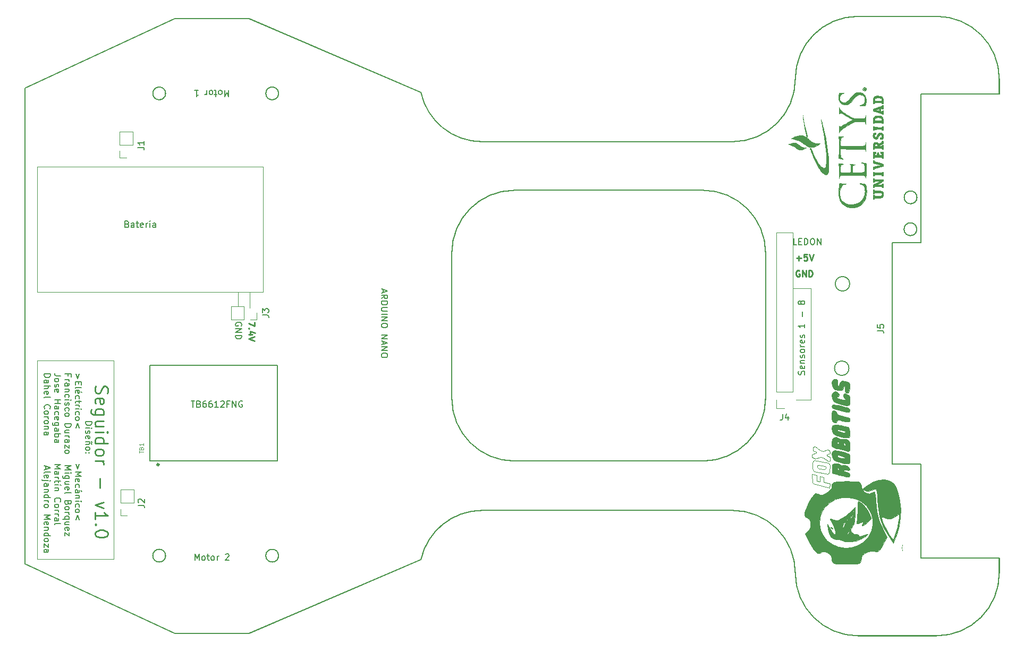
<source format=gto>
G04 #@! TF.GenerationSoftware,KiCad,Pcbnew,(5.1.6)-1*
G04 #@! TF.CreationDate,2021-11-01T01:40:41-07:00*
G04 #@! TF.ProjectId,seguilineas,73656775-696c-4696-9e65-61732e6b6963,rev?*
G04 #@! TF.SameCoordinates,Original*
G04 #@! TF.FileFunction,Legend,Top*
G04 #@! TF.FilePolarity,Positive*
%FSLAX46Y46*%
G04 Gerber Fmt 4.6, Leading zero omitted, Abs format (unit mm)*
G04 Created by KiCad (PCBNEW (5.1.6)-1) date 2021-11-01 01:40:41*
%MOMM*%
%LPD*%
G01*
G04 APERTURE LIST*
%ADD10C,0.150000*%
%ADD11C,0.200000*%
%ADD12C,0.120000*%
%ADD13C,0.220000*%
%ADD14C,0.250000*%
%ADD15C,0.010000*%
%ADD16C,0.300000*%
%ADD17C,0.127000*%
%ADD18C,0.015000*%
%ADD19O,3.100000X1.800000*%
%ADD20C,1.800000*%
%ADD21O,1.800000X1.800000*%
%ADD22O,1.450000X1.450000*%
%ADD23R,1.450000X1.450000*%
%ADD24R,1.800000X1.800000*%
%ADD25R,1.660000X1.660000*%
%ADD26C,1.660000*%
%ADD27C,2.900000*%
G04 APERTURE END LIST*
D10*
X132517853Y-77466868D02*
X132517853Y-77943059D01*
X132232139Y-77371630D02*
X133232139Y-77704963D01*
X132232139Y-78038297D01*
X132232139Y-78943059D02*
X132708329Y-78609725D01*
X132232139Y-78371630D02*
X133232139Y-78371630D01*
X133232139Y-78752582D01*
X133184520Y-78847820D01*
X133136900Y-78895440D01*
X133041662Y-78943059D01*
X132898805Y-78943059D01*
X132803567Y-78895440D01*
X132755948Y-78847820D01*
X132708329Y-78752582D01*
X132708329Y-78371630D01*
X132232139Y-79371630D02*
X133232139Y-79371630D01*
X133232139Y-79609725D01*
X133184520Y-79752582D01*
X133089281Y-79847820D01*
X132994043Y-79895440D01*
X132803567Y-79943059D01*
X132660710Y-79943059D01*
X132470234Y-79895440D01*
X132374996Y-79847820D01*
X132279758Y-79752582D01*
X132232139Y-79609725D01*
X132232139Y-79371630D01*
X133232139Y-80371630D02*
X132422615Y-80371630D01*
X132327377Y-80419249D01*
X132279758Y-80466868D01*
X132232139Y-80562106D01*
X132232139Y-80752582D01*
X132279758Y-80847820D01*
X132327377Y-80895440D01*
X132422615Y-80943059D01*
X133232139Y-80943059D01*
X132232139Y-81419249D02*
X133232139Y-81419249D01*
X132232139Y-81895440D02*
X133232139Y-81895440D01*
X132232139Y-82466868D01*
X133232139Y-82466868D01*
X133232139Y-83133535D02*
X133232139Y-83324011D01*
X133184520Y-83419249D01*
X133089281Y-83514487D01*
X132898805Y-83562106D01*
X132565472Y-83562106D01*
X132374996Y-83514487D01*
X132279758Y-83419249D01*
X132232139Y-83324011D01*
X132232139Y-83133535D01*
X132279758Y-83038297D01*
X132374996Y-82943059D01*
X132565472Y-82895440D01*
X132898805Y-82895440D01*
X133089281Y-82943059D01*
X133184520Y-83038297D01*
X133232139Y-83133535D01*
X132232139Y-84752582D02*
X133232139Y-84752582D01*
X132232139Y-85324011D01*
X133232139Y-85324011D01*
X132517853Y-85752582D02*
X132517853Y-86228773D01*
X132232139Y-85657344D02*
X133232139Y-85990678D01*
X132232139Y-86324011D01*
X132232139Y-86657344D02*
X133232139Y-86657344D01*
X132232139Y-87228773D01*
X133232139Y-87228773D01*
X133232139Y-87895440D02*
X133232139Y-88085916D01*
X133184520Y-88181154D01*
X133089281Y-88276392D01*
X132898805Y-88324011D01*
X132565472Y-88324011D01*
X132374996Y-88276392D01*
X132279758Y-88181154D01*
X132232139Y-88085916D01*
X132232139Y-87895440D01*
X132279758Y-87800201D01*
X132374996Y-87704963D01*
X132565472Y-87657344D01*
X132898805Y-87657344D01*
X133089281Y-87704963D01*
X133184520Y-87800201D01*
X133232139Y-87895440D01*
D11*
X75461021Y-121236344D02*
X99321021Y-132321652D01*
X208178993Y-132716966D02*
G75*
G02*
X198178993Y-122716965I0J10000000D01*
G01*
X216283673Y-49792903D02*
G75*
G02*
X215752101Y-48308936I337808J958197D01*
G01*
X215752101Y-48308936D02*
G75*
G02*
X216283673Y-49792903I918918J-508025D01*
G01*
X196961019Y-74776961D02*
G75*
G03*
X196961019Y-74776961I-500000J0D01*
G01*
X193446662Y-94846964D02*
X193446662Y-71666653D01*
X183446662Y-61666653D02*
G75*
G02*
X193446662Y-71666653I0J-10000000D01*
G01*
X206861365Y-76591653D02*
G75*
G03*
X206861365Y-76591653I-1150000J0D01*
G01*
X193446662Y-94846964D02*
G75*
G02*
X183446662Y-104846964I-10000000J0D01*
G01*
X143446662Y-71666653D02*
G75*
G02*
X153446662Y-61666653I10000000J0D01*
G01*
X99321021Y-34321653D02*
X75461021Y-45406961D01*
X216421244Y-119686819D02*
G75*
G02*
X216338899Y-117670870I-161685J1003052D01*
G01*
X216338899Y-117670870D02*
G75*
G02*
X216421245Y-119686819I332120J-996090D01*
G01*
X111131021Y-132321652D02*
X138523302Y-120586964D01*
X99321021Y-132321652D02*
X111131021Y-132321652D01*
X75461021Y-45406961D02*
X75461021Y-121236344D01*
X138523302Y-46056342D02*
X111131021Y-34321653D01*
X213591019Y-105321652D02*
X213591019Y-70036961D01*
X188178993Y-53926342D02*
X148293824Y-53926342D01*
X230678993Y-46321653D02*
X230678993Y-43926342D01*
X196961019Y-79856961D02*
G75*
G03*
X196961019Y-79856961I-500000J0D01*
G01*
X218178992Y-46321653D02*
X230678993Y-46321653D01*
X122961020Y-74736961D02*
G75*
G03*
X122961020Y-74736961I-500000J0D01*
G01*
X208178993Y-132716966D02*
X220678993Y-132716966D01*
X218178992Y-120321652D02*
X218178992Y-105321652D01*
X196961019Y-87476960D02*
G75*
G03*
X196961019Y-87476960I-500000J0D01*
G01*
X206741019Y-90051652D02*
G75*
G03*
X206741019Y-90051652I-1150000J0D01*
G01*
X213591019Y-70036961D02*
X218178992Y-70036961D01*
X139471020Y-69656961D02*
G75*
G03*
X139471020Y-69656961I-500000J0D01*
G01*
X114941020Y-90836960D02*
G75*
G03*
X114941020Y-90836960I-520000J0D01*
G01*
X196961019Y-82396961D02*
G75*
G03*
X196961019Y-82396961I-500000J0D01*
G01*
X230678992Y-122716967D02*
X230678992Y-120321652D01*
X183446662Y-61666653D02*
X153446662Y-61666653D01*
X111711020Y-81206961D02*
G75*
G03*
X111711020Y-81206961I-400000J0D01*
G01*
X122961020Y-89976960D02*
G75*
G03*
X122961020Y-89976960I-500000J0D01*
G01*
X143446663Y-71666653D02*
X143446663Y-94846964D01*
X122961020Y-79816961D02*
G75*
G03*
X122961020Y-79816961I-500000J0D01*
G01*
X220678993Y-33926342D02*
G75*
G02*
X230678993Y-43926342I0J-10000000D01*
G01*
X188178993Y-112716964D02*
G75*
G02*
X198178993Y-122716965I0J-10000000D01*
G01*
X196961019Y-90016960D02*
G75*
G03*
X196961019Y-90016960I-500000J0D01*
G01*
X138523302Y-120586964D02*
G75*
G02*
X148293824Y-112716964I9770522J-2130000D01*
G01*
X217559673Y-62804489D02*
G75*
G03*
X217559673Y-62804489I-1016000J0D01*
G01*
X148293824Y-53926342D02*
G75*
G02*
X138523302Y-46056342I0J10000000D01*
G01*
X220678993Y-33926342D02*
X208178993Y-33926342D01*
X196961019Y-72236961D02*
G75*
G03*
X196961019Y-72236961I-500000J0D01*
G01*
X198178993Y-43926342D02*
G75*
G02*
X188178993Y-53926342I-10000000J0D01*
G01*
X148293824Y-112716964D02*
X188178993Y-112716964D01*
X196961019Y-77316961D02*
G75*
G03*
X196961019Y-77316961I-500000J0D01*
G01*
X198178993Y-43926342D02*
G75*
G02*
X208178993Y-33926342I10000000J0D01*
G01*
X230678992Y-122716967D02*
G75*
G02*
X220678993Y-132716966I-9999999J0D01*
G01*
X153446662Y-104846963D02*
G75*
G02*
X143446663Y-94846964I0J9999999D01*
G01*
X111131021Y-34321653D02*
X99321021Y-34321653D01*
X196961019Y-69696961D02*
G75*
G03*
X196961019Y-69696961I-500000J0D01*
G01*
X217535275Y-67884432D02*
G75*
G03*
X217535275Y-67884432I-1016000J0D01*
G01*
X218178992Y-70036961D02*
X218178992Y-46321653D01*
X218178992Y-105321652D02*
X213591019Y-105321652D01*
X122961020Y-77276961D02*
G75*
G03*
X122961020Y-77276961I-500000J0D01*
G01*
X230678992Y-120321652D02*
X218178992Y-120321652D01*
X196961019Y-84936960D02*
G75*
G03*
X196961019Y-84936960I-500000J0D01*
G01*
X112401020Y-90836960D02*
G75*
G03*
X112401020Y-90836960I-520000J0D01*
G01*
X153446662Y-104846964D02*
X183446662Y-104846964D01*
X122961020Y-84896960D02*
G75*
G03*
X122961020Y-84896960I-500000J0D01*
G01*
X122961020Y-87436960D02*
G75*
G03*
X122961020Y-87436960I-500000J0D01*
G01*
X124231020Y-77276961D02*
G75*
G03*
X124231020Y-77276961I-500000J0D01*
G01*
X124231020Y-82356961D02*
G75*
G03*
X124231020Y-82356961I-500000J0D01*
G01*
X139471020Y-77276961D02*
G75*
G03*
X139471020Y-77276961I-500000J0D01*
G01*
X122961020Y-82356961D02*
G75*
G03*
X122961020Y-82356961I-500000J0D01*
G01*
X139471020Y-87436960D02*
G75*
G03*
X139471020Y-87436960I-500000J0D01*
G01*
X139471020Y-84896960D02*
G75*
G03*
X139471020Y-84896960I-500000J0D01*
G01*
X139471020Y-82356961D02*
G75*
G03*
X139471020Y-82356961I-500000J0D01*
G01*
X139471020Y-74736961D02*
G75*
G03*
X139471020Y-74736961I-500000J0D01*
G01*
X139471020Y-79816961D02*
G75*
G03*
X139471020Y-79816961I-500000J0D01*
G01*
X124231020Y-84896960D02*
G75*
G03*
X124231020Y-84896960I-500000J0D01*
G01*
X124231020Y-69656961D02*
G75*
G03*
X124231020Y-69656961I-500000J0D01*
G01*
X124231020Y-79816961D02*
G75*
G03*
X124231020Y-79816961I-500000J0D01*
G01*
X124231020Y-74736961D02*
G75*
G03*
X124231020Y-74736961I-500000J0D01*
G01*
X124231020Y-87436960D02*
G75*
G03*
X124231020Y-87436960I-500000J0D01*
G01*
X122961020Y-69656961D02*
G75*
G03*
X122961020Y-69656961I-500000J0D01*
G01*
X139471020Y-89976960D02*
G75*
G03*
X139471020Y-89976960I-500000J0D01*
G01*
X124231020Y-89976960D02*
G75*
G03*
X124231020Y-89976960I-500000J0D01*
G01*
X124231020Y-72196961D02*
G75*
G03*
X124231020Y-72196961I-500000J0D01*
G01*
X122961020Y-72196961D02*
G75*
G03*
X122961020Y-72196961I-500000J0D01*
G01*
X139471020Y-72196961D02*
G75*
G03*
X139471020Y-72196961I-500000J0D01*
G01*
X139471020Y-64576961D02*
G75*
G03*
X139471020Y-64576961I-500000J0D01*
G01*
X124231020Y-64576961D02*
G75*
G03*
X124231020Y-64576961I-500000J0D01*
G01*
X139471020Y-67116961D02*
G75*
G03*
X139471020Y-67116961I-500000J0D01*
G01*
X140741020Y-82356961D02*
G75*
G03*
X140741020Y-82356961I-500000J0D01*
G01*
X122961020Y-67116961D02*
G75*
G03*
X122961020Y-67116961I-500000J0D01*
G01*
X140741020Y-69656961D02*
G75*
G03*
X140741020Y-69656961I-500000J0D01*
G01*
X122961020Y-64576961D02*
G75*
G03*
X122961020Y-64576961I-500000J0D01*
G01*
X140741020Y-72196961D02*
G75*
G03*
X140741020Y-72196961I-500000J0D01*
G01*
X140741020Y-67116961D02*
G75*
G03*
X140741020Y-67116961I-500000J0D01*
G01*
X140741020Y-87436960D02*
G75*
G03*
X140741020Y-87436960I-500000J0D01*
G01*
X140741020Y-77276961D02*
G75*
G03*
X140741020Y-77276961I-500000J0D01*
G01*
X140741020Y-89976960D02*
G75*
G03*
X140741020Y-89976960I-500000J0D01*
G01*
X124231020Y-67116961D02*
G75*
G03*
X124231020Y-67116961I-500000J0D01*
G01*
X140741020Y-84896960D02*
G75*
G03*
X140741020Y-84896960I-500000J0D01*
G01*
X140741020Y-79816961D02*
G75*
G03*
X140741020Y-79816961I-500000J0D01*
G01*
X140741020Y-74736961D02*
G75*
G03*
X140741020Y-74736961I-500000J0D01*
G01*
X140741020Y-64576961D02*
G75*
G03*
X140741020Y-64576961I-500000J0D01*
G01*
X99701020Y-103536960D02*
G75*
G03*
X99701020Y-103536960I-520000J0D01*
G01*
X102241020Y-103536960D02*
G75*
G03*
X102241020Y-103536960I-520000J0D01*
G01*
X104781020Y-103536960D02*
G75*
G03*
X104781020Y-103536960I-520000J0D01*
G01*
X109861020Y-103536960D02*
G75*
G03*
X109861020Y-103536960I-520000J0D01*
G01*
X107321020Y-103536960D02*
G75*
G03*
X107321020Y-103536960I-520000J0D01*
G01*
X112401020Y-103536960D02*
G75*
G03*
X112401020Y-103536960I-520000J0D01*
G01*
X114941020Y-103536960D02*
G75*
G03*
X114941020Y-103536960I-520000J0D01*
G01*
X122961020Y-100136960D02*
G75*
G03*
X122961020Y-100136960I-500000J0D01*
G01*
X115844386Y-46223040D02*
G75*
G03*
X115844386Y-46223040I-1016000J0D01*
G01*
X139471020Y-97596960D02*
G75*
G03*
X139471020Y-97596960I-500000J0D01*
G01*
X109861020Y-90836960D02*
G75*
G03*
X109861020Y-90836960I-520000J0D01*
G01*
X196961019Y-95096960D02*
G75*
G03*
X196961019Y-95096960I-500000J0D01*
G01*
X107321020Y-90836960D02*
G75*
G03*
X107321020Y-90836960I-520000J0D01*
G01*
X122961020Y-95056960D02*
G75*
G03*
X122961020Y-95056960I-500000J0D01*
G01*
X97844386Y-119935707D02*
G75*
G03*
X97844386Y-119935707I-1016000J0D01*
G01*
X122961020Y-92516960D02*
G75*
G03*
X122961020Y-92516960I-500000J0D01*
G01*
X139471020Y-92516960D02*
G75*
G03*
X139471020Y-92516960I-500000J0D01*
G01*
X124231020Y-95056960D02*
G75*
G03*
X124231020Y-95056960I-500000J0D01*
G01*
X97161020Y-90836960D02*
G75*
G03*
X97161020Y-90836960I-520000J0D01*
G01*
X139471020Y-100136960D02*
G75*
G03*
X139471020Y-100136960I-500000J0D01*
G01*
X124231020Y-97596960D02*
G75*
G03*
X124231020Y-97596960I-500000J0D01*
G01*
X122961020Y-97596960D02*
G75*
G03*
X122961020Y-97596960I-500000J0D01*
G01*
X140741020Y-92516960D02*
G75*
G03*
X140741020Y-92516960I-500000J0D01*
G01*
X109711020Y-81206961D02*
G75*
G03*
X109711020Y-81206961I-400000J0D01*
G01*
X97844386Y-46223040D02*
G75*
G03*
X97844386Y-46223040I-1016000J0D01*
G01*
X104781020Y-90836960D02*
G75*
G03*
X104781020Y-90836960I-520000J0D01*
G01*
X102241020Y-90836960D02*
G75*
G03*
X102241020Y-90836960I-520000J0D01*
G01*
X97161020Y-103536960D02*
G75*
G03*
X97161020Y-103536960I-520000J0D01*
G01*
X140741020Y-95056960D02*
G75*
G03*
X140741020Y-95056960I-500000J0D01*
G01*
X124231020Y-100136960D02*
G75*
G03*
X124231020Y-100136960I-500000J0D01*
G01*
X196961019Y-92556960D02*
G75*
G03*
X196961019Y-92556960I-500000J0D01*
G01*
X99701020Y-90836960D02*
G75*
G03*
X99701020Y-90836960I-520000J0D01*
G01*
X124231020Y-92516960D02*
G75*
G03*
X124231020Y-92516960I-500000J0D01*
G01*
X115844386Y-119935707D02*
G75*
G03*
X115844386Y-119935707I-1016000J0D01*
G01*
X140741020Y-100136960D02*
G75*
G03*
X140741020Y-100136960I-500000J0D01*
G01*
X140741020Y-97596960D02*
G75*
G03*
X140741020Y-97596960I-500000J0D01*
G01*
X139471020Y-95056960D02*
G75*
G03*
X139471020Y-95056960I-500000J0D01*
G01*
D12*
X111257080Y-77942440D02*
X111257080Y-80408780D01*
X109405420Y-77942440D02*
X111257080Y-77942440D01*
X109405420Y-80162400D02*
X109405420Y-77942440D01*
D10*
X109951140Y-83279075D02*
X109998759Y-83183837D01*
X109998759Y-83040980D01*
X109951140Y-82898122D01*
X109855901Y-82802884D01*
X109760663Y-82755265D01*
X109570187Y-82707646D01*
X109427330Y-82707646D01*
X109236854Y-82755265D01*
X109141616Y-82802884D01*
X109046378Y-82898122D01*
X108998759Y-83040980D01*
X108998759Y-83136218D01*
X109046378Y-83279075D01*
X109093997Y-83326694D01*
X109427330Y-83326694D01*
X109427330Y-83136218D01*
X108998759Y-83755265D02*
X109998759Y-83755265D01*
X108998759Y-84326694D01*
X109998759Y-84326694D01*
X108998759Y-84802884D02*
X109998759Y-84802884D01*
X109998759Y-85040980D01*
X109951140Y-85183837D01*
X109855901Y-85279075D01*
X109760663Y-85326694D01*
X109570187Y-85374313D01*
X109427330Y-85374313D01*
X109236854Y-85326694D01*
X109141616Y-85279075D01*
X109046378Y-85183837D01*
X108998759Y-85040980D01*
X108998759Y-84802884D01*
D13*
X112061239Y-82689249D02*
X112061239Y-83355916D01*
X111061239Y-82927344D01*
X111156477Y-83736868D02*
X111108858Y-83784487D01*
X111061239Y-83736868D01*
X111108858Y-83689249D01*
X111156477Y-83736868D01*
X111061239Y-83736868D01*
X111727905Y-84641630D02*
X111061239Y-84641630D01*
X112108858Y-84403535D02*
X111394572Y-84165440D01*
X111394572Y-84784487D01*
X112061239Y-85022582D02*
X111061239Y-85355916D01*
X112061239Y-85689249D01*
D10*
X198400563Y-70353180D02*
X197924373Y-70353180D01*
X197924373Y-69353180D01*
X198733897Y-69829371D02*
X199067230Y-69829371D01*
X199210087Y-70353180D02*
X198733897Y-70353180D01*
X198733897Y-69353180D01*
X199210087Y-69353180D01*
X199638659Y-70353180D02*
X199638659Y-69353180D01*
X199876754Y-69353180D01*
X200019611Y-69400800D01*
X200114849Y-69496038D01*
X200162468Y-69591276D01*
X200210087Y-69781752D01*
X200210087Y-69924609D01*
X200162468Y-70115085D01*
X200114849Y-70210323D01*
X200019611Y-70305561D01*
X199876754Y-70353180D01*
X199638659Y-70353180D01*
X200829135Y-69353180D02*
X201019611Y-69353180D01*
X201114849Y-69400800D01*
X201210087Y-69496038D01*
X201257706Y-69686514D01*
X201257706Y-70019847D01*
X201210087Y-70210323D01*
X201114849Y-70305561D01*
X201019611Y-70353180D01*
X200829135Y-70353180D01*
X200733897Y-70305561D01*
X200638659Y-70210323D01*
X200591040Y-70019847D01*
X200591040Y-69686514D01*
X200638659Y-69496038D01*
X200733897Y-69400800D01*
X200829135Y-69353180D01*
X201686278Y-70353180D02*
X201686278Y-69353180D01*
X202257706Y-70353180D01*
X202257706Y-69353180D01*
D13*
X198350665Y-72499528D02*
X199112570Y-72499528D01*
X198731618Y-72880480D02*
X198731618Y-72118576D01*
X200064951Y-71880480D02*
X199588760Y-71880480D01*
X199541141Y-72356671D01*
X199588760Y-72309052D01*
X199683999Y-72261433D01*
X199922094Y-72261433D01*
X200017332Y-72309052D01*
X200064951Y-72356671D01*
X200112570Y-72451909D01*
X200112570Y-72690004D01*
X200064951Y-72785242D01*
X200017332Y-72832861D01*
X199922094Y-72880480D01*
X199683999Y-72880480D01*
X199588760Y-72832861D01*
X199541141Y-72785242D01*
X200398284Y-71880480D02*
X200731618Y-72880480D01*
X201064951Y-71880480D01*
X198838915Y-74488420D02*
X198743677Y-74440800D01*
X198600820Y-74440800D01*
X198457962Y-74488420D01*
X198362724Y-74583658D01*
X198315105Y-74678896D01*
X198267486Y-74869372D01*
X198267486Y-75012229D01*
X198315105Y-75202705D01*
X198362724Y-75297943D01*
X198457962Y-75393181D01*
X198600820Y-75440800D01*
X198696058Y-75440800D01*
X198838915Y-75393181D01*
X198886534Y-75345562D01*
X198886534Y-75012229D01*
X198696058Y-75012229D01*
X199315105Y-75440800D02*
X199315105Y-74440800D01*
X199886534Y-75440800D01*
X199886534Y-74440800D01*
X200362724Y-75440800D02*
X200362724Y-74440800D01*
X200600820Y-74440800D01*
X200743677Y-74488420D01*
X200838915Y-74583658D01*
X200886534Y-74678896D01*
X200934153Y-74869372D01*
X200934153Y-75012229D01*
X200886534Y-75202705D01*
X200838915Y-75297943D01*
X200743677Y-75393181D01*
X200600820Y-75440800D01*
X200362724Y-75440800D01*
D12*
X200652380Y-77302360D02*
X197777100Y-77302360D01*
X200652380Y-95087440D02*
X200652380Y-77302360D01*
X198315580Y-95087440D02*
X200652380Y-95087440D01*
D10*
X199619501Y-91075092D02*
X199667120Y-90932235D01*
X199667120Y-90694140D01*
X199619501Y-90598901D01*
X199571882Y-90551282D01*
X199476644Y-90503663D01*
X199381406Y-90503663D01*
X199286168Y-90551282D01*
X199238549Y-90598901D01*
X199190930Y-90694140D01*
X199143311Y-90884616D01*
X199095692Y-90979854D01*
X199048073Y-91027473D01*
X198952835Y-91075092D01*
X198857597Y-91075092D01*
X198762359Y-91027473D01*
X198714740Y-90979854D01*
X198667120Y-90884616D01*
X198667120Y-90646520D01*
X198714740Y-90503663D01*
X199619501Y-89694140D02*
X199667120Y-89789378D01*
X199667120Y-89979854D01*
X199619501Y-90075092D01*
X199524263Y-90122711D01*
X199143311Y-90122711D01*
X199048073Y-90075092D01*
X199000454Y-89979854D01*
X199000454Y-89789378D01*
X199048073Y-89694140D01*
X199143311Y-89646520D01*
X199238549Y-89646520D01*
X199333787Y-90122711D01*
X199000454Y-89217949D02*
X199667120Y-89217949D01*
X199095692Y-89217949D02*
X199048073Y-89170330D01*
X199000454Y-89075092D01*
X199000454Y-88932235D01*
X199048073Y-88836997D01*
X199143311Y-88789378D01*
X199667120Y-88789378D01*
X199619501Y-88360806D02*
X199667120Y-88265568D01*
X199667120Y-88075092D01*
X199619501Y-87979854D01*
X199524263Y-87932235D01*
X199476644Y-87932235D01*
X199381406Y-87979854D01*
X199333787Y-88075092D01*
X199333787Y-88217949D01*
X199286168Y-88313187D01*
X199190930Y-88360806D01*
X199143311Y-88360806D01*
X199048073Y-88313187D01*
X199000454Y-88217949D01*
X199000454Y-88075092D01*
X199048073Y-87979854D01*
X199667120Y-87360806D02*
X199619501Y-87456044D01*
X199571882Y-87503663D01*
X199476644Y-87551282D01*
X199190930Y-87551282D01*
X199095692Y-87503663D01*
X199048073Y-87456044D01*
X199000454Y-87360806D01*
X199000454Y-87217949D01*
X199048073Y-87122711D01*
X199095692Y-87075092D01*
X199190930Y-87027473D01*
X199476644Y-87027473D01*
X199571882Y-87075092D01*
X199619501Y-87122711D01*
X199667120Y-87217949D01*
X199667120Y-87360806D01*
X199667120Y-86598901D02*
X199000454Y-86598901D01*
X199190930Y-86598901D02*
X199095692Y-86551282D01*
X199048073Y-86503663D01*
X199000454Y-86408425D01*
X199000454Y-86313187D01*
X199619501Y-85598901D02*
X199667120Y-85694140D01*
X199667120Y-85884616D01*
X199619501Y-85979854D01*
X199524263Y-86027473D01*
X199143311Y-86027473D01*
X199048073Y-85979854D01*
X199000454Y-85884616D01*
X199000454Y-85694140D01*
X199048073Y-85598901D01*
X199143311Y-85551282D01*
X199238549Y-85551282D01*
X199333787Y-86027473D01*
X199619501Y-85170330D02*
X199667120Y-85075092D01*
X199667120Y-84884616D01*
X199619501Y-84789378D01*
X199524263Y-84741759D01*
X199476644Y-84741759D01*
X199381406Y-84789378D01*
X199333787Y-84884616D01*
X199333787Y-85027473D01*
X199286168Y-85122711D01*
X199190930Y-85170330D01*
X199143311Y-85170330D01*
X199048073Y-85122711D01*
X199000454Y-85027473D01*
X199000454Y-84884616D01*
X199048073Y-84789378D01*
X199667120Y-83027473D02*
X199667120Y-83598901D01*
X199667120Y-83313187D02*
X198667120Y-83313187D01*
X198809978Y-83408425D01*
X198905216Y-83503663D01*
X198952835Y-83598901D01*
X199286168Y-81836997D02*
X199286168Y-81075092D01*
X199095692Y-79694140D02*
X199048073Y-79789378D01*
X199000454Y-79836997D01*
X198905216Y-79884616D01*
X198857597Y-79884616D01*
X198762359Y-79836997D01*
X198714740Y-79789378D01*
X198667120Y-79694140D01*
X198667120Y-79503663D01*
X198714740Y-79408425D01*
X198762359Y-79360806D01*
X198857597Y-79313187D01*
X198905216Y-79313187D01*
X199000454Y-79360806D01*
X199048073Y-79408425D01*
X199095692Y-79503663D01*
X199095692Y-79694140D01*
X199143311Y-79789378D01*
X199190930Y-79836997D01*
X199286168Y-79884616D01*
X199476644Y-79884616D01*
X199571882Y-79836997D01*
X199619501Y-79789378D01*
X199667120Y-79694140D01*
X199667120Y-79503663D01*
X199619501Y-79408425D01*
X199571882Y-79360806D01*
X199476644Y-79313187D01*
X199286168Y-79313187D01*
X199190930Y-79360806D01*
X199143311Y-79408425D01*
X199095692Y-79503663D01*
X107922676Y-45740059D02*
X107922676Y-46740059D01*
X107589342Y-46025773D01*
X107256009Y-46740059D01*
X107256009Y-45740059D01*
X106636961Y-45740059D02*
X106732200Y-45787678D01*
X106779819Y-45835297D01*
X106827438Y-45930535D01*
X106827438Y-46216249D01*
X106779819Y-46311487D01*
X106732200Y-46359106D01*
X106636961Y-46406725D01*
X106494104Y-46406725D01*
X106398866Y-46359106D01*
X106351247Y-46311487D01*
X106303628Y-46216249D01*
X106303628Y-45930535D01*
X106351247Y-45835297D01*
X106398866Y-45787678D01*
X106494104Y-45740059D01*
X106636961Y-45740059D01*
X106017914Y-46406725D02*
X105636961Y-46406725D01*
X105875057Y-46740059D02*
X105875057Y-45882916D01*
X105827438Y-45787678D01*
X105732200Y-45740059D01*
X105636961Y-45740059D01*
X105160771Y-45740059D02*
X105256009Y-45787678D01*
X105303628Y-45835297D01*
X105351247Y-45930535D01*
X105351247Y-46216249D01*
X105303628Y-46311487D01*
X105256009Y-46359106D01*
X105160771Y-46406725D01*
X105017914Y-46406725D01*
X104922676Y-46359106D01*
X104875057Y-46311487D01*
X104827438Y-46216249D01*
X104827438Y-45930535D01*
X104875057Y-45835297D01*
X104922676Y-45787678D01*
X105017914Y-45740059D01*
X105160771Y-45740059D01*
X104398866Y-45740059D02*
X104398866Y-46406725D01*
X104398866Y-46216249D02*
X104351247Y-46311487D01*
X104303628Y-46359106D01*
X104208390Y-46406725D01*
X104113152Y-46406725D01*
X102494104Y-45740059D02*
X103065533Y-45740059D01*
X102779819Y-45740059D02*
X102779819Y-46740059D01*
X102875057Y-46597201D01*
X102970295Y-46501963D01*
X103065533Y-46454344D01*
X102539523Y-120672380D02*
X102539523Y-119672380D01*
X102872857Y-120386666D01*
X103206190Y-119672380D01*
X103206190Y-120672380D01*
X103825238Y-120672380D02*
X103730000Y-120624761D01*
X103682380Y-120577142D01*
X103634761Y-120481904D01*
X103634761Y-120196190D01*
X103682380Y-120100952D01*
X103730000Y-120053333D01*
X103825238Y-120005714D01*
X103968095Y-120005714D01*
X104063333Y-120053333D01*
X104110952Y-120100952D01*
X104158571Y-120196190D01*
X104158571Y-120481904D01*
X104110952Y-120577142D01*
X104063333Y-120624761D01*
X103968095Y-120672380D01*
X103825238Y-120672380D01*
X104444285Y-120005714D02*
X104825238Y-120005714D01*
X104587142Y-119672380D02*
X104587142Y-120529523D01*
X104634761Y-120624761D01*
X104730000Y-120672380D01*
X104825238Y-120672380D01*
X105301428Y-120672380D02*
X105206190Y-120624761D01*
X105158571Y-120577142D01*
X105110952Y-120481904D01*
X105110952Y-120196190D01*
X105158571Y-120100952D01*
X105206190Y-120053333D01*
X105301428Y-120005714D01*
X105444285Y-120005714D01*
X105539523Y-120053333D01*
X105587142Y-120100952D01*
X105634761Y-120196190D01*
X105634761Y-120481904D01*
X105587142Y-120577142D01*
X105539523Y-120624761D01*
X105444285Y-120672380D01*
X105301428Y-120672380D01*
X106063333Y-120672380D02*
X106063333Y-120005714D01*
X106063333Y-120196190D02*
X106110952Y-120100952D01*
X106158571Y-120053333D01*
X106253809Y-120005714D01*
X106349047Y-120005714D01*
X107396666Y-119767619D02*
X107444285Y-119720000D01*
X107539523Y-119672380D01*
X107777619Y-119672380D01*
X107872857Y-119720000D01*
X107920476Y-119767619D01*
X107968095Y-119862857D01*
X107968095Y-119958095D01*
X107920476Y-120100952D01*
X107349047Y-120672380D01*
X107968095Y-120672380D01*
X91732361Y-67060771D02*
X91875219Y-67108390D01*
X91922838Y-67156009D01*
X91970457Y-67251247D01*
X91970457Y-67394104D01*
X91922838Y-67489342D01*
X91875219Y-67536961D01*
X91779980Y-67584580D01*
X91399028Y-67584580D01*
X91399028Y-66584580D01*
X91732361Y-66584580D01*
X91827600Y-66632200D01*
X91875219Y-66679819D01*
X91922838Y-66775057D01*
X91922838Y-66870295D01*
X91875219Y-66965533D01*
X91827600Y-67013152D01*
X91732361Y-67060771D01*
X91399028Y-67060771D01*
X92827600Y-67584580D02*
X92827600Y-67060771D01*
X92779980Y-66965533D01*
X92684742Y-66917914D01*
X92494266Y-66917914D01*
X92399028Y-66965533D01*
X92827600Y-67536961D02*
X92732361Y-67584580D01*
X92494266Y-67584580D01*
X92399028Y-67536961D01*
X92351409Y-67441723D01*
X92351409Y-67346485D01*
X92399028Y-67251247D01*
X92494266Y-67203628D01*
X92732361Y-67203628D01*
X92827600Y-67156009D01*
X93160933Y-66917914D02*
X93541885Y-66917914D01*
X93303790Y-66584580D02*
X93303790Y-67441723D01*
X93351409Y-67536961D01*
X93446647Y-67584580D01*
X93541885Y-67584580D01*
X94256171Y-67536961D02*
X94160933Y-67584580D01*
X93970457Y-67584580D01*
X93875219Y-67536961D01*
X93827600Y-67441723D01*
X93827600Y-67060771D01*
X93875219Y-66965533D01*
X93970457Y-66917914D01*
X94160933Y-66917914D01*
X94256171Y-66965533D01*
X94303790Y-67060771D01*
X94303790Y-67156009D01*
X93827600Y-67251247D01*
X94732361Y-67584580D02*
X94732361Y-66917914D01*
X94732361Y-67108390D02*
X94779980Y-67013152D01*
X94827600Y-66965533D01*
X94922838Y-66917914D01*
X95018076Y-66917914D01*
X95351409Y-67584580D02*
X95351409Y-66917914D01*
X95446647Y-66536961D02*
X95303790Y-66679819D01*
X96256171Y-67584580D02*
X96256171Y-67060771D01*
X96208552Y-66965533D01*
X96113314Y-66917914D01*
X95922838Y-66917914D01*
X95827600Y-66965533D01*
X96256171Y-67536961D02*
X96160933Y-67584580D01*
X95922838Y-67584580D01*
X95827600Y-67536961D01*
X95779980Y-67441723D01*
X95779980Y-67346485D01*
X95827600Y-67251247D01*
X95922838Y-67203628D01*
X96160933Y-67203628D01*
X96256171Y-67156009D01*
X101925002Y-95261180D02*
X102496431Y-95261180D01*
X102210717Y-96261180D02*
X102210717Y-95261180D01*
X103163098Y-95737371D02*
X103305955Y-95784990D01*
X103353574Y-95832609D01*
X103401193Y-95927847D01*
X103401193Y-96070704D01*
X103353574Y-96165942D01*
X103305955Y-96213561D01*
X103210717Y-96261180D01*
X102829764Y-96261180D01*
X102829764Y-95261180D01*
X103163098Y-95261180D01*
X103258336Y-95308800D01*
X103305955Y-95356419D01*
X103353574Y-95451657D01*
X103353574Y-95546895D01*
X103305955Y-95642133D01*
X103258336Y-95689752D01*
X103163098Y-95737371D01*
X102829764Y-95737371D01*
X104258336Y-95261180D02*
X104067860Y-95261180D01*
X103972621Y-95308800D01*
X103925002Y-95356419D01*
X103829764Y-95499276D01*
X103782145Y-95689752D01*
X103782145Y-96070704D01*
X103829764Y-96165942D01*
X103877383Y-96213561D01*
X103972621Y-96261180D01*
X104163098Y-96261180D01*
X104258336Y-96213561D01*
X104305955Y-96165942D01*
X104353574Y-96070704D01*
X104353574Y-95832609D01*
X104305955Y-95737371D01*
X104258336Y-95689752D01*
X104163098Y-95642133D01*
X103972621Y-95642133D01*
X103877383Y-95689752D01*
X103829764Y-95737371D01*
X103782145Y-95832609D01*
X105210717Y-95261180D02*
X105020240Y-95261180D01*
X104925002Y-95308800D01*
X104877383Y-95356419D01*
X104782145Y-95499276D01*
X104734526Y-95689752D01*
X104734526Y-96070704D01*
X104782145Y-96165942D01*
X104829764Y-96213561D01*
X104925002Y-96261180D01*
X105115479Y-96261180D01*
X105210717Y-96213561D01*
X105258336Y-96165942D01*
X105305955Y-96070704D01*
X105305955Y-95832609D01*
X105258336Y-95737371D01*
X105210717Y-95689752D01*
X105115479Y-95642133D01*
X104925002Y-95642133D01*
X104829764Y-95689752D01*
X104782145Y-95737371D01*
X104734526Y-95832609D01*
X106258336Y-96261180D02*
X105686907Y-96261180D01*
X105972621Y-96261180D02*
X105972621Y-95261180D01*
X105877383Y-95404038D01*
X105782145Y-95499276D01*
X105686907Y-95546895D01*
X106639288Y-95356419D02*
X106686907Y-95308800D01*
X106782145Y-95261180D01*
X107020240Y-95261180D01*
X107115479Y-95308800D01*
X107163098Y-95356419D01*
X107210717Y-95451657D01*
X107210717Y-95546895D01*
X107163098Y-95689752D01*
X106591669Y-96261180D01*
X107210717Y-96261180D01*
X107972621Y-95737371D02*
X107639288Y-95737371D01*
X107639288Y-96261180D02*
X107639288Y-95261180D01*
X108115479Y-95261180D01*
X108496431Y-96261180D02*
X108496431Y-95261180D01*
X109067860Y-96261180D01*
X109067860Y-95261180D01*
X110067860Y-95308800D02*
X109972621Y-95261180D01*
X109829764Y-95261180D01*
X109686907Y-95308800D01*
X109591669Y-95404038D01*
X109544050Y-95499276D01*
X109496431Y-95689752D01*
X109496431Y-95832609D01*
X109544050Y-96023085D01*
X109591669Y-96118323D01*
X109686907Y-96213561D01*
X109829764Y-96261180D01*
X109925002Y-96261180D01*
X110067860Y-96213561D01*
X110115479Y-96165942D01*
X110115479Y-95832609D01*
X109925002Y-95832609D01*
X85107619Y-98594642D02*
X86107619Y-98594642D01*
X86107619Y-98832738D01*
X86060000Y-98975595D01*
X85964761Y-99070833D01*
X85869523Y-99118452D01*
X85679047Y-99166071D01*
X85536190Y-99166071D01*
X85345714Y-99118452D01*
X85250476Y-99070833D01*
X85155238Y-98975595D01*
X85107619Y-98832738D01*
X85107619Y-98594642D01*
X85107619Y-99594642D02*
X85774285Y-99594642D01*
X86107619Y-99594642D02*
X86060000Y-99547023D01*
X86012380Y-99594642D01*
X86060000Y-99642261D01*
X86107619Y-99594642D01*
X86012380Y-99594642D01*
X85155238Y-100023214D02*
X85107619Y-100118452D01*
X85107619Y-100308928D01*
X85155238Y-100404166D01*
X85250476Y-100451785D01*
X85298095Y-100451785D01*
X85393333Y-100404166D01*
X85440952Y-100308928D01*
X85440952Y-100166071D01*
X85488571Y-100070833D01*
X85583809Y-100023214D01*
X85631428Y-100023214D01*
X85726666Y-100070833D01*
X85774285Y-100166071D01*
X85774285Y-100308928D01*
X85726666Y-100404166D01*
X85155238Y-101261309D02*
X85107619Y-101166071D01*
X85107619Y-100975595D01*
X85155238Y-100880357D01*
X85250476Y-100832738D01*
X85631428Y-100832738D01*
X85726666Y-100880357D01*
X85774285Y-100975595D01*
X85774285Y-101166071D01*
X85726666Y-101261309D01*
X85631428Y-101308928D01*
X85536190Y-101308928D01*
X85440952Y-100832738D01*
X85774285Y-101737500D02*
X85107619Y-101737500D01*
X85679047Y-101737500D02*
X85726666Y-101785119D01*
X85774285Y-101880357D01*
X85774285Y-102023214D01*
X85726666Y-102118452D01*
X85631428Y-102166071D01*
X85107619Y-102166071D01*
X86012380Y-101689880D02*
X86060000Y-101737500D01*
X86107619Y-101832738D01*
X86012380Y-102023214D01*
X86060000Y-102118452D01*
X86107619Y-102166071D01*
X85107619Y-102785119D02*
X85155238Y-102689880D01*
X85202857Y-102642261D01*
X85298095Y-102594642D01*
X85583809Y-102594642D01*
X85679047Y-102642261D01*
X85726666Y-102689880D01*
X85774285Y-102785119D01*
X85774285Y-102927976D01*
X85726666Y-103023214D01*
X85679047Y-103070833D01*
X85583809Y-103118452D01*
X85298095Y-103118452D01*
X85202857Y-103070833D01*
X85155238Y-103023214D01*
X85107619Y-102927976D01*
X85107619Y-102785119D01*
X85202857Y-103547023D02*
X85155238Y-103594642D01*
X85107619Y-103547023D01*
X85155238Y-103499404D01*
X85202857Y-103547023D01*
X85107619Y-103547023D01*
X85726666Y-103547023D02*
X85679047Y-103594642D01*
X85631428Y-103547023D01*
X85679047Y-103499404D01*
X85726666Y-103547023D01*
X85631428Y-103547023D01*
X84124285Y-90975595D02*
X83838571Y-91737500D01*
X83552857Y-90975595D01*
X83981428Y-92213690D02*
X83981428Y-92547023D01*
X83457619Y-92689880D02*
X83457619Y-92213690D01*
X84457619Y-92213690D01*
X84457619Y-92689880D01*
X83457619Y-93261309D02*
X83505238Y-93166071D01*
X83600476Y-93118452D01*
X84457619Y-93118452D01*
X83505238Y-94023214D02*
X83457619Y-93927976D01*
X83457619Y-93737500D01*
X83505238Y-93642261D01*
X83600476Y-93594642D01*
X83981428Y-93594642D01*
X84076666Y-93642261D01*
X84124285Y-93737500D01*
X84124285Y-93927976D01*
X84076666Y-94023214D01*
X83981428Y-94070833D01*
X83886190Y-94070833D01*
X83790952Y-93594642D01*
X84505238Y-93927976D02*
X84362380Y-93785119D01*
X83505238Y-94927976D02*
X83457619Y-94832738D01*
X83457619Y-94642261D01*
X83505238Y-94547023D01*
X83552857Y-94499404D01*
X83648095Y-94451785D01*
X83933809Y-94451785D01*
X84029047Y-94499404D01*
X84076666Y-94547023D01*
X84124285Y-94642261D01*
X84124285Y-94832738D01*
X84076666Y-94927976D01*
X84124285Y-95213690D02*
X84124285Y-95594642D01*
X84457619Y-95356547D02*
X83600476Y-95356547D01*
X83505238Y-95404166D01*
X83457619Y-95499404D01*
X83457619Y-95594642D01*
X83457619Y-95927976D02*
X84124285Y-95927976D01*
X83933809Y-95927976D02*
X84029047Y-95975595D01*
X84076666Y-96023214D01*
X84124285Y-96118452D01*
X84124285Y-96213690D01*
X83457619Y-96547023D02*
X84124285Y-96547023D01*
X84457619Y-96547023D02*
X84410000Y-96499404D01*
X84362380Y-96547023D01*
X84410000Y-96594642D01*
X84457619Y-96547023D01*
X84362380Y-96547023D01*
X83505238Y-97451785D02*
X83457619Y-97356547D01*
X83457619Y-97166071D01*
X83505238Y-97070833D01*
X83552857Y-97023214D01*
X83648095Y-96975595D01*
X83933809Y-96975595D01*
X84029047Y-97023214D01*
X84076666Y-97070833D01*
X84124285Y-97166071D01*
X84124285Y-97356547D01*
X84076666Y-97451785D01*
X83457619Y-98023214D02*
X83505238Y-97927976D01*
X83552857Y-97880357D01*
X83648095Y-97832738D01*
X83933809Y-97832738D01*
X84029047Y-97880357D01*
X84076666Y-97927976D01*
X84124285Y-98023214D01*
X84124285Y-98166071D01*
X84076666Y-98261309D01*
X84029047Y-98308928D01*
X83933809Y-98356547D01*
X83648095Y-98356547D01*
X83552857Y-98308928D01*
X83505238Y-98261309D01*
X83457619Y-98166071D01*
X83457619Y-98023214D01*
X84124285Y-99547023D02*
X83838571Y-98785119D01*
X83552857Y-99547023D01*
X84124285Y-105356547D02*
X83838571Y-106118452D01*
X83552857Y-105356547D01*
X83457619Y-106594642D02*
X84457619Y-106594642D01*
X83743333Y-106927976D01*
X84457619Y-107261309D01*
X83457619Y-107261309D01*
X83505238Y-108118452D02*
X83457619Y-108023214D01*
X83457619Y-107832738D01*
X83505238Y-107737500D01*
X83600476Y-107689880D01*
X83981428Y-107689880D01*
X84076666Y-107737500D01*
X84124285Y-107832738D01*
X84124285Y-108023214D01*
X84076666Y-108118452D01*
X83981428Y-108166071D01*
X83886190Y-108166071D01*
X83790952Y-107689880D01*
X83505238Y-109023214D02*
X83457619Y-108927976D01*
X83457619Y-108737500D01*
X83505238Y-108642261D01*
X83552857Y-108594642D01*
X83648095Y-108547023D01*
X83933809Y-108547023D01*
X84029047Y-108594642D01*
X84076666Y-108642261D01*
X84124285Y-108737500D01*
X84124285Y-108927976D01*
X84076666Y-109023214D01*
X83457619Y-109880357D02*
X83981428Y-109880357D01*
X84076666Y-109832738D01*
X84124285Y-109737500D01*
X84124285Y-109547023D01*
X84076666Y-109451785D01*
X83505238Y-109880357D02*
X83457619Y-109785119D01*
X83457619Y-109547023D01*
X83505238Y-109451785D01*
X83600476Y-109404166D01*
X83695714Y-109404166D01*
X83790952Y-109451785D01*
X83838571Y-109547023D01*
X83838571Y-109785119D01*
X83886190Y-109880357D01*
X84505238Y-109737500D02*
X84362380Y-109594642D01*
X84124285Y-110356547D02*
X83457619Y-110356547D01*
X84029047Y-110356547D02*
X84076666Y-110404166D01*
X84124285Y-110499404D01*
X84124285Y-110642261D01*
X84076666Y-110737500D01*
X83981428Y-110785119D01*
X83457619Y-110785119D01*
X83457619Y-111261309D02*
X84124285Y-111261309D01*
X84457619Y-111261309D02*
X84410000Y-111213690D01*
X84362380Y-111261309D01*
X84410000Y-111308928D01*
X84457619Y-111261309D01*
X84362380Y-111261309D01*
X83505238Y-112166071D02*
X83457619Y-112070833D01*
X83457619Y-111880357D01*
X83505238Y-111785119D01*
X83552857Y-111737500D01*
X83648095Y-111689880D01*
X83933809Y-111689880D01*
X84029047Y-111737500D01*
X84076666Y-111785119D01*
X84124285Y-111880357D01*
X84124285Y-112070833D01*
X84076666Y-112166071D01*
X83457619Y-112737500D02*
X83505238Y-112642261D01*
X83552857Y-112594642D01*
X83648095Y-112547023D01*
X83933809Y-112547023D01*
X84029047Y-112594642D01*
X84076666Y-112642261D01*
X84124285Y-112737500D01*
X84124285Y-112880357D01*
X84076666Y-112975595D01*
X84029047Y-113023214D01*
X83933809Y-113070833D01*
X83648095Y-113070833D01*
X83552857Y-113023214D01*
X83505238Y-112975595D01*
X83457619Y-112880357D01*
X83457619Y-112737500D01*
X84124285Y-114261309D02*
X83838571Y-113499404D01*
X83552857Y-114261309D01*
X82331428Y-91308928D02*
X82331428Y-90975595D01*
X81807619Y-90975595D02*
X82807619Y-90975595D01*
X82807619Y-91451785D01*
X81807619Y-91832738D02*
X82474285Y-91832738D01*
X82283809Y-91832738D02*
X82379047Y-91880357D01*
X82426666Y-91927976D01*
X82474285Y-92023214D01*
X82474285Y-92118452D01*
X81807619Y-92880357D02*
X82331428Y-92880357D01*
X82426666Y-92832738D01*
X82474285Y-92737500D01*
X82474285Y-92547023D01*
X82426666Y-92451785D01*
X81855238Y-92880357D02*
X81807619Y-92785119D01*
X81807619Y-92547023D01*
X81855238Y-92451785D01*
X81950476Y-92404166D01*
X82045714Y-92404166D01*
X82140952Y-92451785D01*
X82188571Y-92547023D01*
X82188571Y-92785119D01*
X82236190Y-92880357D01*
X82474285Y-93356547D02*
X81807619Y-93356547D01*
X82379047Y-93356547D02*
X82426666Y-93404166D01*
X82474285Y-93499404D01*
X82474285Y-93642261D01*
X82426666Y-93737500D01*
X82331428Y-93785119D01*
X81807619Y-93785119D01*
X81855238Y-94689880D02*
X81807619Y-94594642D01*
X81807619Y-94404166D01*
X81855238Y-94308928D01*
X81902857Y-94261309D01*
X81998095Y-94213690D01*
X82283809Y-94213690D01*
X82379047Y-94261309D01*
X82426666Y-94308928D01*
X82474285Y-94404166D01*
X82474285Y-94594642D01*
X82426666Y-94689880D01*
X81807619Y-95118452D02*
X82474285Y-95118452D01*
X82807619Y-95118452D02*
X82760000Y-95070833D01*
X82712380Y-95118452D01*
X82760000Y-95166071D01*
X82807619Y-95118452D01*
X82712380Y-95118452D01*
X81855238Y-95547023D02*
X81807619Y-95642261D01*
X81807619Y-95832738D01*
X81855238Y-95927976D01*
X81950476Y-95975595D01*
X81998095Y-95975595D01*
X82093333Y-95927976D01*
X82140952Y-95832738D01*
X82140952Y-95689880D01*
X82188571Y-95594642D01*
X82283809Y-95547023D01*
X82331428Y-95547023D01*
X82426666Y-95594642D01*
X82474285Y-95689880D01*
X82474285Y-95832738D01*
X82426666Y-95927976D01*
X81855238Y-96832738D02*
X81807619Y-96737500D01*
X81807619Y-96547023D01*
X81855238Y-96451785D01*
X81902857Y-96404166D01*
X81998095Y-96356547D01*
X82283809Y-96356547D01*
X82379047Y-96404166D01*
X82426666Y-96451785D01*
X82474285Y-96547023D01*
X82474285Y-96737500D01*
X82426666Y-96832738D01*
X81807619Y-97404166D02*
X81855238Y-97308928D01*
X81902857Y-97261309D01*
X81998095Y-97213690D01*
X82283809Y-97213690D01*
X82379047Y-97261309D01*
X82426666Y-97308928D01*
X82474285Y-97404166D01*
X82474285Y-97547023D01*
X82426666Y-97642261D01*
X82379047Y-97689880D01*
X82283809Y-97737500D01*
X81998095Y-97737500D01*
X81902857Y-97689880D01*
X81855238Y-97642261D01*
X81807619Y-97547023D01*
X81807619Y-97404166D01*
X81807619Y-98927976D02*
X82807619Y-98927976D01*
X82807619Y-99166071D01*
X82760000Y-99308928D01*
X82664761Y-99404166D01*
X82569523Y-99451785D01*
X82379047Y-99499404D01*
X82236190Y-99499404D01*
X82045714Y-99451785D01*
X81950476Y-99404166D01*
X81855238Y-99308928D01*
X81807619Y-99166071D01*
X81807619Y-98927976D01*
X82474285Y-100356547D02*
X81807619Y-100356547D01*
X82474285Y-99927976D02*
X81950476Y-99927976D01*
X81855238Y-99975595D01*
X81807619Y-100070833D01*
X81807619Y-100213690D01*
X81855238Y-100308928D01*
X81902857Y-100356547D01*
X81807619Y-100832738D02*
X82474285Y-100832738D01*
X82283809Y-100832738D02*
X82379047Y-100880357D01*
X82426666Y-100927976D01*
X82474285Y-101023214D01*
X82474285Y-101118452D01*
X81807619Y-101880357D02*
X82331428Y-101880357D01*
X82426666Y-101832738D01*
X82474285Y-101737500D01*
X82474285Y-101547023D01*
X82426666Y-101451785D01*
X81855238Y-101880357D02*
X81807619Y-101785119D01*
X81807619Y-101547023D01*
X81855238Y-101451785D01*
X81950476Y-101404166D01*
X82045714Y-101404166D01*
X82140952Y-101451785D01*
X82188571Y-101547023D01*
X82188571Y-101785119D01*
X82236190Y-101880357D01*
X82474285Y-102261309D02*
X82474285Y-102785119D01*
X81807619Y-102261309D01*
X81807619Y-102785119D01*
X81807619Y-103308928D02*
X81855238Y-103213690D01*
X81902857Y-103166071D01*
X81998095Y-103118452D01*
X82283809Y-103118452D01*
X82379047Y-103166071D01*
X82426666Y-103213690D01*
X82474285Y-103308928D01*
X82474285Y-103451785D01*
X82426666Y-103547023D01*
X82379047Y-103594642D01*
X82283809Y-103642261D01*
X81998095Y-103642261D01*
X81902857Y-103594642D01*
X81855238Y-103547023D01*
X81807619Y-103451785D01*
X81807619Y-103308928D01*
X81807619Y-105594642D02*
X82807619Y-105594642D01*
X82093333Y-105927976D01*
X82807619Y-106261309D01*
X81807619Y-106261309D01*
X81807619Y-106737500D02*
X82474285Y-106737500D01*
X82807619Y-106737500D02*
X82760000Y-106689880D01*
X82712380Y-106737500D01*
X82760000Y-106785119D01*
X82807619Y-106737500D01*
X82712380Y-106737500D01*
X82474285Y-107642261D02*
X81664761Y-107642261D01*
X81569523Y-107594642D01*
X81521904Y-107547023D01*
X81474285Y-107451785D01*
X81474285Y-107308928D01*
X81521904Y-107213690D01*
X81855238Y-107642261D02*
X81807619Y-107547023D01*
X81807619Y-107356547D01*
X81855238Y-107261309D01*
X81902857Y-107213690D01*
X81998095Y-107166071D01*
X82283809Y-107166071D01*
X82379047Y-107213690D01*
X82426666Y-107261309D01*
X82474285Y-107356547D01*
X82474285Y-107547023D01*
X82426666Y-107642261D01*
X82474285Y-108547023D02*
X81807619Y-108547023D01*
X82474285Y-108118452D02*
X81950476Y-108118452D01*
X81855238Y-108166071D01*
X81807619Y-108261309D01*
X81807619Y-108404166D01*
X81855238Y-108499404D01*
X81902857Y-108547023D01*
X81855238Y-109404166D02*
X81807619Y-109308928D01*
X81807619Y-109118452D01*
X81855238Y-109023214D01*
X81950476Y-108975595D01*
X82331428Y-108975595D01*
X82426666Y-109023214D01*
X82474285Y-109118452D01*
X82474285Y-109308928D01*
X82426666Y-109404166D01*
X82331428Y-109451785D01*
X82236190Y-109451785D01*
X82140952Y-108975595D01*
X81807619Y-110023214D02*
X81855238Y-109927976D01*
X81950476Y-109880357D01*
X82807619Y-109880357D01*
X82331428Y-111499404D02*
X82283809Y-111642261D01*
X82236190Y-111689880D01*
X82140952Y-111737500D01*
X81998095Y-111737500D01*
X81902857Y-111689880D01*
X81855238Y-111642261D01*
X81807619Y-111547023D01*
X81807619Y-111166071D01*
X82807619Y-111166071D01*
X82807619Y-111499404D01*
X82760000Y-111594642D01*
X82712380Y-111642261D01*
X82617142Y-111689880D01*
X82521904Y-111689880D01*
X82426666Y-111642261D01*
X82379047Y-111594642D01*
X82331428Y-111499404D01*
X82331428Y-111166071D01*
X81807619Y-112308928D02*
X81855238Y-112213690D01*
X81902857Y-112166071D01*
X81998095Y-112118452D01*
X82283809Y-112118452D01*
X82379047Y-112166071D01*
X82426666Y-112213690D01*
X82474285Y-112308928D01*
X82474285Y-112451785D01*
X82426666Y-112547023D01*
X82379047Y-112594642D01*
X82283809Y-112642261D01*
X81998095Y-112642261D01*
X81902857Y-112594642D01*
X81855238Y-112547023D01*
X81807619Y-112451785D01*
X81807619Y-112308928D01*
X81807619Y-113070833D02*
X82474285Y-113070833D01*
X82283809Y-113070833D02*
X82379047Y-113118452D01*
X82426666Y-113166071D01*
X82474285Y-113261309D01*
X82474285Y-113356547D01*
X82474285Y-114118452D02*
X81474285Y-114118452D01*
X81855238Y-114118452D02*
X81807619Y-114023214D01*
X81807619Y-113832738D01*
X81855238Y-113737500D01*
X81902857Y-113689880D01*
X81998095Y-113642261D01*
X82283809Y-113642261D01*
X82379047Y-113689880D01*
X82426666Y-113737500D01*
X82474285Y-113832738D01*
X82474285Y-114023214D01*
X82426666Y-114118452D01*
X82474285Y-115023214D02*
X81807619Y-115023214D01*
X82474285Y-114594642D02*
X81950476Y-114594642D01*
X81855238Y-114642261D01*
X81807619Y-114737500D01*
X81807619Y-114880357D01*
X81855238Y-114975595D01*
X81902857Y-115023214D01*
X81855238Y-115880357D02*
X81807619Y-115785119D01*
X81807619Y-115594642D01*
X81855238Y-115499404D01*
X81950476Y-115451785D01*
X82331428Y-115451785D01*
X82426666Y-115499404D01*
X82474285Y-115594642D01*
X82474285Y-115785119D01*
X82426666Y-115880357D01*
X82331428Y-115927976D01*
X82236190Y-115927976D01*
X82140952Y-115451785D01*
X82474285Y-116261309D02*
X82474285Y-116785119D01*
X81807619Y-116261309D01*
X81807619Y-116785119D01*
X81157619Y-91261309D02*
X80443333Y-91261309D01*
X80300476Y-91213690D01*
X80205238Y-91118452D01*
X80157619Y-90975595D01*
X80157619Y-90880357D01*
X80157619Y-91880357D02*
X80205238Y-91785119D01*
X80252857Y-91737500D01*
X80348095Y-91689880D01*
X80633809Y-91689880D01*
X80729047Y-91737500D01*
X80776666Y-91785119D01*
X80824285Y-91880357D01*
X80824285Y-92023214D01*
X80776666Y-92118452D01*
X80729047Y-92166071D01*
X80633809Y-92213690D01*
X80348095Y-92213690D01*
X80252857Y-92166071D01*
X80205238Y-92118452D01*
X80157619Y-92023214D01*
X80157619Y-91880357D01*
X80205238Y-92594642D02*
X80157619Y-92689880D01*
X80157619Y-92880357D01*
X80205238Y-92975595D01*
X80300476Y-93023214D01*
X80348095Y-93023214D01*
X80443333Y-92975595D01*
X80490952Y-92880357D01*
X80490952Y-92737500D01*
X80538571Y-92642261D01*
X80633809Y-92594642D01*
X80681428Y-92594642D01*
X80776666Y-92642261D01*
X80824285Y-92737500D01*
X80824285Y-92880357D01*
X80776666Y-92975595D01*
X80205238Y-93832738D02*
X80157619Y-93737500D01*
X80157619Y-93547023D01*
X80205238Y-93451785D01*
X80300476Y-93404166D01*
X80681428Y-93404166D01*
X80776666Y-93451785D01*
X80824285Y-93547023D01*
X80824285Y-93737500D01*
X80776666Y-93832738D01*
X80681428Y-93880357D01*
X80586190Y-93880357D01*
X80490952Y-93404166D01*
X80157619Y-95070833D02*
X81157619Y-95070833D01*
X80681428Y-95070833D02*
X80681428Y-95642261D01*
X80157619Y-95642261D02*
X81157619Y-95642261D01*
X80157619Y-96547023D02*
X80681428Y-96547023D01*
X80776666Y-96499404D01*
X80824285Y-96404166D01*
X80824285Y-96213690D01*
X80776666Y-96118452D01*
X80205238Y-96547023D02*
X80157619Y-96451785D01*
X80157619Y-96213690D01*
X80205238Y-96118452D01*
X80300476Y-96070833D01*
X80395714Y-96070833D01*
X80490952Y-96118452D01*
X80538571Y-96213690D01*
X80538571Y-96451785D01*
X80586190Y-96547023D01*
X80205238Y-97451785D02*
X80157619Y-97356547D01*
X80157619Y-97166071D01*
X80205238Y-97070833D01*
X80252857Y-97023214D01*
X80348095Y-96975595D01*
X80633809Y-96975595D01*
X80729047Y-97023214D01*
X80776666Y-97070833D01*
X80824285Y-97166071D01*
X80824285Y-97356547D01*
X80776666Y-97451785D01*
X80205238Y-98261309D02*
X80157619Y-98166071D01*
X80157619Y-97975595D01*
X80205238Y-97880357D01*
X80300476Y-97832738D01*
X80681428Y-97832738D01*
X80776666Y-97880357D01*
X80824285Y-97975595D01*
X80824285Y-98166071D01*
X80776666Y-98261309D01*
X80681428Y-98308928D01*
X80586190Y-98308928D01*
X80490952Y-97832738D01*
X80824285Y-99166071D02*
X80014761Y-99166071D01*
X79919523Y-99118452D01*
X79871904Y-99070833D01*
X79824285Y-98975595D01*
X79824285Y-98832738D01*
X79871904Y-98737500D01*
X80205238Y-99166071D02*
X80157619Y-99070833D01*
X80157619Y-98880357D01*
X80205238Y-98785119D01*
X80252857Y-98737500D01*
X80348095Y-98689880D01*
X80633809Y-98689880D01*
X80729047Y-98737500D01*
X80776666Y-98785119D01*
X80824285Y-98880357D01*
X80824285Y-99070833D01*
X80776666Y-99166071D01*
X80157619Y-100070833D02*
X80681428Y-100070833D01*
X80776666Y-100023214D01*
X80824285Y-99927976D01*
X80824285Y-99737500D01*
X80776666Y-99642261D01*
X80205238Y-100070833D02*
X80157619Y-99975595D01*
X80157619Y-99737500D01*
X80205238Y-99642261D01*
X80300476Y-99594642D01*
X80395714Y-99594642D01*
X80490952Y-99642261D01*
X80538571Y-99737500D01*
X80538571Y-99975595D01*
X80586190Y-100070833D01*
X80157619Y-100547023D02*
X81157619Y-100547023D01*
X80776666Y-100547023D02*
X80824285Y-100642261D01*
X80824285Y-100832738D01*
X80776666Y-100927976D01*
X80729047Y-100975595D01*
X80633809Y-101023214D01*
X80348095Y-101023214D01*
X80252857Y-100975595D01*
X80205238Y-100927976D01*
X80157619Y-100832738D01*
X80157619Y-100642261D01*
X80205238Y-100547023D01*
X80157619Y-101880357D02*
X80681428Y-101880357D01*
X80776666Y-101832738D01*
X80824285Y-101737500D01*
X80824285Y-101547023D01*
X80776666Y-101451785D01*
X80205238Y-101880357D02*
X80157619Y-101785119D01*
X80157619Y-101547023D01*
X80205238Y-101451785D01*
X80300476Y-101404166D01*
X80395714Y-101404166D01*
X80490952Y-101451785D01*
X80538571Y-101547023D01*
X80538571Y-101785119D01*
X80586190Y-101880357D01*
X80157619Y-105404166D02*
X81157619Y-105404166D01*
X80443333Y-105737500D01*
X81157619Y-106070833D01*
X80157619Y-106070833D01*
X80157619Y-106975595D02*
X80681428Y-106975595D01*
X80776666Y-106927976D01*
X80824285Y-106832738D01*
X80824285Y-106642261D01*
X80776666Y-106547023D01*
X80205238Y-106975595D02*
X80157619Y-106880357D01*
X80157619Y-106642261D01*
X80205238Y-106547023D01*
X80300476Y-106499404D01*
X80395714Y-106499404D01*
X80490952Y-106547023D01*
X80538571Y-106642261D01*
X80538571Y-106880357D01*
X80586190Y-106975595D01*
X80157619Y-107451785D02*
X80824285Y-107451785D01*
X80633809Y-107451785D02*
X80729047Y-107499404D01*
X80776666Y-107547023D01*
X80824285Y-107642261D01*
X80824285Y-107737500D01*
X80824285Y-107927976D02*
X80824285Y-108308928D01*
X81157619Y-108070833D02*
X80300476Y-108070833D01*
X80205238Y-108118452D01*
X80157619Y-108213690D01*
X80157619Y-108308928D01*
X80157619Y-108642261D02*
X80824285Y-108642261D01*
X81205238Y-108737500D02*
X81062380Y-108594642D01*
X80824285Y-109118452D02*
X80157619Y-109118452D01*
X80729047Y-109118452D02*
X80776666Y-109166071D01*
X80824285Y-109261309D01*
X80824285Y-109404166D01*
X80776666Y-109499404D01*
X80681428Y-109547023D01*
X80157619Y-109547023D01*
X80252857Y-111356547D02*
X80205238Y-111308928D01*
X80157619Y-111166071D01*
X80157619Y-111070833D01*
X80205238Y-110927976D01*
X80300476Y-110832738D01*
X80395714Y-110785119D01*
X80586190Y-110737500D01*
X80729047Y-110737500D01*
X80919523Y-110785119D01*
X81014761Y-110832738D01*
X81110000Y-110927976D01*
X81157619Y-111070833D01*
X81157619Y-111166071D01*
X81110000Y-111308928D01*
X81062380Y-111356547D01*
X80157619Y-111927976D02*
X80205238Y-111832738D01*
X80252857Y-111785119D01*
X80348095Y-111737500D01*
X80633809Y-111737500D01*
X80729047Y-111785119D01*
X80776666Y-111832738D01*
X80824285Y-111927976D01*
X80824285Y-112070833D01*
X80776666Y-112166071D01*
X80729047Y-112213690D01*
X80633809Y-112261309D01*
X80348095Y-112261309D01*
X80252857Y-112213690D01*
X80205238Y-112166071D01*
X80157619Y-112070833D01*
X80157619Y-111927976D01*
X80157619Y-112689880D02*
X80824285Y-112689880D01*
X80633809Y-112689880D02*
X80729047Y-112737500D01*
X80776666Y-112785119D01*
X80824285Y-112880357D01*
X80824285Y-112975595D01*
X80157619Y-113308928D02*
X80824285Y-113308928D01*
X80633809Y-113308928D02*
X80729047Y-113356547D01*
X80776666Y-113404166D01*
X80824285Y-113499404D01*
X80824285Y-113594642D01*
X80157619Y-114356547D02*
X80681428Y-114356547D01*
X80776666Y-114308928D01*
X80824285Y-114213690D01*
X80824285Y-114023214D01*
X80776666Y-113927976D01*
X80205238Y-114356547D02*
X80157619Y-114261309D01*
X80157619Y-114023214D01*
X80205238Y-113927976D01*
X80300476Y-113880357D01*
X80395714Y-113880357D01*
X80490952Y-113927976D01*
X80538571Y-114023214D01*
X80538571Y-114261309D01*
X80586190Y-114356547D01*
X80157619Y-114975595D02*
X80205238Y-114880357D01*
X80300476Y-114832738D01*
X81157619Y-114832738D01*
X78507619Y-90975595D02*
X79507619Y-90975595D01*
X79507619Y-91213690D01*
X79460000Y-91356547D01*
X79364761Y-91451785D01*
X79269523Y-91499404D01*
X79079047Y-91547023D01*
X78936190Y-91547023D01*
X78745714Y-91499404D01*
X78650476Y-91451785D01*
X78555238Y-91356547D01*
X78507619Y-91213690D01*
X78507619Y-90975595D01*
X78507619Y-92404166D02*
X79031428Y-92404166D01*
X79126666Y-92356547D01*
X79174285Y-92261309D01*
X79174285Y-92070833D01*
X79126666Y-91975595D01*
X78555238Y-92404166D02*
X78507619Y-92308928D01*
X78507619Y-92070833D01*
X78555238Y-91975595D01*
X78650476Y-91927976D01*
X78745714Y-91927976D01*
X78840952Y-91975595D01*
X78888571Y-92070833D01*
X78888571Y-92308928D01*
X78936190Y-92404166D01*
X78507619Y-92880357D02*
X79507619Y-92880357D01*
X78507619Y-93308928D02*
X79031428Y-93308928D01*
X79126666Y-93261309D01*
X79174285Y-93166071D01*
X79174285Y-93023214D01*
X79126666Y-92927976D01*
X79079047Y-92880357D01*
X78555238Y-94166071D02*
X78507619Y-94070833D01*
X78507619Y-93880357D01*
X78555238Y-93785119D01*
X78650476Y-93737500D01*
X79031428Y-93737500D01*
X79126666Y-93785119D01*
X79174285Y-93880357D01*
X79174285Y-94070833D01*
X79126666Y-94166071D01*
X79031428Y-94213690D01*
X78936190Y-94213690D01*
X78840952Y-93737500D01*
X78507619Y-94785119D02*
X78555238Y-94689880D01*
X78650476Y-94642261D01*
X79507619Y-94642261D01*
X78602857Y-96499404D02*
X78555238Y-96451785D01*
X78507619Y-96308928D01*
X78507619Y-96213690D01*
X78555238Y-96070833D01*
X78650476Y-95975595D01*
X78745714Y-95927976D01*
X78936190Y-95880357D01*
X79079047Y-95880357D01*
X79269523Y-95927976D01*
X79364761Y-95975595D01*
X79460000Y-96070833D01*
X79507619Y-96213690D01*
X79507619Y-96308928D01*
X79460000Y-96451785D01*
X79412380Y-96499404D01*
X78507619Y-97070833D02*
X78555238Y-96975595D01*
X78602857Y-96927976D01*
X78698095Y-96880357D01*
X78983809Y-96880357D01*
X79079047Y-96927976D01*
X79126666Y-96975595D01*
X79174285Y-97070833D01*
X79174285Y-97213690D01*
X79126666Y-97308928D01*
X79079047Y-97356547D01*
X78983809Y-97404166D01*
X78698095Y-97404166D01*
X78602857Y-97356547D01*
X78555238Y-97308928D01*
X78507619Y-97213690D01*
X78507619Y-97070833D01*
X78507619Y-97832738D02*
X79174285Y-97832738D01*
X78983809Y-97832738D02*
X79079047Y-97880357D01*
X79126666Y-97927976D01*
X79174285Y-98023214D01*
X79174285Y-98118452D01*
X78507619Y-98594642D02*
X78555238Y-98499404D01*
X78602857Y-98451785D01*
X78698095Y-98404166D01*
X78983809Y-98404166D01*
X79079047Y-98451785D01*
X79126666Y-98499404D01*
X79174285Y-98594642D01*
X79174285Y-98737500D01*
X79126666Y-98832738D01*
X79079047Y-98880357D01*
X78983809Y-98927976D01*
X78698095Y-98927976D01*
X78602857Y-98880357D01*
X78555238Y-98832738D01*
X78507619Y-98737500D01*
X78507619Y-98594642D01*
X79174285Y-99356547D02*
X78507619Y-99356547D01*
X79079047Y-99356547D02*
X79126666Y-99404166D01*
X79174285Y-99499404D01*
X79174285Y-99642261D01*
X79126666Y-99737500D01*
X79031428Y-99785119D01*
X78507619Y-99785119D01*
X78507619Y-100689880D02*
X79031428Y-100689880D01*
X79126666Y-100642261D01*
X79174285Y-100547023D01*
X79174285Y-100356547D01*
X79126666Y-100261309D01*
X78555238Y-100689880D02*
X78507619Y-100594642D01*
X78507619Y-100356547D01*
X78555238Y-100261309D01*
X78650476Y-100213690D01*
X78745714Y-100213690D01*
X78840952Y-100261309D01*
X78888571Y-100356547D01*
X78888571Y-100594642D01*
X78936190Y-100689880D01*
X78793333Y-105689880D02*
X78793333Y-106166071D01*
X78507619Y-105594642D02*
X79507619Y-105927976D01*
X78507619Y-106261309D01*
X78507619Y-106737500D02*
X78555238Y-106642261D01*
X78650476Y-106594642D01*
X79507619Y-106594642D01*
X78555238Y-107499404D02*
X78507619Y-107404166D01*
X78507619Y-107213690D01*
X78555238Y-107118452D01*
X78650476Y-107070833D01*
X79031428Y-107070833D01*
X79126666Y-107118452D01*
X79174285Y-107213690D01*
X79174285Y-107404166D01*
X79126666Y-107499404D01*
X79031428Y-107547023D01*
X78936190Y-107547023D01*
X78840952Y-107070833D01*
X79174285Y-107975595D02*
X78317142Y-107975595D01*
X78221904Y-107927976D01*
X78174285Y-107832738D01*
X78174285Y-107785119D01*
X79507619Y-107975595D02*
X79460000Y-107927976D01*
X79412380Y-107975595D01*
X79460000Y-108023214D01*
X79507619Y-107975595D01*
X79412380Y-107975595D01*
X78507619Y-108880357D02*
X79031428Y-108880357D01*
X79126666Y-108832738D01*
X79174285Y-108737500D01*
X79174285Y-108547023D01*
X79126666Y-108451785D01*
X78555238Y-108880357D02*
X78507619Y-108785119D01*
X78507619Y-108547023D01*
X78555238Y-108451785D01*
X78650476Y-108404166D01*
X78745714Y-108404166D01*
X78840952Y-108451785D01*
X78888571Y-108547023D01*
X78888571Y-108785119D01*
X78936190Y-108880357D01*
X79174285Y-109356547D02*
X78507619Y-109356547D01*
X79079047Y-109356547D02*
X79126666Y-109404166D01*
X79174285Y-109499404D01*
X79174285Y-109642261D01*
X79126666Y-109737500D01*
X79031428Y-109785119D01*
X78507619Y-109785119D01*
X78507619Y-110689880D02*
X79507619Y-110689880D01*
X78555238Y-110689880D02*
X78507619Y-110594642D01*
X78507619Y-110404166D01*
X78555238Y-110308928D01*
X78602857Y-110261309D01*
X78698095Y-110213690D01*
X78983809Y-110213690D01*
X79079047Y-110261309D01*
X79126666Y-110308928D01*
X79174285Y-110404166D01*
X79174285Y-110594642D01*
X79126666Y-110689880D01*
X78507619Y-111166071D02*
X79174285Y-111166071D01*
X78983809Y-111166071D02*
X79079047Y-111213690D01*
X79126666Y-111261309D01*
X79174285Y-111356547D01*
X79174285Y-111451785D01*
X78507619Y-111927976D02*
X78555238Y-111832738D01*
X78602857Y-111785119D01*
X78698095Y-111737500D01*
X78983809Y-111737500D01*
X79079047Y-111785119D01*
X79126666Y-111832738D01*
X79174285Y-111927976D01*
X79174285Y-112070833D01*
X79126666Y-112166071D01*
X79079047Y-112213690D01*
X78983809Y-112261309D01*
X78698095Y-112261309D01*
X78602857Y-112213690D01*
X78555238Y-112166071D01*
X78507619Y-112070833D01*
X78507619Y-111927976D01*
X78507619Y-113451785D02*
X79507619Y-113451785D01*
X78793333Y-113785119D01*
X79507619Y-114118452D01*
X78507619Y-114118452D01*
X78555238Y-114975595D02*
X78507619Y-114880357D01*
X78507619Y-114689880D01*
X78555238Y-114594642D01*
X78650476Y-114547023D01*
X79031428Y-114547023D01*
X79126666Y-114594642D01*
X79174285Y-114689880D01*
X79174285Y-114880357D01*
X79126666Y-114975595D01*
X79031428Y-115023214D01*
X78936190Y-115023214D01*
X78840952Y-114547023D01*
X79174285Y-115451785D02*
X78507619Y-115451785D01*
X79079047Y-115451785D02*
X79126666Y-115499404D01*
X79174285Y-115594642D01*
X79174285Y-115737499D01*
X79126666Y-115832738D01*
X79031428Y-115880357D01*
X78507619Y-115880357D01*
X78507619Y-116785119D02*
X79507619Y-116785119D01*
X78555238Y-116785119D02*
X78507619Y-116689880D01*
X78507619Y-116499404D01*
X78555238Y-116404166D01*
X78602857Y-116356547D01*
X78698095Y-116308928D01*
X78983809Y-116308928D01*
X79079047Y-116356547D01*
X79126666Y-116404166D01*
X79174285Y-116499404D01*
X79174285Y-116689880D01*
X79126666Y-116785119D01*
X78507619Y-117404166D02*
X78555238Y-117308928D01*
X78602857Y-117261309D01*
X78698095Y-117213690D01*
X78983809Y-117213690D01*
X79079047Y-117261309D01*
X79126666Y-117308928D01*
X79174285Y-117404166D01*
X79174285Y-117547023D01*
X79126666Y-117642261D01*
X79079047Y-117689880D01*
X78983809Y-117737499D01*
X78698095Y-117737499D01*
X78602857Y-117689880D01*
X78555238Y-117642261D01*
X78507619Y-117547023D01*
X78507619Y-117404166D01*
X79174285Y-118070833D02*
X79174285Y-118594642D01*
X78507619Y-118070833D01*
X78507619Y-118594642D01*
X78507619Y-119404166D02*
X79031428Y-119404166D01*
X79126666Y-119356547D01*
X79174285Y-119261309D01*
X79174285Y-119070833D01*
X79126666Y-118975595D01*
X78555238Y-119404166D02*
X78507619Y-119308928D01*
X78507619Y-119070833D01*
X78555238Y-118975595D01*
X78650476Y-118927976D01*
X78745714Y-118927976D01*
X78840952Y-118975595D01*
X78888571Y-119070833D01*
X78888571Y-119308928D01*
X78936190Y-119404166D01*
D14*
X86740476Y-92922380D02*
X86645238Y-93208095D01*
X86645238Y-93684285D01*
X86740476Y-93874761D01*
X86835714Y-93970000D01*
X87026190Y-94065238D01*
X87216666Y-94065238D01*
X87407142Y-93970000D01*
X87502380Y-93874761D01*
X87597619Y-93684285D01*
X87692857Y-93303333D01*
X87788095Y-93112857D01*
X87883333Y-93017619D01*
X88073809Y-92922380D01*
X88264285Y-92922380D01*
X88454761Y-93017619D01*
X88550000Y-93112857D01*
X88645238Y-93303333D01*
X88645238Y-93779523D01*
X88550000Y-94065238D01*
X86740476Y-95684285D02*
X86645238Y-95493809D01*
X86645238Y-95112857D01*
X86740476Y-94922380D01*
X86930952Y-94827142D01*
X87692857Y-94827142D01*
X87883333Y-94922380D01*
X87978571Y-95112857D01*
X87978571Y-95493809D01*
X87883333Y-95684285D01*
X87692857Y-95779523D01*
X87502380Y-95779523D01*
X87311904Y-94827142D01*
X87978571Y-97493809D02*
X86359523Y-97493809D01*
X86169047Y-97398571D01*
X86073809Y-97303333D01*
X85978571Y-97112857D01*
X85978571Y-96827142D01*
X86073809Y-96636666D01*
X86740476Y-97493809D02*
X86645238Y-97303333D01*
X86645238Y-96922380D01*
X86740476Y-96731904D01*
X86835714Y-96636666D01*
X87026190Y-96541428D01*
X87597619Y-96541428D01*
X87788095Y-96636666D01*
X87883333Y-96731904D01*
X87978571Y-96922380D01*
X87978571Y-97303333D01*
X87883333Y-97493809D01*
X87978571Y-99303333D02*
X86645238Y-99303333D01*
X87978571Y-98446190D02*
X86930952Y-98446190D01*
X86740476Y-98541428D01*
X86645238Y-98731904D01*
X86645238Y-99017619D01*
X86740476Y-99208095D01*
X86835714Y-99303333D01*
X86645238Y-100255714D02*
X87978571Y-100255714D01*
X88645238Y-100255714D02*
X88550000Y-100160476D01*
X88454761Y-100255714D01*
X88550000Y-100350952D01*
X88645238Y-100255714D01*
X88454761Y-100255714D01*
X86645238Y-102065238D02*
X88645238Y-102065238D01*
X86740476Y-102065238D02*
X86645238Y-101874761D01*
X86645238Y-101493809D01*
X86740476Y-101303333D01*
X86835714Y-101208095D01*
X87026190Y-101112857D01*
X87597619Y-101112857D01*
X87788095Y-101208095D01*
X87883333Y-101303333D01*
X87978571Y-101493809D01*
X87978571Y-101874761D01*
X87883333Y-102065238D01*
X86645238Y-103303333D02*
X86740476Y-103112857D01*
X86835714Y-103017619D01*
X87026190Y-102922380D01*
X87597619Y-102922380D01*
X87788095Y-103017619D01*
X87883333Y-103112857D01*
X87978571Y-103303333D01*
X87978571Y-103589047D01*
X87883333Y-103779523D01*
X87788095Y-103874761D01*
X87597619Y-103970000D01*
X87026190Y-103970000D01*
X86835714Y-103874761D01*
X86740476Y-103779523D01*
X86645238Y-103589047D01*
X86645238Y-103303333D01*
X86645238Y-104827142D02*
X87978571Y-104827142D01*
X87597619Y-104827142D02*
X87788095Y-104922380D01*
X87883333Y-105017619D01*
X87978571Y-105208095D01*
X87978571Y-105398571D01*
X87407142Y-107589047D02*
X87407142Y-109112857D01*
X87978571Y-111398571D02*
X86645238Y-111874761D01*
X87978571Y-112350952D01*
X86645238Y-114160476D02*
X86645238Y-113017619D01*
X86645238Y-113589047D02*
X88645238Y-113589047D01*
X88359523Y-113398571D01*
X88169047Y-113208095D01*
X88073809Y-113017619D01*
X86835714Y-115017619D02*
X86740476Y-115112857D01*
X86645238Y-115017619D01*
X86740476Y-114922380D01*
X86835714Y-115017619D01*
X86645238Y-115017619D01*
X88645238Y-116350952D02*
X88645238Y-116541428D01*
X88550000Y-116731904D01*
X88454761Y-116827142D01*
X88264285Y-116922380D01*
X87883333Y-117017619D01*
X87407142Y-117017619D01*
X87026190Y-116922380D01*
X86835714Y-116827142D01*
X86740476Y-116731904D01*
X86645238Y-116541428D01*
X86645238Y-116350952D01*
X86740476Y-116160476D01*
X86835714Y-116065238D01*
X87026190Y-115970000D01*
X87407142Y-115874761D01*
X87883333Y-115874761D01*
X88264285Y-115970000D01*
X88454761Y-116065238D01*
X88550000Y-116160476D01*
X88645238Y-116350952D01*
D12*
X77390000Y-120450000D02*
X89560000Y-120450000D01*
X77390000Y-88810000D02*
X77390000Y-120450000D01*
X89560000Y-88790000D02*
X89560000Y-120430000D01*
X77390000Y-88810000D02*
X89500000Y-88810000D01*
X77370000Y-77920000D02*
X77370000Y-57920000D01*
X113370000Y-77920000D02*
X77370000Y-77920000D01*
X113370000Y-57920000D02*
X113370000Y-77920000D01*
X77370000Y-57920000D02*
X113370000Y-57920000D01*
D11*
X230697973Y-43939811D02*
X230697973Y-46335122D01*
X153465643Y-104860434D02*
G75*
G02*
X143465643Y-94860434I0J10000000D01*
G01*
X230697972Y-122730434D02*
G75*
G02*
X220697973Y-132730433I-9999999J0D01*
G01*
X183465643Y-61680122D02*
G75*
G02*
X193465643Y-71680122I0J-10000000D01*
G01*
X153465643Y-104860434D02*
X183465643Y-104860434D01*
X208197973Y-132730433D02*
X220697973Y-132730433D01*
X217554256Y-67897901D02*
G75*
G03*
X217554256Y-67897901I-1016000J0D01*
G01*
X193465643Y-94860434D02*
X193465643Y-71680122D01*
X115863366Y-46236509D02*
G75*
G03*
X115863366Y-46236509I-1016000J0D01*
G01*
X217294540Y-118697237D02*
G75*
G03*
X217294540Y-118697237I-1016000J0D01*
G01*
X99340000Y-132335122D02*
X111150000Y-132335122D01*
X99340000Y-34335122D02*
X111150000Y-34335122D01*
X208197973Y-132730434D02*
G75*
G02*
X198197973Y-122730434I0J10000000D01*
G01*
X217578654Y-62817958D02*
G75*
G03*
X217578654Y-62817958I-1016000J0D01*
G01*
X217656462Y-48848175D02*
G75*
G03*
X217656462Y-48848175I-1016000J0D01*
G01*
X111150000Y-34335122D02*
X138542281Y-46069811D01*
X148312803Y-53939811D02*
X188197973Y-53939811D01*
X208197973Y-33939811D02*
X220697973Y-33939811D01*
X143465643Y-71680122D02*
X143465643Y-94860434D01*
X97863366Y-46236509D02*
G75*
G03*
X97863366Y-46236509I-1016000J0D01*
G01*
X218197973Y-46335122D02*
X230697973Y-46335122D01*
X143465643Y-71680122D02*
G75*
G02*
X153465643Y-61680122I10000000J0D01*
G01*
X198197973Y-43939811D02*
G75*
G02*
X208197973Y-33939811I10000000J0D01*
G01*
X183465643Y-61680122D02*
X153465643Y-61680122D01*
X138542281Y-120600434D02*
G75*
G02*
X148312803Y-112730434I9770522J-2130000D01*
G01*
X230697973Y-120335122D02*
X218197973Y-120335122D01*
X97863366Y-119949177D02*
G75*
G03*
X97863366Y-119949177I-1016000J0D01*
G01*
X111150000Y-132335122D02*
X138542281Y-120600434D01*
X198197973Y-43939811D02*
G75*
G02*
X188197973Y-53939811I-10000000J0D01*
G01*
X193465643Y-94860434D02*
G75*
G02*
X183465643Y-104860434I-10000000J0D01*
G01*
X220697973Y-33939811D02*
G75*
G02*
X230697973Y-43939811I0J-10000000D01*
G01*
X188197973Y-112730434D02*
X148312803Y-112730434D01*
X148312803Y-53939811D02*
G75*
G02*
X138542281Y-46069811I0J10000000D01*
G01*
X230697973Y-122730434D02*
X230697973Y-120335122D01*
X188197973Y-112730434D02*
G75*
G02*
X198197973Y-122730434I0J-10000000D01*
G01*
X115863366Y-119949177D02*
G75*
G03*
X115863366Y-119949177I-1016000J0D01*
G01*
D12*
X202207040Y-104253900D02*
X201357040Y-104493900D01*
X202647040Y-104333900D02*
X202207040Y-104253900D01*
X203467040Y-104883900D02*
X202647040Y-104333900D01*
X203717040Y-104823900D02*
X203467040Y-104883900D01*
X203757040Y-104273900D02*
X203717040Y-104823900D01*
X203207040Y-103983900D02*
X203757040Y-104273900D01*
X203227040Y-103773900D02*
X203207040Y-103983900D01*
X203727040Y-103673900D02*
X203227040Y-103773900D01*
X203677040Y-103133900D02*
X203727040Y-103673900D01*
X203267040Y-103023900D02*
X203677040Y-103133900D01*
X202587040Y-103293900D02*
X203267040Y-103023900D01*
X202107040Y-103173900D02*
X202587040Y-103293900D01*
X201337040Y-102523900D02*
X202107040Y-103173900D01*
X200977040Y-102663900D02*
X201337040Y-102523900D01*
X200987040Y-103183900D02*
X200977040Y-102663900D01*
X201517040Y-103413900D02*
X200987040Y-103183900D01*
X201527040Y-103583900D02*
X201517040Y-103413900D01*
X200877040Y-103793900D02*
X201527040Y-103583900D01*
X200847040Y-104243900D02*
X200877040Y-103793900D01*
X201357040Y-104493900D02*
X200847040Y-104243900D01*
X203047040Y-106023900D02*
X202917040Y-106183900D01*
X203057040Y-105763900D02*
X203047040Y-106023900D01*
X202947040Y-105633900D02*
X203057040Y-105763900D01*
X201847040Y-105503900D02*
X202947040Y-105633900D01*
X201687040Y-105593900D02*
X201847040Y-105503900D01*
X201667040Y-105883900D02*
X201687040Y-105593900D01*
X201907040Y-106053900D02*
X201667040Y-105883900D01*
X202907040Y-106183900D02*
X201907040Y-106053900D01*
X203677040Y-106573900D02*
X203387040Y-106903900D01*
X203747040Y-105463900D02*
X203677040Y-106573900D01*
X203507040Y-105173900D02*
X203747040Y-105463900D01*
X201217040Y-104773900D02*
X203507040Y-105173900D01*
X200947040Y-105113900D02*
X201217040Y-104773900D01*
X200927040Y-106133900D02*
X200947040Y-105113900D01*
X201187040Y-106503900D02*
X200927040Y-106133900D01*
X203387040Y-106903900D02*
X201187040Y-106503900D01*
X203707040Y-108433900D02*
X203657040Y-109163900D01*
X202727040Y-108253900D02*
X203707040Y-108433900D01*
X202747040Y-107443900D02*
X202727040Y-108253900D01*
X202127040Y-107263900D02*
X202747040Y-107443900D01*
X202077040Y-108163900D02*
X202127040Y-107263900D01*
X201647040Y-108073900D02*
X202077040Y-108163900D01*
X201647040Y-107123900D02*
X201647040Y-108073900D01*
X200867040Y-106953900D02*
X201647040Y-107123900D01*
X200907040Y-108263900D02*
X200867040Y-106953900D01*
X201117040Y-108503900D02*
X200907040Y-108263900D01*
X203657040Y-109163900D02*
X201117040Y-108503900D01*
D15*
G36*
X203925754Y-115415693D02*
G01*
X203985707Y-115447233D01*
X204147420Y-115606782D01*
X204155040Y-115636554D01*
X204045659Y-115648107D01*
X203985707Y-115616567D01*
X203823993Y-115457019D01*
X203816373Y-115427246D01*
X203925754Y-115415693D01*
G37*
X203925754Y-115415693D02*
X203985707Y-115447233D01*
X204147420Y-115606782D01*
X204155040Y-115636554D01*
X204045659Y-115648107D01*
X203985707Y-115616567D01*
X203823993Y-115457019D01*
X203816373Y-115427246D01*
X203925754Y-115415693D01*
G36*
X203795398Y-115743567D02*
G01*
X204102306Y-116182010D01*
X204350156Y-116474151D01*
X204455975Y-116547900D01*
X204555630Y-116408989D01*
X204540469Y-116056586D01*
X204432067Y-115587187D01*
X204251999Y-115097288D01*
X204047202Y-114719645D01*
X203811566Y-114343554D01*
X203698194Y-114103954D01*
X203698683Y-114069146D01*
X203876923Y-114084589D01*
X204237109Y-114196360D01*
X204278235Y-114211651D01*
X204637052Y-114309483D01*
X204972319Y-114274713D01*
X205418503Y-114085347D01*
X205590392Y-113997040D01*
X206190798Y-113620179D01*
X206812047Y-113136409D01*
X207061371Y-112907233D01*
X207744387Y-112229900D01*
X207682617Y-113531784D01*
X207620275Y-114307523D01*
X207505573Y-114844778D01*
X207457040Y-114946018D01*
X207457040Y-112991900D01*
X207541707Y-112907233D01*
X207457040Y-112822567D01*
X207372373Y-112907233D01*
X207457040Y-112991900D01*
X207457040Y-114946018D01*
X207314909Y-115242507D01*
X207253696Y-115330266D01*
X207022916Y-115684407D01*
X206994840Y-115927229D01*
X207139061Y-116187383D01*
X207548248Y-116491446D01*
X207899969Y-116547900D01*
X208232964Y-116594528D01*
X208305830Y-116713644D01*
X208303707Y-116717233D01*
X208303324Y-116865671D01*
X208577680Y-116846343D01*
X209108268Y-116660903D01*
X209155812Y-116641207D01*
X209578255Y-116475555D01*
X209711336Y-116470073D01*
X209573381Y-116643435D01*
X209359729Y-116848968D01*
X208676094Y-117308428D01*
X207831991Y-117610158D01*
X206939456Y-117734526D01*
X206446155Y-117691305D01*
X206446155Y-116524793D01*
X206602215Y-116491505D01*
X206701654Y-116373663D01*
X206848668Y-116100936D01*
X206777660Y-116084071D01*
X206726873Y-116122168D01*
X206726873Y-114114292D01*
X206838186Y-114083630D01*
X206991373Y-114011284D01*
X207278729Y-113765174D01*
X207359005Y-113536276D01*
X207329221Y-113352714D01*
X207248421Y-113495913D01*
X207246867Y-113499900D01*
X207035368Y-113820604D01*
X206879236Y-113974908D01*
X206726873Y-114114292D01*
X206726873Y-116122168D01*
X206606281Y-116212630D01*
X206441040Y-116423486D01*
X206441040Y-114346567D01*
X206525707Y-114261900D01*
X206441040Y-114177233D01*
X206356373Y-114261900D01*
X206441040Y-114346567D01*
X206441040Y-116423486D01*
X206437502Y-116428001D01*
X206446155Y-116524793D01*
X206446155Y-117691305D01*
X206110526Y-117661898D01*
X205726002Y-117523398D01*
X205726002Y-115498884D01*
X205874050Y-115370531D01*
X205938425Y-115287869D01*
X206133101Y-114924591D01*
X206181654Y-114695202D01*
X206140078Y-114548917D01*
X205992030Y-114677270D01*
X205927654Y-114759931D01*
X205732979Y-115123210D01*
X205684425Y-115352598D01*
X205726002Y-115498884D01*
X205726002Y-117523398D01*
X205655637Y-117498053D01*
X205189176Y-117348226D01*
X204808970Y-117336033D01*
X204293743Y-117270873D01*
X203847853Y-116922714D01*
X203521959Y-116346707D01*
X203385097Y-115785900D01*
X203273882Y-114939233D01*
X203795398Y-115743567D01*
G37*
X203795398Y-115743567D02*
X204102306Y-116182010D01*
X204350156Y-116474151D01*
X204455975Y-116547900D01*
X204555630Y-116408989D01*
X204540469Y-116056586D01*
X204432067Y-115587187D01*
X204251999Y-115097288D01*
X204047202Y-114719645D01*
X203811566Y-114343554D01*
X203698194Y-114103954D01*
X203698683Y-114069146D01*
X203876923Y-114084589D01*
X204237109Y-114196360D01*
X204278235Y-114211651D01*
X204637052Y-114309483D01*
X204972319Y-114274713D01*
X205418503Y-114085347D01*
X205590392Y-113997040D01*
X206190798Y-113620179D01*
X206812047Y-113136409D01*
X207061371Y-112907233D01*
X207744387Y-112229900D01*
X207682617Y-113531784D01*
X207620275Y-114307523D01*
X207505573Y-114844778D01*
X207457040Y-114946018D01*
X207457040Y-112991900D01*
X207541707Y-112907233D01*
X207457040Y-112822567D01*
X207372373Y-112907233D01*
X207457040Y-112991900D01*
X207457040Y-114946018D01*
X207314909Y-115242507D01*
X207253696Y-115330266D01*
X207022916Y-115684407D01*
X206994840Y-115927229D01*
X207139061Y-116187383D01*
X207548248Y-116491446D01*
X207899969Y-116547900D01*
X208232964Y-116594528D01*
X208305830Y-116713644D01*
X208303707Y-116717233D01*
X208303324Y-116865671D01*
X208577680Y-116846343D01*
X209108268Y-116660903D01*
X209155812Y-116641207D01*
X209578255Y-116475555D01*
X209711336Y-116470073D01*
X209573381Y-116643435D01*
X209359729Y-116848968D01*
X208676094Y-117308428D01*
X207831991Y-117610158D01*
X206939456Y-117734526D01*
X206446155Y-117691305D01*
X206446155Y-116524793D01*
X206602215Y-116491505D01*
X206701654Y-116373663D01*
X206848668Y-116100936D01*
X206777660Y-116084071D01*
X206726873Y-116122168D01*
X206726873Y-114114292D01*
X206838186Y-114083630D01*
X206991373Y-114011284D01*
X207278729Y-113765174D01*
X207359005Y-113536276D01*
X207329221Y-113352714D01*
X207248421Y-113495913D01*
X207246867Y-113499900D01*
X207035368Y-113820604D01*
X206879236Y-113974908D01*
X206726873Y-114114292D01*
X206726873Y-116122168D01*
X206606281Y-116212630D01*
X206441040Y-116423486D01*
X206441040Y-114346567D01*
X206525707Y-114261900D01*
X206441040Y-114177233D01*
X206356373Y-114261900D01*
X206441040Y-114346567D01*
X206441040Y-116423486D01*
X206437502Y-116428001D01*
X206446155Y-116524793D01*
X206446155Y-117691305D01*
X206110526Y-117661898D01*
X205726002Y-117523398D01*
X205726002Y-115498884D01*
X205874050Y-115370531D01*
X205938425Y-115287869D01*
X206133101Y-114924591D01*
X206181654Y-114695202D01*
X206140078Y-114548917D01*
X205992030Y-114677270D01*
X205927654Y-114759931D01*
X205732979Y-115123210D01*
X205684425Y-115352598D01*
X205726002Y-115498884D01*
X205726002Y-117523398D01*
X205655637Y-117498053D01*
X205189176Y-117348226D01*
X204808970Y-117336033D01*
X204293743Y-117270873D01*
X203847853Y-116922714D01*
X203521959Y-116346707D01*
X203385097Y-115785900D01*
X203273882Y-114939233D01*
X203795398Y-115743567D01*
G36*
X208008564Y-114219406D02*
G01*
X208078333Y-113669233D01*
X208148589Y-112978552D01*
X208167252Y-112320289D01*
X208141504Y-111933567D01*
X208116801Y-111513138D01*
X208185210Y-111306052D01*
X208211147Y-111298567D01*
X208532549Y-111436934D01*
X208942890Y-111798611D01*
X209380728Y-112303460D01*
X209784620Y-112871343D01*
X210093124Y-113422120D01*
X210244797Y-113875656D01*
X210251040Y-113959155D01*
X210133227Y-114171290D01*
X209834851Y-114498832D01*
X209652481Y-114667692D01*
X209254178Y-114981188D01*
X208945377Y-115162503D01*
X208780144Y-115192426D01*
X208812543Y-115051747D01*
X208899769Y-114935141D01*
X209045389Y-114668348D01*
X208921091Y-114577743D01*
X208555389Y-114679410D01*
X208494207Y-114706400D01*
X208155280Y-114830689D01*
X207983819Y-114839740D01*
X207973315Y-114649392D01*
X208008564Y-114219406D01*
G37*
X208008564Y-114219406D02*
X208078333Y-113669233D01*
X208148589Y-112978552D01*
X208167252Y-112320289D01*
X208141504Y-111933567D01*
X208116801Y-111513138D01*
X208185210Y-111306052D01*
X208211147Y-111298567D01*
X208532549Y-111436934D01*
X208942890Y-111798611D01*
X209380728Y-112303460D01*
X209784620Y-112871343D01*
X210093124Y-113422120D01*
X210244797Y-113875656D01*
X210251040Y-113959155D01*
X210133227Y-114171290D01*
X209834851Y-114498832D01*
X209652481Y-114667692D01*
X209254178Y-114981188D01*
X208945377Y-115162503D01*
X208780144Y-115192426D01*
X208812543Y-115051747D01*
X208899769Y-114935141D01*
X209045389Y-114668348D01*
X208921091Y-114577743D01*
X208555389Y-114679410D01*
X208494207Y-114706400D01*
X208155280Y-114830689D01*
X207983819Y-114839740D01*
X207973315Y-114649392D01*
X208008564Y-114219406D01*
G36*
X204094323Y-92022009D02*
G01*
X204373922Y-91758424D01*
X204742537Y-91762014D01*
X204946422Y-91949213D01*
X204943150Y-92329149D01*
X204938879Y-92351037D01*
X204920753Y-92726938D01*
X205007253Y-92929328D01*
X205138834Y-92877416D01*
X205171040Y-92702628D01*
X205306785Y-92284584D01*
X205672497Y-92076997D01*
X206128509Y-92098015D01*
X206519608Y-92243119D01*
X206734780Y-92401639D01*
X206844962Y-92744087D01*
X206863742Y-93204485D01*
X206801366Y-93645356D01*
X206668079Y-93929221D01*
X206618482Y-93962220D01*
X206260569Y-93979459D01*
X206074083Y-93730037D01*
X206081081Y-93328697D01*
X206104991Y-92985262D01*
X206026046Y-92841240D01*
X206025250Y-92841233D01*
X205884988Y-92985196D01*
X205817817Y-93222233D01*
X205731889Y-93470826D01*
X205502620Y-93572732D01*
X205099007Y-93581285D01*
X204477502Y-93446398D01*
X204108570Y-93087022D01*
X203985715Y-92496797D01*
X203985707Y-92490936D01*
X204094323Y-92022009D01*
G37*
X204094323Y-92022009D02*
X204373922Y-91758424D01*
X204742537Y-91762014D01*
X204946422Y-91949213D01*
X204943150Y-92329149D01*
X204938879Y-92351037D01*
X204920753Y-92726938D01*
X205007253Y-92929328D01*
X205138834Y-92877416D01*
X205171040Y-92702628D01*
X205306785Y-92284584D01*
X205672497Y-92076997D01*
X206128509Y-92098015D01*
X206519608Y-92243119D01*
X206734780Y-92401639D01*
X206844962Y-92744087D01*
X206863742Y-93204485D01*
X206801366Y-93645356D01*
X206668079Y-93929221D01*
X206618482Y-93962220D01*
X206260569Y-93979459D01*
X206074083Y-93730037D01*
X206081081Y-93328697D01*
X206104991Y-92985262D01*
X206026046Y-92841240D01*
X206025250Y-92841233D01*
X205884988Y-92985196D01*
X205817817Y-93222233D01*
X205731889Y-93470826D01*
X205502620Y-93572732D01*
X205099007Y-93581285D01*
X204477502Y-93446398D01*
X204108570Y-93087022D01*
X203985715Y-92496797D01*
X203985707Y-92490936D01*
X204094323Y-92022009D01*
G36*
X204141059Y-93954949D02*
G01*
X204206185Y-93885054D01*
X204576106Y-93753422D01*
X204935863Y-93868884D01*
X205153135Y-94173122D01*
X205171040Y-94310310D01*
X205111992Y-94598037D01*
X204979739Y-94605657D01*
X204849705Y-94606903D01*
X204865399Y-94718310D01*
X205058982Y-94887574D01*
X205432838Y-95038450D01*
X205841382Y-95129840D01*
X206139030Y-95120644D01*
X206185892Y-95091088D01*
X206141035Y-94961240D01*
X206060040Y-94920607D01*
X205898337Y-94712891D01*
X205848373Y-94424378D01*
X205894021Y-94126088D01*
X206094168Y-94086081D01*
X206229373Y-94122645D01*
X206582084Y-94292238D01*
X206734780Y-94430390D01*
X206827213Y-94736520D01*
X206858386Y-95183258D01*
X206830699Y-95627182D01*
X206746553Y-95924871D01*
X206709088Y-95965218D01*
X206430531Y-95992049D01*
X205948851Y-95919145D01*
X205373607Y-95776862D01*
X204814359Y-95595558D01*
X204380667Y-95405590D01*
X204199167Y-95269763D01*
X204023477Y-94838911D01*
X204004376Y-94347686D01*
X204141059Y-93954949D01*
G37*
X204141059Y-93954949D02*
X204206185Y-93885054D01*
X204576106Y-93753422D01*
X204935863Y-93868884D01*
X205153135Y-94173122D01*
X205171040Y-94310310D01*
X205111992Y-94598037D01*
X204979739Y-94605657D01*
X204849705Y-94606903D01*
X204865399Y-94718310D01*
X205058982Y-94887574D01*
X205432838Y-95038450D01*
X205841382Y-95129840D01*
X206139030Y-95120644D01*
X206185892Y-95091088D01*
X206141035Y-94961240D01*
X206060040Y-94920607D01*
X205898337Y-94712891D01*
X205848373Y-94424378D01*
X205894021Y-94126088D01*
X206094168Y-94086081D01*
X206229373Y-94122645D01*
X206582084Y-94292238D01*
X206734780Y-94430390D01*
X206827213Y-94736520D01*
X206858386Y-95183258D01*
X206830699Y-95627182D01*
X206746553Y-95924871D01*
X206709088Y-95965218D01*
X206430531Y-95992049D01*
X205948851Y-95919145D01*
X205373607Y-95776862D01*
X204814359Y-95595558D01*
X204380667Y-95405590D01*
X204199167Y-95269763D01*
X204023477Y-94838911D01*
X204004376Y-94347686D01*
X204141059Y-93954949D01*
G36*
X204037451Y-95998632D02*
G01*
X204136595Y-95862603D01*
X204346438Y-95831459D01*
X204753528Y-95902699D01*
X205033603Y-95969843D01*
X205640095Y-96118471D01*
X206184976Y-96248853D01*
X206398707Y-96298386D01*
X206775763Y-96487034D01*
X206864373Y-96739126D01*
X206797243Y-97012599D01*
X206705547Y-97074567D01*
X206387842Y-97033153D01*
X205883638Y-96926931D01*
X205297247Y-96782932D01*
X204732980Y-96628187D01*
X204295150Y-96489728D01*
X204090222Y-96396842D01*
X204009884Y-96130044D01*
X204037451Y-95998632D01*
G37*
X204037451Y-95998632D02*
X204136595Y-95862603D01*
X204346438Y-95831459D01*
X204753528Y-95902699D01*
X205033603Y-95969843D01*
X205640095Y-96118471D01*
X206184976Y-96248853D01*
X206398707Y-96298386D01*
X206775763Y-96487034D01*
X206864373Y-96739126D01*
X206797243Y-97012599D01*
X206705547Y-97074567D01*
X206387842Y-97033153D01*
X205883638Y-96926931D01*
X205297247Y-96782932D01*
X204732980Y-96628187D01*
X204295150Y-96489728D01*
X204090222Y-96396842D01*
X204009884Y-96130044D01*
X204037451Y-95998632D01*
G36*
X204004092Y-97270644D02*
G01*
X204050713Y-96936767D01*
X204080178Y-96867206D01*
X204333543Y-96811327D01*
X204636267Y-96937813D01*
X204823122Y-97167022D01*
X204832373Y-97229770D01*
X204929835Y-97419431D01*
X205258432Y-97577226D01*
X205848373Y-97724659D01*
X206422149Y-97861537D01*
X206732678Y-97997695D01*
X206852869Y-98173572D01*
X206864373Y-98288181D01*
X206825459Y-98512951D01*
X206646081Y-98583393D01*
X206232284Y-98536119D01*
X206229373Y-98535633D01*
X205697031Y-98435707D01*
X205246992Y-98333898D01*
X205213373Y-98324908D01*
X204914366Y-98306301D01*
X204832373Y-98494151D01*
X204751965Y-98728435D01*
X204476435Y-98738141D01*
X204253556Y-98665117D01*
X204071453Y-98469073D01*
X203992373Y-98025728D01*
X203985707Y-97762006D01*
X204004092Y-97270644D01*
G37*
X204004092Y-97270644D02*
X204050713Y-96936767D01*
X204080178Y-96867206D01*
X204333543Y-96811327D01*
X204636267Y-96937813D01*
X204823122Y-97167022D01*
X204832373Y-97229770D01*
X204929835Y-97419431D01*
X205258432Y-97577226D01*
X205848373Y-97724659D01*
X206422149Y-97861537D01*
X206732678Y-97997695D01*
X206852869Y-98173572D01*
X206864373Y-98288181D01*
X206825459Y-98512951D01*
X206646081Y-98583393D01*
X206232284Y-98536119D01*
X206229373Y-98535633D01*
X205697031Y-98435707D01*
X205246992Y-98333898D01*
X205213373Y-98324908D01*
X204914366Y-98306301D01*
X204832373Y-98494151D01*
X204751965Y-98728435D01*
X204476435Y-98738141D01*
X204253556Y-98665117D01*
X204071453Y-98469073D01*
X203992373Y-98025728D01*
X203985707Y-97762006D01*
X204004092Y-97270644D01*
G36*
X204164161Y-99179205D02*
G01*
X204218357Y-99124286D01*
X204456108Y-99030907D01*
X204863588Y-99048528D01*
X205475298Y-99170154D01*
X206045674Y-99313937D01*
X206489394Y-99445299D01*
X206681981Y-99521830D01*
X206792902Y-99746458D01*
X206857580Y-100179379D01*
X206864373Y-100386560D01*
X206846665Y-100852548D01*
X206758419Y-101071827D01*
X206546958Y-101135886D01*
X206431357Y-101138567D01*
X205934192Y-101090892D01*
X205934192Y-100320156D01*
X206180423Y-100283970D01*
X206187533Y-100165256D01*
X206060040Y-100067807D01*
X205819201Y-99983350D01*
X205408812Y-99880677D01*
X205382707Y-99875026D01*
X204971004Y-99830585D01*
X204838059Y-99903477D01*
X204967497Y-100044928D01*
X205342941Y-100206164D01*
X205509707Y-100253297D01*
X205934192Y-100320156D01*
X205934192Y-101090892D01*
X205860867Y-101083860D01*
X205232847Y-100943150D01*
X204665093Y-100751552D01*
X204275403Y-100544182D01*
X204202759Y-100474219D01*
X204025726Y-100051593D01*
X204013488Y-99565578D01*
X204164161Y-99179205D01*
G37*
X204164161Y-99179205D02*
X204218357Y-99124286D01*
X204456108Y-99030907D01*
X204863588Y-99048528D01*
X205475298Y-99170154D01*
X206045674Y-99313937D01*
X206489394Y-99445299D01*
X206681981Y-99521830D01*
X206792902Y-99746458D01*
X206857580Y-100179379D01*
X206864373Y-100386560D01*
X206846665Y-100852548D01*
X206758419Y-101071827D01*
X206546958Y-101135886D01*
X206431357Y-101138567D01*
X205934192Y-101090892D01*
X205934192Y-100320156D01*
X206180423Y-100283970D01*
X206187533Y-100165256D01*
X206060040Y-100067807D01*
X205819201Y-99983350D01*
X205408812Y-99880677D01*
X205382707Y-99875026D01*
X204971004Y-99830585D01*
X204838059Y-99903477D01*
X204967497Y-100044928D01*
X205342941Y-100206164D01*
X205509707Y-100253297D01*
X205934192Y-100320156D01*
X205934192Y-101090892D01*
X205860867Y-101083860D01*
X205232847Y-100943150D01*
X204665093Y-100751552D01*
X204275403Y-100544182D01*
X204202759Y-100474219D01*
X204025726Y-100051593D01*
X204013488Y-99565578D01*
X204164161Y-99179205D01*
G36*
X204071161Y-101388697D02*
G01*
X204318509Y-101068817D01*
X204714228Y-101045745D01*
X205009748Y-101174545D01*
X205445978Y-101343899D01*
X205820793Y-101364176D01*
X205821513Y-101363988D01*
X206232296Y-101371941D01*
X206508395Y-101467969D01*
X206730239Y-101654595D01*
X206837123Y-101971858D01*
X206864373Y-102510602D01*
X206848548Y-103012935D01*
X206782524Y-103248915D01*
X206638474Y-103290117D01*
X206568040Y-103272855D01*
X206233263Y-103185620D01*
X206017707Y-103135404D01*
X206017707Y-102408567D01*
X206162673Y-102370179D01*
X206187040Y-102249227D01*
X206098631Y-102017543D01*
X206017707Y-101985233D01*
X205853220Y-102106769D01*
X205848373Y-102144573D01*
X205971461Y-102373908D01*
X206017707Y-102408567D01*
X206017707Y-103135404D01*
X205716612Y-103065260D01*
X205425040Y-103001233D01*
X205001707Y-102907523D01*
X205001707Y-102154567D01*
X205166119Y-102025708D01*
X205171040Y-101985233D01*
X205042181Y-101820821D01*
X205001707Y-101815900D01*
X204837294Y-101944759D01*
X204832373Y-101985233D01*
X204961232Y-102149646D01*
X205001707Y-102154567D01*
X205001707Y-102907523D01*
X204734465Y-102848365D01*
X204310003Y-102722450D01*
X204086896Y-102578199D01*
X204000386Y-102370318D01*
X203985714Y-102053516D01*
X203985707Y-101994556D01*
X204071161Y-101388697D01*
G37*
X204071161Y-101388697D02*
X204318509Y-101068817D01*
X204714228Y-101045745D01*
X205009748Y-101174545D01*
X205445978Y-101343899D01*
X205820793Y-101364176D01*
X205821513Y-101363988D01*
X206232296Y-101371941D01*
X206508395Y-101467969D01*
X206730239Y-101654595D01*
X206837123Y-101971858D01*
X206864373Y-102510602D01*
X206848548Y-103012935D01*
X206782524Y-103248915D01*
X206638474Y-103290117D01*
X206568040Y-103272855D01*
X206233263Y-103185620D01*
X206017707Y-103135404D01*
X206017707Y-102408567D01*
X206162673Y-102370179D01*
X206187040Y-102249227D01*
X206098631Y-102017543D01*
X206017707Y-101985233D01*
X205853220Y-102106769D01*
X205848373Y-102144573D01*
X205971461Y-102373908D01*
X206017707Y-102408567D01*
X206017707Y-103135404D01*
X205716612Y-103065260D01*
X205425040Y-103001233D01*
X205001707Y-102907523D01*
X205001707Y-102154567D01*
X205166119Y-102025708D01*
X205171040Y-101985233D01*
X205042181Y-101820821D01*
X205001707Y-101815900D01*
X204837294Y-101944759D01*
X204832373Y-101985233D01*
X204961232Y-102149646D01*
X205001707Y-102154567D01*
X205001707Y-102907523D01*
X204734465Y-102848365D01*
X204310003Y-102722450D01*
X204086896Y-102578199D01*
X204000386Y-102370318D01*
X203985714Y-102053516D01*
X203985707Y-101994556D01*
X204071161Y-101388697D01*
G36*
X204136263Y-103273695D02*
G01*
X204203063Y-103200979D01*
X204472737Y-103147641D01*
X204950893Y-103185435D01*
X205527452Y-103290538D01*
X206092337Y-103439125D01*
X206535469Y-103607372D01*
X206734780Y-103748920D01*
X206824155Y-104042816D01*
X206857981Y-104482143D01*
X206837235Y-104923595D01*
X206762894Y-105223870D01*
X206724419Y-105269076D01*
X206455220Y-105291341D01*
X205980056Y-105217196D01*
X205942802Y-105208045D01*
X205942802Y-104438491D01*
X206166738Y-104397911D01*
X206187040Y-104359626D01*
X206040644Y-104218461D01*
X205677351Y-104064472D01*
X205561561Y-104029783D01*
X205076434Y-103931854D01*
X204837773Y-103963294D01*
X204878239Y-104117024D01*
X204928329Y-104166997D01*
X205193352Y-104303102D01*
X205574925Y-104400244D01*
X205942802Y-104438491D01*
X205942802Y-105208045D01*
X205407218Y-105076485D01*
X204844992Y-104899054D01*
X204401667Y-104714750D01*
X204197373Y-104572585D01*
X204023629Y-104152270D01*
X204003482Y-103665577D01*
X204136263Y-103273695D01*
G37*
X204136263Y-103273695D02*
X204203063Y-103200979D01*
X204472737Y-103147641D01*
X204950893Y-103185435D01*
X205527452Y-103290538D01*
X206092337Y-103439125D01*
X206535469Y-103607372D01*
X206734780Y-103748920D01*
X206824155Y-104042816D01*
X206857981Y-104482143D01*
X206837235Y-104923595D01*
X206762894Y-105223870D01*
X206724419Y-105269076D01*
X206455220Y-105291341D01*
X205980056Y-105217196D01*
X205942802Y-105208045D01*
X205942802Y-104438491D01*
X206166738Y-104397911D01*
X206187040Y-104359626D01*
X206040644Y-104218461D01*
X205677351Y-104064472D01*
X205561561Y-104029783D01*
X205076434Y-103931854D01*
X204837773Y-103963294D01*
X204878239Y-104117024D01*
X204928329Y-104166997D01*
X205193352Y-104303102D01*
X205574925Y-104400244D01*
X205942802Y-104438491D01*
X205942802Y-105208045D01*
X205407218Y-105076485D01*
X204844992Y-104899054D01*
X204401667Y-104714750D01*
X204197373Y-104572585D01*
X204023629Y-104152270D01*
X204003482Y-103665577D01*
X204136263Y-103273695D01*
G36*
X204088294Y-105576795D02*
G01*
X204180741Y-105343982D01*
X204405744Y-105252152D01*
X204551015Y-105232208D01*
X205018807Y-105282102D01*
X205323793Y-105441562D01*
X205628294Y-105600619D01*
X205776389Y-105545484D01*
X206038780Y-105488333D01*
X206392114Y-105615585D01*
X206702975Y-105857954D01*
X206832606Y-106094000D01*
X206815590Y-106285617D01*
X206602658Y-106318792D01*
X206368439Y-106280247D01*
X205996298Y-106252957D01*
X205848394Y-106343887D01*
X205848373Y-106345567D01*
X205994821Y-106493515D01*
X206347929Y-106614788D01*
X206356373Y-106616500D01*
X206746702Y-106773888D01*
X206864373Y-107060762D01*
X206864373Y-107061000D01*
X206751618Y-107342472D01*
X206568040Y-107387312D01*
X206256696Y-107338455D01*
X205735711Y-107227246D01*
X205171040Y-107090978D01*
X205001707Y-107047941D01*
X205001707Y-106303233D01*
X205157994Y-106295493D01*
X205171040Y-106238554D01*
X205047468Y-105999171D01*
X205001707Y-105964567D01*
X204845419Y-105972307D01*
X204832373Y-106029246D01*
X204955945Y-106268629D01*
X205001707Y-106303233D01*
X205001707Y-107047941D01*
X204070373Y-106811233D01*
X204070373Y-106049233D01*
X204088294Y-105576795D01*
G37*
X204088294Y-105576795D02*
X204180741Y-105343982D01*
X204405744Y-105252152D01*
X204551015Y-105232208D01*
X205018807Y-105282102D01*
X205323793Y-105441562D01*
X205628294Y-105600619D01*
X205776389Y-105545484D01*
X206038780Y-105488333D01*
X206392114Y-105615585D01*
X206702975Y-105857954D01*
X206832606Y-106094000D01*
X206815590Y-106285617D01*
X206602658Y-106318792D01*
X206368439Y-106280247D01*
X205996298Y-106252957D01*
X205848394Y-106343887D01*
X205848373Y-106345567D01*
X205994821Y-106493515D01*
X206347929Y-106614788D01*
X206356373Y-106616500D01*
X206746702Y-106773888D01*
X206864373Y-107060762D01*
X206864373Y-107061000D01*
X206751618Y-107342472D01*
X206568040Y-107387312D01*
X206256696Y-107338455D01*
X205735711Y-107227246D01*
X205171040Y-107090978D01*
X205001707Y-107047941D01*
X205001707Y-106303233D01*
X205157994Y-106295493D01*
X205171040Y-106238554D01*
X205047468Y-105999171D01*
X205001707Y-105964567D01*
X204845419Y-105972307D01*
X204832373Y-106029246D01*
X204955945Y-106268629D01*
X205001707Y-106303233D01*
X205001707Y-107047941D01*
X204070373Y-106811233D01*
X204070373Y-106049233D01*
X204088294Y-105576795D01*
G36*
X199653436Y-113004829D02*
G01*
X199871752Y-112429683D01*
X200275603Y-111637233D01*
X200696357Y-110877933D01*
X201005683Y-110380738D01*
X201243010Y-110104546D01*
X201447773Y-110008253D01*
X201659402Y-110050755D01*
X201753486Y-110096703D01*
X202155244Y-110252814D01*
X202537852Y-110229011D01*
X203011026Y-110006231D01*
X203293177Y-109829154D01*
X203755942Y-109467789D01*
X203960456Y-109131789D01*
X203985707Y-108931688D01*
X204016707Y-108594764D01*
X204143433Y-108359849D01*
X204416472Y-108209007D01*
X204886414Y-108124299D01*
X205603844Y-108087791D01*
X206384282Y-108081233D01*
X207242686Y-108086231D01*
X207824196Y-108107441D01*
X208190517Y-108154186D01*
X208403353Y-108235792D01*
X208524406Y-108361582D01*
X208551749Y-108408768D01*
X208699075Y-108839586D01*
X208727040Y-109074571D01*
X208856826Y-109389709D01*
X209176344Y-109729526D01*
X209248442Y-109784110D01*
X209646400Y-110020271D01*
X209957330Y-110047035D01*
X210187743Y-109964974D01*
X210546059Y-109822677D01*
X210742026Y-109774567D01*
X210815045Y-109930840D01*
X210894063Y-110348489D01*
X210966061Y-110950756D01*
X210991418Y-111244757D01*
X211190816Y-112860719D01*
X211539090Y-114274341D01*
X212066152Y-115600371D01*
X212196036Y-115865926D01*
X212762752Y-116991274D01*
X212185930Y-118070876D01*
X211821867Y-118723238D01*
X211543386Y-119115136D01*
X211292044Y-119292619D01*
X211009396Y-119301738D01*
X210726773Y-119220611D01*
X210239949Y-119181244D01*
X209693420Y-119322405D01*
X209190780Y-119591197D01*
X208835618Y-119934722D01*
X208727040Y-120241742D01*
X208649774Y-120710985D01*
X208551749Y-120961699D01*
X208446055Y-121102390D01*
X208266884Y-121196130D01*
X207952530Y-121252244D01*
X207441292Y-121280056D01*
X206671464Y-121288890D01*
X206384282Y-121289233D01*
X206115970Y-121286173D01*
X206115970Y-118714666D01*
X207160805Y-118628042D01*
X208158566Y-118303930D01*
X209056780Y-117746772D01*
X209802972Y-116961015D01*
X210344670Y-115951104D01*
X210351203Y-115933644D01*
X210518448Y-115096195D01*
X210484598Y-114144844D01*
X210261406Y-113229112D01*
X210111679Y-112886508D01*
X209466367Y-111966384D01*
X208636313Y-111285636D01*
X207676349Y-110844266D01*
X206641307Y-110642277D01*
X205586018Y-110679670D01*
X204565314Y-110956448D01*
X203634027Y-111472612D01*
X202846988Y-112228166D01*
X202418211Y-112886201D01*
X202094899Y-113835709D01*
X202027993Y-114884491D01*
X202214397Y-115914216D01*
X202515362Y-116597373D01*
X203223757Y-117505154D01*
X204094973Y-118157666D01*
X205076535Y-118559355D01*
X206115970Y-118714666D01*
X206115970Y-121286173D01*
X205434670Y-121278402D01*
X204772656Y-121233659D01*
X204347526Y-121136631D01*
X204108568Y-120968946D01*
X204005069Y-120712229D01*
X203985707Y-120420231D01*
X203866440Y-120023360D01*
X203566797Y-119662698D01*
X203174008Y-119392129D01*
X202775308Y-119265537D01*
X202457928Y-119336803D01*
X202377040Y-119426567D01*
X202142832Y-119559259D01*
X201872439Y-119595900D01*
X201651817Y-119541639D01*
X201417572Y-119345918D01*
X201127693Y-118959329D01*
X200740168Y-118332463D01*
X200612548Y-118114233D01*
X200249869Y-117471326D01*
X199962743Y-116928058D01*
X199788136Y-116556377D01*
X199752488Y-116440375D01*
X199880955Y-116218533D01*
X200175707Y-115970805D01*
X200453791Y-115719706D01*
X200576535Y-115368761D01*
X200599040Y-114939678D01*
X200570083Y-114446856D01*
X200439838Y-114160584D01*
X200143249Y-113950687D01*
X200091040Y-113923233D01*
X199767431Y-113697704D01*
X199620112Y-113409536D01*
X199653436Y-113004829D01*
G37*
X199653436Y-113004829D02*
X199871752Y-112429683D01*
X200275603Y-111637233D01*
X200696357Y-110877933D01*
X201005683Y-110380738D01*
X201243010Y-110104546D01*
X201447773Y-110008253D01*
X201659402Y-110050755D01*
X201753486Y-110096703D01*
X202155244Y-110252814D01*
X202537852Y-110229011D01*
X203011026Y-110006231D01*
X203293177Y-109829154D01*
X203755942Y-109467789D01*
X203960456Y-109131789D01*
X203985707Y-108931688D01*
X204016707Y-108594764D01*
X204143433Y-108359849D01*
X204416472Y-108209007D01*
X204886414Y-108124299D01*
X205603844Y-108087791D01*
X206384282Y-108081233D01*
X207242686Y-108086231D01*
X207824196Y-108107441D01*
X208190517Y-108154186D01*
X208403353Y-108235792D01*
X208524406Y-108361582D01*
X208551749Y-108408768D01*
X208699075Y-108839586D01*
X208727040Y-109074571D01*
X208856826Y-109389709D01*
X209176344Y-109729526D01*
X209248442Y-109784110D01*
X209646400Y-110020271D01*
X209957330Y-110047035D01*
X210187743Y-109964974D01*
X210546059Y-109822677D01*
X210742026Y-109774567D01*
X210815045Y-109930840D01*
X210894063Y-110348489D01*
X210966061Y-110950756D01*
X210991418Y-111244757D01*
X211190816Y-112860719D01*
X211539090Y-114274341D01*
X212066152Y-115600371D01*
X212196036Y-115865926D01*
X212762752Y-116991274D01*
X212185930Y-118070876D01*
X211821867Y-118723238D01*
X211543386Y-119115136D01*
X211292044Y-119292619D01*
X211009396Y-119301738D01*
X210726773Y-119220611D01*
X210239949Y-119181244D01*
X209693420Y-119322405D01*
X209190780Y-119591197D01*
X208835618Y-119934722D01*
X208727040Y-120241742D01*
X208649774Y-120710985D01*
X208551749Y-120961699D01*
X208446055Y-121102390D01*
X208266884Y-121196130D01*
X207952530Y-121252244D01*
X207441292Y-121280056D01*
X206671464Y-121288890D01*
X206384282Y-121289233D01*
X206115970Y-121286173D01*
X206115970Y-118714666D01*
X207160805Y-118628042D01*
X208158566Y-118303930D01*
X209056780Y-117746772D01*
X209802972Y-116961015D01*
X210344670Y-115951104D01*
X210351203Y-115933644D01*
X210518448Y-115096195D01*
X210484598Y-114144844D01*
X210261406Y-113229112D01*
X210111679Y-112886508D01*
X209466367Y-111966384D01*
X208636313Y-111285636D01*
X207676349Y-110844266D01*
X206641307Y-110642277D01*
X205586018Y-110679670D01*
X204565314Y-110956448D01*
X203634027Y-111472612D01*
X202846988Y-112228166D01*
X202418211Y-112886201D01*
X202094899Y-113835709D01*
X202027993Y-114884491D01*
X202214397Y-115914216D01*
X202515362Y-116597373D01*
X203223757Y-117505154D01*
X204094973Y-118157666D01*
X205076535Y-118559355D01*
X206115970Y-118714666D01*
X206115970Y-121286173D01*
X205434670Y-121278402D01*
X204772656Y-121233659D01*
X204347526Y-121136631D01*
X204108568Y-120968946D01*
X204005069Y-120712229D01*
X203985707Y-120420231D01*
X203866440Y-120023360D01*
X203566797Y-119662698D01*
X203174008Y-119392129D01*
X202775308Y-119265537D01*
X202457928Y-119336803D01*
X202377040Y-119426567D01*
X202142832Y-119559259D01*
X201872439Y-119595900D01*
X201651817Y-119541639D01*
X201417572Y-119345918D01*
X201127693Y-118959329D01*
X200740168Y-118332463D01*
X200612548Y-118114233D01*
X200249869Y-117471326D01*
X199962743Y-116928058D01*
X199788136Y-116556377D01*
X199752488Y-116440375D01*
X199880955Y-116218533D01*
X200175707Y-115970805D01*
X200453791Y-115719706D01*
X200576535Y-115368761D01*
X200599040Y-114939678D01*
X200570083Y-114446856D01*
X200439838Y-114160584D01*
X200143249Y-113950687D01*
X200091040Y-113923233D01*
X199767431Y-113697704D01*
X199620112Y-113409536D01*
X199653436Y-113004829D01*
G36*
X209541011Y-108784462D02*
G01*
X210488742Y-108177072D01*
X211430389Y-107836564D01*
X212321874Y-107761264D01*
X213119119Y-107949498D01*
X213778045Y-108399594D01*
X214183094Y-108960704D01*
X214567544Y-109960479D01*
X214824508Y-111177389D01*
X214944925Y-112511284D01*
X214919730Y-113862011D01*
X214740892Y-115124695D01*
X214544982Y-115870933D01*
X214290071Y-116648210D01*
X214138443Y-117035253D01*
X213763186Y-117907563D01*
X213763186Y-117446742D01*
X214138002Y-116446988D01*
X214302367Y-115926967D01*
X214462372Y-115285831D01*
X214600653Y-114615599D01*
X214699846Y-114008287D01*
X214742586Y-113555914D01*
X214720483Y-113360215D01*
X214572930Y-113411781D01*
X214238306Y-113604922D01*
X214021493Y-113744141D01*
X213596624Y-114005117D01*
X213287992Y-114092836D01*
X212935248Y-114029479D01*
X212651288Y-113933671D01*
X212214782Y-113790883D01*
X212008740Y-113776762D01*
X211947510Y-113898453D01*
X211944373Y-113992661D01*
X212023355Y-114301021D01*
X212230606Y-114810229D01*
X212521586Y-115429875D01*
X212851754Y-116069547D01*
X213176570Y-116638836D01*
X213445468Y-117039654D01*
X213763186Y-117446742D01*
X213763186Y-117907563D01*
X213760553Y-117913684D01*
X213171423Y-117038876D01*
X212231204Y-115391210D01*
X211615130Y-113705282D01*
X211308773Y-111934844D01*
X211267040Y-110934317D01*
X211249045Y-110258478D01*
X211200990Y-109718995D01*
X211131767Y-109399876D01*
X211099582Y-109352392D01*
X210850716Y-109351637D01*
X210447971Y-109481070D01*
X210351489Y-109524427D01*
X209923676Y-109692935D01*
X209608250Y-109688022D01*
X209315853Y-109561557D01*
X208860852Y-109323158D01*
X209541011Y-108784462D01*
G37*
X209541011Y-108784462D02*
X210488742Y-108177072D01*
X211430389Y-107836564D01*
X212321874Y-107761264D01*
X213119119Y-107949498D01*
X213778045Y-108399594D01*
X214183094Y-108960704D01*
X214567544Y-109960479D01*
X214824508Y-111177389D01*
X214944925Y-112511284D01*
X214919730Y-113862011D01*
X214740892Y-115124695D01*
X214544982Y-115870933D01*
X214290071Y-116648210D01*
X214138443Y-117035253D01*
X213763186Y-117907563D01*
X213763186Y-117446742D01*
X214138002Y-116446988D01*
X214302367Y-115926967D01*
X214462372Y-115285831D01*
X214600653Y-114615599D01*
X214699846Y-114008287D01*
X214742586Y-113555914D01*
X214720483Y-113360215D01*
X214572930Y-113411781D01*
X214238306Y-113604922D01*
X214021493Y-113744141D01*
X213596624Y-114005117D01*
X213287992Y-114092836D01*
X212935248Y-114029479D01*
X212651288Y-113933671D01*
X212214782Y-113790883D01*
X212008740Y-113776762D01*
X211947510Y-113898453D01*
X211944373Y-113992661D01*
X212023355Y-114301021D01*
X212230606Y-114810229D01*
X212521586Y-115429875D01*
X212851754Y-116069547D01*
X213176570Y-116638836D01*
X213445468Y-117039654D01*
X213763186Y-117446742D01*
X213763186Y-117907563D01*
X213760553Y-117913684D01*
X213171423Y-117038876D01*
X212231204Y-115391210D01*
X211615130Y-113705282D01*
X211308773Y-111934844D01*
X211267040Y-110934317D01*
X211249045Y-110258478D01*
X211200990Y-109718995D01*
X211131767Y-109399876D01*
X211099582Y-109352392D01*
X210850716Y-109351637D01*
X210447971Y-109481070D01*
X210351489Y-109524427D01*
X209923676Y-109692935D01*
X209608250Y-109688022D01*
X209315853Y-109561557D01*
X208860852Y-109323158D01*
X209541011Y-108784462D01*
G36*
X210672041Y-62416500D02*
G01*
X210743014Y-62428435D01*
X210772501Y-62472984D01*
X210775229Y-62487938D01*
X210781066Y-62514603D01*
X210796025Y-62533836D01*
X210829430Y-62547071D01*
X210890603Y-62555743D01*
X210988865Y-62561285D01*
X211133538Y-62565132D01*
X211296062Y-62568074D01*
X211488535Y-62570830D01*
X211628294Y-62570821D01*
X211726106Y-62567001D01*
X211792734Y-62558325D01*
X211838942Y-62543745D01*
X211875494Y-62522216D01*
X211891375Y-62510207D01*
X211956747Y-62422294D01*
X211979368Y-62310486D01*
X211957886Y-62199036D01*
X211912500Y-62130750D01*
X211884707Y-62107432D01*
X211848518Y-62090617D01*
X211793951Y-62079253D01*
X211711030Y-62072291D01*
X211589776Y-62068681D01*
X211420209Y-62067371D01*
X211309250Y-62067250D01*
X210769500Y-62067250D01*
X210769500Y-62146625D01*
X210759248Y-62203353D01*
X210715670Y-62224105D01*
X210674250Y-62226000D01*
X210579000Y-62226000D01*
X210579000Y-61591000D01*
X210672041Y-61591000D01*
X210743014Y-61602935D01*
X210772501Y-61647484D01*
X210775229Y-61662438D01*
X210780893Y-61688186D01*
X210795431Y-61707195D01*
X210827759Y-61720857D01*
X210886798Y-61730562D01*
X210981466Y-61737701D01*
X211120682Y-61743667D01*
X211313365Y-61749849D01*
X211341000Y-61750687D01*
X211540380Y-61758652D01*
X211712480Y-61769289D01*
X211847243Y-61781744D01*
X211934610Y-61795162D01*
X211960125Y-61803334D01*
X212084296Y-61907868D01*
X212172862Y-62053231D01*
X212221381Y-62224924D01*
X212225409Y-62408449D01*
X212191782Y-62559375D01*
X212144797Y-62663569D01*
X212080145Y-62744540D01*
X211990255Y-62804910D01*
X211867556Y-62847296D01*
X211704479Y-62874318D01*
X211493454Y-62888597D01*
X211228312Y-62892750D01*
X210769500Y-62892750D01*
X210769500Y-62972125D01*
X210759248Y-63028853D01*
X210715670Y-63049605D01*
X210674250Y-63051500D01*
X210579000Y-63051500D01*
X210579000Y-62416500D01*
X210672041Y-62416500D01*
G37*
X210672041Y-62416500D02*
X210743014Y-62428435D01*
X210772501Y-62472984D01*
X210775229Y-62487938D01*
X210781066Y-62514603D01*
X210796025Y-62533836D01*
X210829430Y-62547071D01*
X210890603Y-62555743D01*
X210988865Y-62561285D01*
X211133538Y-62565132D01*
X211296062Y-62568074D01*
X211488535Y-62570830D01*
X211628294Y-62570821D01*
X211726106Y-62567001D01*
X211792734Y-62558325D01*
X211838942Y-62543745D01*
X211875494Y-62522216D01*
X211891375Y-62510207D01*
X211956747Y-62422294D01*
X211979368Y-62310486D01*
X211957886Y-62199036D01*
X211912500Y-62130750D01*
X211884707Y-62107432D01*
X211848518Y-62090617D01*
X211793951Y-62079253D01*
X211711030Y-62072291D01*
X211589776Y-62068681D01*
X211420209Y-62067371D01*
X211309250Y-62067250D01*
X210769500Y-62067250D01*
X210769500Y-62146625D01*
X210759248Y-62203353D01*
X210715670Y-62224105D01*
X210674250Y-62226000D01*
X210579000Y-62226000D01*
X210579000Y-61591000D01*
X210672041Y-61591000D01*
X210743014Y-61602935D01*
X210772501Y-61647484D01*
X210775229Y-61662438D01*
X210780893Y-61688186D01*
X210795431Y-61707195D01*
X210827759Y-61720857D01*
X210886798Y-61730562D01*
X210981466Y-61737701D01*
X211120682Y-61743667D01*
X211313365Y-61749849D01*
X211341000Y-61750687D01*
X211540380Y-61758652D01*
X211712480Y-61769289D01*
X211847243Y-61781744D01*
X211934610Y-61795162D01*
X211960125Y-61803334D01*
X212084296Y-61907868D01*
X212172862Y-62053231D01*
X212221381Y-62224924D01*
X212225409Y-62408449D01*
X212191782Y-62559375D01*
X212144797Y-62663569D01*
X212080145Y-62744540D01*
X211990255Y-62804910D01*
X211867556Y-62847296D01*
X211704479Y-62874318D01*
X211493454Y-62888597D01*
X211228312Y-62892750D01*
X210769500Y-62892750D01*
X210769500Y-62972125D01*
X210759248Y-63028853D01*
X210715670Y-63049605D01*
X210674250Y-63051500D01*
X210579000Y-63051500D01*
X210579000Y-62416500D01*
X210672041Y-62416500D01*
G36*
X211063187Y-57819634D02*
G01*
X211246684Y-57780456D01*
X211423295Y-57742892D01*
X211576788Y-57710383D01*
X211690932Y-57686372D01*
X211722000Y-57679905D01*
X211817783Y-57659014D01*
X211857735Y-57645169D01*
X211848390Y-57633459D01*
X211801375Y-57620227D01*
X211740219Y-57605346D01*
X211629286Y-57578573D01*
X211480559Y-57542792D01*
X211306017Y-57500885D01*
X211142562Y-57461704D01*
X210579000Y-57326717D01*
X210579000Y-56923750D01*
X210672041Y-56923750D01*
X210743014Y-56935685D01*
X210772501Y-56980234D01*
X210775229Y-56995188D01*
X210783370Y-57019316D01*
X210805343Y-57042208D01*
X210848407Y-57066594D01*
X210919818Y-57095207D01*
X211026834Y-57130779D01*
X211176714Y-57176041D01*
X211376713Y-57233725D01*
X211507687Y-57270882D01*
X212230000Y-57475138D01*
X212230000Y-57641805D01*
X212225150Y-57745839D01*
X212207517Y-57802205D01*
X212174437Y-57825625D01*
X212128066Y-57838804D01*
X212030401Y-57865779D01*
X211891458Y-57903812D01*
X211721253Y-57950162D01*
X211529802Y-58002091D01*
X211475144Y-58016881D01*
X211281498Y-58069747D01*
X211108200Y-58117994D01*
X210964802Y-58158886D01*
X210860852Y-58189689D01*
X210805902Y-58207668D01*
X210800457Y-58210115D01*
X210771985Y-58255549D01*
X210769500Y-58274999D01*
X210740903Y-58310835D01*
X210674250Y-58320750D01*
X210579000Y-58320750D01*
X210579000Y-57923223D01*
X211063187Y-57819634D01*
G37*
X211063187Y-57819634D02*
X211246684Y-57780456D01*
X211423295Y-57742892D01*
X211576788Y-57710383D01*
X211690932Y-57686372D01*
X211722000Y-57679905D01*
X211817783Y-57659014D01*
X211857735Y-57645169D01*
X211848390Y-57633459D01*
X211801375Y-57620227D01*
X211740219Y-57605346D01*
X211629286Y-57578573D01*
X211480559Y-57542792D01*
X211306017Y-57500885D01*
X211142562Y-57461704D01*
X210579000Y-57326717D01*
X210579000Y-56923750D01*
X210672041Y-56923750D01*
X210743014Y-56935685D01*
X210772501Y-56980234D01*
X210775229Y-56995188D01*
X210783370Y-57019316D01*
X210805343Y-57042208D01*
X210848407Y-57066594D01*
X210919818Y-57095207D01*
X211026834Y-57130779D01*
X211176714Y-57176041D01*
X211376713Y-57233725D01*
X211507687Y-57270882D01*
X212230000Y-57475138D01*
X212230000Y-57641805D01*
X212225150Y-57745839D01*
X212207517Y-57802205D01*
X212174437Y-57825625D01*
X212128066Y-57838804D01*
X212030401Y-57865779D01*
X211891458Y-57903812D01*
X211721253Y-57950162D01*
X211529802Y-58002091D01*
X211475144Y-58016881D01*
X211281498Y-58069747D01*
X211108200Y-58117994D01*
X210964802Y-58158886D01*
X210860852Y-58189689D01*
X210805902Y-58207668D01*
X210800457Y-58210115D01*
X210771985Y-58255549D01*
X210769500Y-58274999D01*
X210740903Y-58310835D01*
X210674250Y-58320750D01*
X210579000Y-58320750D01*
X210579000Y-57923223D01*
X211063187Y-57819634D01*
G36*
X210548099Y-52828000D02*
G01*
X210565266Y-52737900D01*
X210576008Y-52675956D01*
X210577617Y-52663581D01*
X210611196Y-52603487D01*
X210696115Y-52561655D01*
X210821665Y-52542835D01*
X210851142Y-52542250D01*
X211023500Y-52542250D01*
X211023500Y-52669250D01*
X211020060Y-52750578D01*
X210999395Y-52786723D01*
X210945987Y-52795978D01*
X210915771Y-52796250D01*
X210825936Y-52811462D01*
X210788771Y-52846472D01*
X210769571Y-52961103D01*
X210794556Y-53064986D01*
X210855570Y-53142174D01*
X210944461Y-53176723D01*
X210957912Y-53177250D01*
X211014102Y-53171255D01*
X211062102Y-53146842D01*
X211110806Y-53094374D01*
X211169108Y-53004213D01*
X211245899Y-52866720D01*
X211247970Y-52862893D01*
X211351224Y-52699072D01*
X211457919Y-52590805D01*
X211578498Y-52530530D01*
X211723405Y-52510689D01*
X211734632Y-52510619D01*
X211910236Y-52537177D01*
X212050107Y-52612880D01*
X212150803Y-52732194D01*
X212208879Y-52889586D01*
X212220891Y-53079523D01*
X212195162Y-53250584D01*
X212162004Y-53373206D01*
X212123433Y-53446044D01*
X212063664Y-53481961D01*
X211966911Y-53493821D01*
X211895507Y-53494750D01*
X211690250Y-53494750D01*
X211690250Y-53367750D01*
X211693371Y-53286459D01*
X211714600Y-53250337D01*
X211771731Y-53241055D01*
X211813546Y-53240750D01*
X211898425Y-53233700D01*
X211940903Y-53205797D01*
X211955988Y-53169313D01*
X211973360Y-53025734D01*
X211945953Y-52909723D01*
X211878564Y-52830375D01*
X211775987Y-52796784D01*
X211759284Y-52796250D01*
X211681232Y-52812936D01*
X211607785Y-52867969D01*
X211531914Y-52968816D01*
X211446587Y-53122942D01*
X211440868Y-53134337D01*
X211334667Y-53308763D01*
X211218441Y-53422604D01*
X211087596Y-53478546D01*
X210937533Y-53479273D01*
X210873832Y-53465446D01*
X210730315Y-53396294D01*
X210622526Y-53281447D01*
X210555528Y-53130814D01*
X210534386Y-52954305D01*
X210548099Y-52828000D01*
G37*
X210548099Y-52828000D02*
X210565266Y-52737900D01*
X210576008Y-52675956D01*
X210577617Y-52663581D01*
X210611196Y-52603487D01*
X210696115Y-52561655D01*
X210821665Y-52542835D01*
X210851142Y-52542250D01*
X211023500Y-52542250D01*
X211023500Y-52669250D01*
X211020060Y-52750578D01*
X210999395Y-52786723D01*
X210945987Y-52795978D01*
X210915771Y-52796250D01*
X210825936Y-52811462D01*
X210788771Y-52846472D01*
X210769571Y-52961103D01*
X210794556Y-53064986D01*
X210855570Y-53142174D01*
X210944461Y-53176723D01*
X210957912Y-53177250D01*
X211014102Y-53171255D01*
X211062102Y-53146842D01*
X211110806Y-53094374D01*
X211169108Y-53004213D01*
X211245899Y-52866720D01*
X211247970Y-52862893D01*
X211351224Y-52699072D01*
X211457919Y-52590805D01*
X211578498Y-52530530D01*
X211723405Y-52510689D01*
X211734632Y-52510619D01*
X211910236Y-52537177D01*
X212050107Y-52612880D01*
X212150803Y-52732194D01*
X212208879Y-52889586D01*
X212220891Y-53079523D01*
X212195162Y-53250584D01*
X212162004Y-53373206D01*
X212123433Y-53446044D01*
X212063664Y-53481961D01*
X211966911Y-53493821D01*
X211895507Y-53494750D01*
X211690250Y-53494750D01*
X211690250Y-53367750D01*
X211693371Y-53286459D01*
X211714600Y-53250337D01*
X211771731Y-53241055D01*
X211813546Y-53240750D01*
X211898425Y-53233700D01*
X211940903Y-53205797D01*
X211955988Y-53169313D01*
X211973360Y-53025734D01*
X211945953Y-52909723D01*
X211878564Y-52830375D01*
X211775987Y-52796784D01*
X211759284Y-52796250D01*
X211681232Y-52812936D01*
X211607785Y-52867969D01*
X211531914Y-52968816D01*
X211446587Y-53122942D01*
X211440868Y-53134337D01*
X211334667Y-53308763D01*
X211218441Y-53422604D01*
X211087596Y-53478546D01*
X210937533Y-53479273D01*
X210873832Y-53465446D01*
X210730315Y-53396294D01*
X210622526Y-53281447D01*
X210555528Y-53130814D01*
X210534386Y-52954305D01*
X210548099Y-52828000D01*
G36*
X210585746Y-60090813D02*
G01*
X210590647Y-59953241D01*
X210597530Y-59866689D01*
X210610258Y-59818704D01*
X210632693Y-59796836D01*
X210668698Y-59788632D01*
X210679896Y-59787300D01*
X210742727Y-59789950D01*
X210769232Y-59829994D01*
X210775146Y-59866675D01*
X210785375Y-59955875D01*
X211475937Y-59964432D01*
X212166500Y-59972989D01*
X212166232Y-60091432D01*
X212167137Y-60128238D01*
X212165835Y-60157789D01*
X212156022Y-60184466D01*
X212131393Y-60212651D01*
X212085642Y-60246724D01*
X212012464Y-60291065D01*
X211905554Y-60350055D01*
X211758608Y-60428075D01*
X211565319Y-60529506D01*
X211444308Y-60593004D01*
X211055492Y-60797250D01*
X211976000Y-60797250D01*
X211976000Y-60717875D01*
X211986251Y-60661148D01*
X212029829Y-60640396D01*
X212071250Y-60638500D01*
X212166500Y-60638500D01*
X212166500Y-61245968D01*
X212080443Y-61235922D01*
X212006355Y-61206471D01*
X211975824Y-61146500D01*
X211957262Y-61067125D01*
X210785375Y-61067125D01*
X210775146Y-61156326D01*
X210758399Y-61219991D01*
X210715247Y-61237995D01*
X210679896Y-61235701D01*
X210635312Y-61227123D01*
X210609120Y-61204622D01*
X210595478Y-61153728D01*
X210588544Y-61059973D01*
X210586199Y-61003625D01*
X210577524Y-60781375D01*
X210713199Y-60706738D01*
X210792431Y-60664196D01*
X210912949Y-60600755D01*
X211059489Y-60524399D01*
X211216787Y-60443109D01*
X211245750Y-60428218D01*
X211642625Y-60224334D01*
X211214000Y-60232980D01*
X211041860Y-60236875D01*
X210923001Y-60241648D01*
X210847213Y-60249160D01*
X210804285Y-60261277D01*
X210784006Y-60279862D01*
X210776166Y-60306778D01*
X210775229Y-60313063D01*
X210752456Y-60365975D01*
X210692647Y-60383939D01*
X210670850Y-60384500D01*
X210576617Y-60384500D01*
X210585746Y-60090813D01*
G37*
X210585746Y-60090813D02*
X210590647Y-59953241D01*
X210597530Y-59866689D01*
X210610258Y-59818704D01*
X210632693Y-59796836D01*
X210668698Y-59788632D01*
X210679896Y-59787300D01*
X210742727Y-59789950D01*
X210769232Y-59829994D01*
X210775146Y-59866675D01*
X210785375Y-59955875D01*
X211475937Y-59964432D01*
X212166500Y-59972989D01*
X212166232Y-60091432D01*
X212167137Y-60128238D01*
X212165835Y-60157789D01*
X212156022Y-60184466D01*
X212131393Y-60212651D01*
X212085642Y-60246724D01*
X212012464Y-60291065D01*
X211905554Y-60350055D01*
X211758608Y-60428075D01*
X211565319Y-60529506D01*
X211444308Y-60593004D01*
X211055492Y-60797250D01*
X211976000Y-60797250D01*
X211976000Y-60717875D01*
X211986251Y-60661148D01*
X212029829Y-60640396D01*
X212071250Y-60638500D01*
X212166500Y-60638500D01*
X212166500Y-61245968D01*
X212080443Y-61235922D01*
X212006355Y-61206471D01*
X211975824Y-61146500D01*
X211957262Y-61067125D01*
X210785375Y-61067125D01*
X210775146Y-61156326D01*
X210758399Y-61219991D01*
X210715247Y-61237995D01*
X210679896Y-61235701D01*
X210635312Y-61227123D01*
X210609120Y-61204622D01*
X210595478Y-61153728D01*
X210588544Y-61059973D01*
X210586199Y-61003625D01*
X210577524Y-60781375D01*
X210713199Y-60706738D01*
X210792431Y-60664196D01*
X210912949Y-60600755D01*
X211059489Y-60524399D01*
X211216787Y-60443109D01*
X211245750Y-60428218D01*
X211642625Y-60224334D01*
X211214000Y-60232980D01*
X211041860Y-60236875D01*
X210923001Y-60241648D01*
X210847213Y-60249160D01*
X210804285Y-60261277D01*
X210784006Y-60279862D01*
X210776166Y-60306778D01*
X210775229Y-60313063D01*
X210752456Y-60365975D01*
X210692647Y-60383939D01*
X210670850Y-60384500D01*
X210576617Y-60384500D01*
X210585746Y-60090813D01*
G36*
X210672041Y-58733500D02*
G01*
X210743014Y-58745435D01*
X210772501Y-58789984D01*
X210775229Y-58804938D01*
X210780458Y-58829898D01*
X210793770Y-58848385D01*
X210823775Y-58861538D01*
X210879083Y-58870494D01*
X210968307Y-58876393D01*
X211100055Y-58880374D01*
X211282939Y-58883575D01*
X211380687Y-58885014D01*
X211976000Y-58893652D01*
X211976000Y-58813576D01*
X211986113Y-58756382D01*
X212029324Y-58735446D01*
X212071250Y-58733500D01*
X212166500Y-58733500D01*
X212166500Y-59368500D01*
X212071250Y-59368500D01*
X212003217Y-59359998D01*
X211978313Y-59323672D01*
X211976000Y-59288425D01*
X211976000Y-59208349D01*
X211380687Y-59216987D01*
X211172858Y-59220205D01*
X211019913Y-59223707D01*
X210913240Y-59228631D01*
X210844230Y-59236117D01*
X210804271Y-59247303D01*
X210784752Y-59263328D01*
X210777063Y-59285331D01*
X210775229Y-59297063D01*
X210752130Y-59350254D01*
X210691583Y-59368037D01*
X210672041Y-59368500D01*
X210579000Y-59368500D01*
X210579000Y-58733500D01*
X210672041Y-58733500D01*
G37*
X210672041Y-58733500D02*
X210743014Y-58745435D01*
X210772501Y-58789984D01*
X210775229Y-58804938D01*
X210780458Y-58829898D01*
X210793770Y-58848385D01*
X210823775Y-58861538D01*
X210879083Y-58870494D01*
X210968307Y-58876393D01*
X211100055Y-58880374D01*
X211282939Y-58883575D01*
X211380687Y-58885014D01*
X211976000Y-58893652D01*
X211976000Y-58813576D01*
X211986113Y-58756382D01*
X212029324Y-58735446D01*
X212071250Y-58733500D01*
X212166500Y-58733500D01*
X212166500Y-59368500D01*
X212071250Y-59368500D01*
X212003217Y-59359998D01*
X211978313Y-59323672D01*
X211976000Y-59288425D01*
X211976000Y-59208349D01*
X211380687Y-59216987D01*
X211172858Y-59220205D01*
X211019913Y-59223707D01*
X210913240Y-59228631D01*
X210844230Y-59236117D01*
X210804271Y-59247303D01*
X210784752Y-59263328D01*
X210777063Y-59285331D01*
X210775229Y-59297063D01*
X210752130Y-59350254D01*
X210691583Y-59368037D01*
X210672041Y-59368500D01*
X210579000Y-59368500D01*
X210579000Y-58733500D01*
X210672041Y-58733500D01*
G36*
X210991750Y-55526750D02*
G01*
X210991750Y-55653750D01*
X210988038Y-55735162D01*
X210967628Y-55771352D01*
X210916609Y-55780537D01*
X210894760Y-55780750D01*
X210836547Y-55783907D01*
X210809415Y-55804547D01*
X210803665Y-55859424D01*
X210807447Y-55931563D01*
X210817125Y-56082375D01*
X211198125Y-56082375D01*
X211229875Y-55637875D01*
X211452125Y-55637875D01*
X211483875Y-56082375D01*
X211928375Y-56082375D01*
X211937964Y-55933698D01*
X211941570Y-55843466D01*
X211929835Y-55798537D01*
X211891938Y-55780874D01*
X211842714Y-55774948D01*
X211773046Y-55761947D01*
X211741029Y-55727448D01*
X211728452Y-55650946D01*
X211728020Y-55645813D01*
X211718166Y-55526750D01*
X212166500Y-55526750D01*
X212166500Y-56574500D01*
X212073358Y-56574500D01*
X212004614Y-56564243D01*
X211975810Y-56521106D01*
X211970171Y-56487188D01*
X211960125Y-56399875D01*
X210785375Y-56399875D01*
X210775328Y-56487188D01*
X210757098Y-56550525D01*
X210708510Y-56572873D01*
X210672141Y-56574500D01*
X210579000Y-56574500D01*
X210579000Y-55526750D01*
X210991750Y-55526750D01*
G37*
X210991750Y-55526750D02*
X210991750Y-55653750D01*
X210988038Y-55735162D01*
X210967628Y-55771352D01*
X210916609Y-55780537D01*
X210894760Y-55780750D01*
X210836547Y-55783907D01*
X210809415Y-55804547D01*
X210803665Y-55859424D01*
X210807447Y-55931563D01*
X210817125Y-56082375D01*
X211198125Y-56082375D01*
X211229875Y-55637875D01*
X211452125Y-55637875D01*
X211483875Y-56082375D01*
X211928375Y-56082375D01*
X211937964Y-55933698D01*
X211941570Y-55843466D01*
X211929835Y-55798537D01*
X211891938Y-55780874D01*
X211842714Y-55774948D01*
X211773046Y-55761947D01*
X211741029Y-55727448D01*
X211728452Y-55650946D01*
X211728020Y-55645813D01*
X211718166Y-55526750D01*
X212166500Y-55526750D01*
X212166500Y-56574500D01*
X212073358Y-56574500D01*
X212004614Y-56564243D01*
X211975810Y-56521106D01*
X211970171Y-56487188D01*
X211960125Y-56399875D01*
X210785375Y-56399875D01*
X210775328Y-56487188D01*
X210757098Y-56550525D01*
X210708510Y-56572873D01*
X210672141Y-56574500D01*
X210579000Y-56574500D01*
X210579000Y-55526750D01*
X210991750Y-55526750D01*
G36*
X210583349Y-54497560D02*
G01*
X210597936Y-54332747D01*
X210625066Y-54212398D01*
X210667044Y-54127243D01*
X210726177Y-54068012D01*
X210743035Y-54056714D01*
X210891442Y-53998067D01*
X211054778Y-53988352D01*
X211213584Y-54025234D01*
X211348399Y-54106381D01*
X211375331Y-54132514D01*
X211435369Y-54191201D01*
X211478134Y-54223083D01*
X211484545Y-54225000D01*
X211520826Y-54210272D01*
X211597740Y-54171014D01*
X211701024Y-54114622D01*
X211741681Y-54091683D01*
X211862374Y-54019202D01*
X211935033Y-53964392D01*
X211969430Y-53918646D01*
X211976000Y-53885308D01*
X211987702Y-53832746D01*
X212035102Y-53813676D01*
X212071250Y-53812250D01*
X212124093Y-53814774D01*
X212152546Y-53832354D01*
X212164159Y-53880002D01*
X212166484Y-53972731D01*
X212166500Y-54001595D01*
X212166500Y-54190940D01*
X211841062Y-54358783D01*
X211691759Y-54440190D01*
X211581565Y-54509491D01*
X211517956Y-54561709D01*
X211505359Y-54582188D01*
X211507182Y-54610562D01*
X211533772Y-54627313D01*
X211597320Y-54635383D01*
X211710015Y-54637713D01*
X211735546Y-54637750D01*
X211857388Y-54636784D01*
X211929043Y-54630956D01*
X211963822Y-54615871D01*
X211975039Y-54587136D01*
X211976000Y-54558375D01*
X211986251Y-54501648D01*
X212029829Y-54480896D01*
X212071250Y-54479000D01*
X212166500Y-54479000D01*
X212166500Y-55114000D01*
X212073458Y-55114000D01*
X212002485Y-55102066D01*
X211972998Y-55057517D01*
X211970270Y-55042563D01*
X211965156Y-55017483D01*
X211952203Y-54999090D01*
X211922740Y-54986347D01*
X211868096Y-54978218D01*
X211779599Y-54973665D01*
X211648577Y-54971651D01*
X211466358Y-54971141D01*
X211372750Y-54971125D01*
X211166512Y-54971314D01*
X211015102Y-54972572D01*
X210909849Y-54975935D01*
X210842082Y-54982441D01*
X210803127Y-54993125D01*
X210801250Y-54994711D01*
X210801250Y-54637750D01*
X211277500Y-54637750D01*
X211277500Y-54541057D01*
X211248381Y-54432232D01*
X211199568Y-54366432D01*
X211098479Y-54301278D01*
X210993239Y-54289936D01*
X210898720Y-54326426D01*
X210829798Y-54404764D01*
X210801345Y-54518969D01*
X210801250Y-54526625D01*
X210801250Y-54637750D01*
X210801250Y-54994711D01*
X210784315Y-55009026D01*
X210776973Y-55031178D01*
X210775229Y-55042563D01*
X210752130Y-55095754D01*
X210691583Y-55113537D01*
X210672041Y-55114000D01*
X210579000Y-55114000D01*
X210579000Y-54716106D01*
X210583349Y-54497560D01*
G37*
X210583349Y-54497560D02*
X210597936Y-54332747D01*
X210625066Y-54212398D01*
X210667044Y-54127243D01*
X210726177Y-54068012D01*
X210743035Y-54056714D01*
X210891442Y-53998067D01*
X211054778Y-53988352D01*
X211213584Y-54025234D01*
X211348399Y-54106381D01*
X211375331Y-54132514D01*
X211435369Y-54191201D01*
X211478134Y-54223083D01*
X211484545Y-54225000D01*
X211520826Y-54210272D01*
X211597740Y-54171014D01*
X211701024Y-54114622D01*
X211741681Y-54091683D01*
X211862374Y-54019202D01*
X211935033Y-53964392D01*
X211969430Y-53918646D01*
X211976000Y-53885308D01*
X211987702Y-53832746D01*
X212035102Y-53813676D01*
X212071250Y-53812250D01*
X212124093Y-53814774D01*
X212152546Y-53832354D01*
X212164159Y-53880002D01*
X212166484Y-53972731D01*
X212166500Y-54001595D01*
X212166500Y-54190940D01*
X211841062Y-54358783D01*
X211691759Y-54440190D01*
X211581565Y-54509491D01*
X211517956Y-54561709D01*
X211505359Y-54582188D01*
X211507182Y-54610562D01*
X211533772Y-54627313D01*
X211597320Y-54635383D01*
X211710015Y-54637713D01*
X211735546Y-54637750D01*
X211857388Y-54636784D01*
X211929043Y-54630956D01*
X211963822Y-54615871D01*
X211975039Y-54587136D01*
X211976000Y-54558375D01*
X211986251Y-54501648D01*
X212029829Y-54480896D01*
X212071250Y-54479000D01*
X212166500Y-54479000D01*
X212166500Y-55114000D01*
X212073458Y-55114000D01*
X212002485Y-55102066D01*
X211972998Y-55057517D01*
X211970270Y-55042563D01*
X211965156Y-55017483D01*
X211952203Y-54999090D01*
X211922740Y-54986347D01*
X211868096Y-54978218D01*
X211779599Y-54973665D01*
X211648577Y-54971651D01*
X211466358Y-54971141D01*
X211372750Y-54971125D01*
X211166512Y-54971314D01*
X211015102Y-54972572D01*
X210909849Y-54975935D01*
X210842082Y-54982441D01*
X210803127Y-54993125D01*
X210801250Y-54994711D01*
X210801250Y-54637750D01*
X211277500Y-54637750D01*
X211277500Y-54541057D01*
X211248381Y-54432232D01*
X211199568Y-54366432D01*
X211098479Y-54301278D01*
X210993239Y-54289936D01*
X210898720Y-54326426D01*
X210829798Y-54404764D01*
X210801345Y-54518969D01*
X210801250Y-54526625D01*
X210801250Y-54637750D01*
X210801250Y-54994711D01*
X210784315Y-55009026D01*
X210776973Y-55031178D01*
X210775229Y-55042563D01*
X210752130Y-55095754D01*
X210691583Y-55113537D01*
X210672041Y-55114000D01*
X210579000Y-55114000D01*
X210579000Y-54716106D01*
X210583349Y-54497560D01*
G36*
X210672041Y-51462750D02*
G01*
X210743014Y-51474685D01*
X210772501Y-51519234D01*
X210775229Y-51534188D01*
X210780458Y-51559148D01*
X210793770Y-51577635D01*
X210823775Y-51590788D01*
X210879083Y-51599744D01*
X210968307Y-51605643D01*
X211100055Y-51609624D01*
X211282939Y-51612825D01*
X211380687Y-51614264D01*
X211976000Y-51622902D01*
X211976000Y-51542826D01*
X211986113Y-51485632D01*
X212029324Y-51464696D01*
X212071250Y-51462750D01*
X212166500Y-51462750D01*
X212166500Y-52097750D01*
X212071250Y-52097750D01*
X212003217Y-52089248D01*
X211978313Y-52052922D01*
X211976000Y-52017675D01*
X211976000Y-51937599D01*
X211380687Y-51946237D01*
X211172858Y-51949455D01*
X211019913Y-51952957D01*
X210913240Y-51957881D01*
X210844230Y-51965367D01*
X210804271Y-51976553D01*
X210784752Y-51992578D01*
X210777063Y-52014581D01*
X210775229Y-52026313D01*
X210752130Y-52079504D01*
X210691583Y-52097287D01*
X210672041Y-52097750D01*
X210579000Y-52097750D01*
X210579000Y-51462750D01*
X210672041Y-51462750D01*
G37*
X210672041Y-51462750D02*
X210743014Y-51474685D01*
X210772501Y-51519234D01*
X210775229Y-51534188D01*
X210780458Y-51559148D01*
X210793770Y-51577635D01*
X210823775Y-51590788D01*
X210879083Y-51599744D01*
X210968307Y-51605643D01*
X211100055Y-51609624D01*
X211282939Y-51612825D01*
X211380687Y-51614264D01*
X211976000Y-51622902D01*
X211976000Y-51542826D01*
X211986113Y-51485632D01*
X212029324Y-51464696D01*
X212071250Y-51462750D01*
X212166500Y-51462750D01*
X212166500Y-52097750D01*
X212071250Y-52097750D01*
X212003217Y-52089248D01*
X211978313Y-52052922D01*
X211976000Y-52017675D01*
X211976000Y-51937599D01*
X211380687Y-51946237D01*
X211172858Y-51949455D01*
X211019913Y-51952957D01*
X210913240Y-51957881D01*
X210844230Y-51965367D01*
X210804271Y-51976553D01*
X210784752Y-51992578D01*
X210777063Y-52014581D01*
X210775229Y-52026313D01*
X210752130Y-52079504D01*
X210691583Y-52097287D01*
X210672041Y-52097750D01*
X210579000Y-52097750D01*
X210579000Y-51462750D01*
X210672041Y-51462750D01*
G36*
X210579697Y-50597563D02*
G01*
X210581661Y-50412037D01*
X210587849Y-50276278D01*
X210599768Y-50176613D01*
X210618928Y-50099366D01*
X210640811Y-50043801D01*
X210714345Y-49929325D01*
X210820896Y-49846537D01*
X210968620Y-49791612D01*
X211165676Y-49760723D01*
X211257990Y-49754349D01*
X211534333Y-49756527D01*
X211758989Y-49794059D01*
X211933384Y-49867494D01*
X212058943Y-49977380D01*
X212123192Y-50087061D01*
X212146115Y-50181982D01*
X212160461Y-50337143D01*
X212166333Y-50553777D01*
X212166500Y-50604481D01*
X212166500Y-51018250D01*
X212071250Y-51018250D01*
X212003177Y-51009708D01*
X211978274Y-50973393D01*
X211976000Y-50938875D01*
X211976000Y-50859500D01*
X211391757Y-50859500D01*
X211391757Y-50542000D01*
X211952508Y-50542000D01*
X211935627Y-50392236D01*
X211907504Y-50269051D01*
X211850283Y-50184290D01*
X211836843Y-50172020D01*
X211718308Y-50108462D01*
X211545617Y-50073957D01*
X211321292Y-50068924D01*
X211243772Y-50073262D01*
X211074545Y-50096032D01*
X210956287Y-50140181D01*
X210878280Y-50212029D01*
X210830001Y-50317239D01*
X210808383Y-50393847D01*
X210800844Y-50450709D01*
X210814739Y-50490767D01*
X210857424Y-50516964D01*
X210936255Y-50532245D01*
X211058588Y-50539551D01*
X211231779Y-50541825D01*
X211391757Y-50542000D01*
X211391757Y-50859500D01*
X210769500Y-50859500D01*
X210769500Y-50938875D01*
X210759248Y-50995603D01*
X210715670Y-51016355D01*
X210674250Y-51018250D01*
X210579000Y-51018250D01*
X210579697Y-50597563D01*
G37*
X210579697Y-50597563D02*
X210581661Y-50412037D01*
X210587849Y-50276278D01*
X210599768Y-50176613D01*
X210618928Y-50099366D01*
X210640811Y-50043801D01*
X210714345Y-49929325D01*
X210820896Y-49846537D01*
X210968620Y-49791612D01*
X211165676Y-49760723D01*
X211257990Y-49754349D01*
X211534333Y-49756527D01*
X211758989Y-49794059D01*
X211933384Y-49867494D01*
X212058943Y-49977380D01*
X212123192Y-50087061D01*
X212146115Y-50181982D01*
X212160461Y-50337143D01*
X212166333Y-50553777D01*
X212166500Y-50604481D01*
X212166500Y-51018250D01*
X212071250Y-51018250D01*
X212003177Y-51009708D01*
X211978274Y-50973393D01*
X211976000Y-50938875D01*
X211976000Y-50859500D01*
X211391757Y-50859500D01*
X211391757Y-50542000D01*
X211952508Y-50542000D01*
X211935627Y-50392236D01*
X211907504Y-50269051D01*
X211850283Y-50184290D01*
X211836843Y-50172020D01*
X211718308Y-50108462D01*
X211545617Y-50073957D01*
X211321292Y-50068924D01*
X211243772Y-50073262D01*
X211074545Y-50096032D01*
X210956287Y-50140181D01*
X210878280Y-50212029D01*
X210830001Y-50317239D01*
X210808383Y-50393847D01*
X210800844Y-50450709D01*
X210814739Y-50490767D01*
X210857424Y-50516964D01*
X210936255Y-50532245D01*
X211058588Y-50539551D01*
X211231779Y-50541825D01*
X211391757Y-50542000D01*
X211391757Y-50859500D01*
X210769500Y-50859500D01*
X210769500Y-50938875D01*
X210759248Y-50995603D01*
X210715670Y-51016355D01*
X210674250Y-51018250D01*
X210579000Y-51018250D01*
X210579697Y-50597563D01*
G36*
X210807591Y-48604519D02*
G01*
X210938356Y-48565838D01*
X211110865Y-48514265D01*
X211306151Y-48455525D01*
X211505250Y-48395339D01*
X211689195Y-48339432D01*
X211839018Y-48293527D01*
X211872812Y-48283078D01*
X211953969Y-48240597D01*
X211976000Y-48190038D01*
X211992144Y-48145059D01*
X212050719Y-48129458D01*
X212071250Y-48129000D01*
X212166500Y-48129000D01*
X212166500Y-48700500D01*
X212071250Y-48700500D01*
X211995630Y-48686301D01*
X211976000Y-48652875D01*
X211948914Y-48614425D01*
X211904562Y-48605737D01*
X211826208Y-48615159D01*
X211780397Y-48650046D01*
X211760358Y-48722308D01*
X211759322Y-48843854D01*
X211760041Y-48859978D01*
X211767139Y-48970064D01*
X211780051Y-49033056D01*
X211806073Y-49065344D01*
X211852498Y-49083318D01*
X211860386Y-49085451D01*
X211928038Y-49095248D01*
X211959678Y-49070273D01*
X211967277Y-49047927D01*
X212005474Y-48998737D01*
X212074953Y-48986250D01*
X212166500Y-48986250D01*
X212166500Y-49526000D01*
X212073578Y-49526000D01*
X211995082Y-49508991D01*
X211970214Y-49471780D01*
X211950573Y-49448117D01*
X211896110Y-49418040D01*
X211801285Y-49379453D01*
X211660563Y-49330259D01*
X211530185Y-49288261D01*
X211530185Y-49002220D01*
X211533468Y-49000909D01*
X211552917Y-48959139D01*
X211561954Y-48882570D01*
X211560289Y-48798775D01*
X211547630Y-48735329D01*
X211536433Y-48719424D01*
X211495161Y-48718782D01*
X211408540Y-48731490D01*
X211292693Y-48754985D01*
X211248671Y-48765176D01*
X211120642Y-48794070D01*
X211010705Y-48815850D01*
X210937824Y-48826850D01*
X210926238Y-48827500D01*
X210875748Y-48841185D01*
X210864750Y-48859250D01*
X210892162Y-48882229D01*
X210952700Y-48891000D01*
X211026510Y-48899421D01*
X211137880Y-48921574D01*
X211263595Y-48952798D01*
X211272169Y-48955157D01*
X211387188Y-48983725D01*
X211478983Y-49000426D01*
X211530185Y-49002220D01*
X211530185Y-49288261D01*
X211468407Y-49268360D01*
X211277323Y-49209319D01*
X210594875Y-49001078D01*
X210575807Y-48672390D01*
X210807591Y-48604519D01*
G37*
X210807591Y-48604519D02*
X210938356Y-48565838D01*
X211110865Y-48514265D01*
X211306151Y-48455525D01*
X211505250Y-48395339D01*
X211689195Y-48339432D01*
X211839018Y-48293527D01*
X211872812Y-48283078D01*
X211953969Y-48240597D01*
X211976000Y-48190038D01*
X211992144Y-48145059D01*
X212050719Y-48129458D01*
X212071250Y-48129000D01*
X212166500Y-48129000D01*
X212166500Y-48700500D01*
X212071250Y-48700500D01*
X211995630Y-48686301D01*
X211976000Y-48652875D01*
X211948914Y-48614425D01*
X211904562Y-48605737D01*
X211826208Y-48615159D01*
X211780397Y-48650046D01*
X211760358Y-48722308D01*
X211759322Y-48843854D01*
X211760041Y-48859978D01*
X211767139Y-48970064D01*
X211780051Y-49033056D01*
X211806073Y-49065344D01*
X211852498Y-49083318D01*
X211860386Y-49085451D01*
X211928038Y-49095248D01*
X211959678Y-49070273D01*
X211967277Y-49047927D01*
X212005474Y-48998737D01*
X212074953Y-48986250D01*
X212166500Y-48986250D01*
X212166500Y-49526000D01*
X212073578Y-49526000D01*
X211995082Y-49508991D01*
X211970214Y-49471780D01*
X211950573Y-49448117D01*
X211896110Y-49418040D01*
X211801285Y-49379453D01*
X211660563Y-49330259D01*
X211530185Y-49288261D01*
X211530185Y-49002220D01*
X211533468Y-49000909D01*
X211552917Y-48959139D01*
X211561954Y-48882570D01*
X211560289Y-48798775D01*
X211547630Y-48735329D01*
X211536433Y-48719424D01*
X211495161Y-48718782D01*
X211408540Y-48731490D01*
X211292693Y-48754985D01*
X211248671Y-48765176D01*
X211120642Y-48794070D01*
X211010705Y-48815850D01*
X210937824Y-48826850D01*
X210926238Y-48827500D01*
X210875748Y-48841185D01*
X210864750Y-48859250D01*
X210892162Y-48882229D01*
X210952700Y-48891000D01*
X211026510Y-48899421D01*
X211137880Y-48921574D01*
X211263595Y-48952798D01*
X211272169Y-48955157D01*
X211387188Y-48983725D01*
X211478983Y-49000426D01*
X211530185Y-49002220D01*
X211530185Y-49288261D01*
X211468407Y-49268360D01*
X211277323Y-49209319D01*
X210594875Y-49001078D01*
X210575807Y-48672390D01*
X210807591Y-48604519D01*
G36*
X210579697Y-47454313D02*
G01*
X210584246Y-47228284D01*
X210599277Y-47055542D01*
X210628140Y-46926273D01*
X210674184Y-46830668D01*
X210740759Y-46758914D01*
X210831214Y-46701199D01*
X210837986Y-46697707D01*
X210988317Y-46644206D01*
X211171770Y-46613999D01*
X211371803Y-46606233D01*
X211571877Y-46620053D01*
X211755449Y-46654607D01*
X211905979Y-46709041D01*
X211980634Y-46756647D01*
X212051029Y-46825015D01*
X212101559Y-46900968D01*
X212135291Y-46996138D01*
X212155295Y-47122155D01*
X212164638Y-47290653D01*
X212166500Y-47461231D01*
X212166500Y-47875000D01*
X212073358Y-47875000D01*
X212004614Y-47864743D01*
X211975810Y-47821606D01*
X211970171Y-47787688D01*
X211960125Y-47700375D01*
X211436250Y-47691310D01*
X211391757Y-47690684D01*
X211391757Y-47398750D01*
X211952508Y-47398750D01*
X211935627Y-47248986D01*
X211907352Y-47125448D01*
X211849895Y-47040630D01*
X211837284Y-47029150D01*
X211735007Y-46974435D01*
X211585565Y-46939068D01*
X211402903Y-46925137D01*
X211204485Y-46934360D01*
X211046203Y-46961417D01*
X210938134Y-47008558D01*
X210868208Y-47083510D01*
X210830001Y-47173989D01*
X210808383Y-47250597D01*
X210800844Y-47307459D01*
X210814739Y-47347517D01*
X210857424Y-47373714D01*
X210936255Y-47388995D01*
X211058588Y-47396301D01*
X211231779Y-47398575D01*
X211391757Y-47398750D01*
X211391757Y-47690684D01*
X211213908Y-47688177D01*
X211047126Y-47688353D01*
X210927995Y-47693084D01*
X210848608Y-47703614D01*
X210801058Y-47721186D01*
X210777438Y-47747046D01*
X210769839Y-47782437D01*
X210769500Y-47796230D01*
X210759126Y-47852555D01*
X210715222Y-47873148D01*
X210674250Y-47875000D01*
X210579000Y-47875000D01*
X210579697Y-47454313D01*
G37*
X210579697Y-47454313D02*
X210584246Y-47228284D01*
X210599277Y-47055542D01*
X210628140Y-46926273D01*
X210674184Y-46830668D01*
X210740759Y-46758914D01*
X210831214Y-46701199D01*
X210837986Y-46697707D01*
X210988317Y-46644206D01*
X211171770Y-46613999D01*
X211371803Y-46606233D01*
X211571877Y-46620053D01*
X211755449Y-46654607D01*
X211905979Y-46709041D01*
X211980634Y-46756647D01*
X212051029Y-46825015D01*
X212101559Y-46900968D01*
X212135291Y-46996138D01*
X212155295Y-47122155D01*
X212164638Y-47290653D01*
X212166500Y-47461231D01*
X212166500Y-47875000D01*
X212073358Y-47875000D01*
X212004614Y-47864743D01*
X211975810Y-47821606D01*
X211970171Y-47787688D01*
X211960125Y-47700375D01*
X211436250Y-47691310D01*
X211391757Y-47690684D01*
X211391757Y-47398750D01*
X211952508Y-47398750D01*
X211935627Y-47248986D01*
X211907352Y-47125448D01*
X211849895Y-47040630D01*
X211837284Y-47029150D01*
X211735007Y-46974435D01*
X211585565Y-46939068D01*
X211402903Y-46925137D01*
X211204485Y-46934360D01*
X211046203Y-46961417D01*
X210938134Y-47008558D01*
X210868208Y-47083510D01*
X210830001Y-47173989D01*
X210808383Y-47250597D01*
X210800844Y-47307459D01*
X210814739Y-47347517D01*
X210857424Y-47373714D01*
X210936255Y-47388995D01*
X211058588Y-47396301D01*
X211231779Y-47398575D01*
X211391757Y-47398750D01*
X211391757Y-47690684D01*
X211213908Y-47688177D01*
X211047126Y-47688353D01*
X210927995Y-47693084D01*
X210848608Y-47703614D01*
X210801058Y-47721186D01*
X210777438Y-47747046D01*
X210769839Y-47782437D01*
X210769500Y-47796230D01*
X210759126Y-47852555D01*
X210715222Y-47873148D01*
X210674250Y-47875000D01*
X210579000Y-47875000D01*
X210579697Y-47454313D01*
G36*
X205072628Y-61579885D02*
G01*
X205129099Y-61080705D01*
X205201406Y-60645500D01*
X205214930Y-60573124D01*
X205730027Y-60593937D01*
X205951581Y-60605012D01*
X206118000Y-60617932D01*
X206227652Y-60632376D01*
X206278909Y-60648023D01*
X206270141Y-60664550D01*
X206199717Y-60681636D01*
X206185760Y-60683911D01*
X206072635Y-60701577D01*
X205964980Y-60718263D01*
X205875945Y-60745181D01*
X205767996Y-60795386D01*
X205714010Y-60826767D01*
X205583985Y-60943726D01*
X205472525Y-61112207D01*
X205381508Y-61322466D01*
X205312811Y-61564757D01*
X205268315Y-61829335D01*
X205249896Y-62106453D01*
X205259434Y-62386366D01*
X205298806Y-62659329D01*
X205333415Y-62801401D01*
X205445562Y-63092377D01*
X205604840Y-63341052D01*
X205810658Y-63547014D01*
X206062422Y-63709850D01*
X206359538Y-63829146D01*
X206701414Y-63904488D01*
X206953878Y-63930093D01*
X207339234Y-63924677D01*
X207703646Y-63862996D01*
X208042616Y-63747757D01*
X208351647Y-63581668D01*
X208626242Y-63367437D01*
X208861902Y-63107771D01*
X209054132Y-62805378D01*
X209143945Y-62611499D01*
X209219357Y-62374962D01*
X209261774Y-62112019D01*
X209272868Y-61810143D01*
X209268872Y-61674848D01*
X209246304Y-61405272D01*
X209201482Y-61188766D01*
X209127902Y-61016883D01*
X209019061Y-60881177D01*
X208868455Y-60773202D01*
X208669582Y-60684513D01*
X208454378Y-60617056D01*
X208428209Y-60593504D01*
X208440947Y-60573103D01*
X208484075Y-60564683D01*
X208574996Y-60567044D01*
X208699267Y-60578369D01*
X208842442Y-60596842D01*
X208990078Y-60620644D01*
X209127729Y-60647960D01*
X209221636Y-60671313D01*
X209299997Y-60703918D01*
X209359624Y-60757996D01*
X209406007Y-60843892D01*
X209444638Y-60971954D01*
X209481009Y-61152527D01*
X209482964Y-61163681D01*
X209503999Y-61330658D01*
X209518371Y-61539772D01*
X209525825Y-61770985D01*
X209526104Y-62004259D01*
X209518950Y-62219554D01*
X209504106Y-62396834D01*
X209499238Y-62432375D01*
X209411019Y-62837123D01*
X209276313Y-63199589D01*
X209096354Y-63518534D01*
X208872374Y-63792722D01*
X208605607Y-64020914D01*
X208297288Y-64201872D01*
X207948648Y-64334357D01*
X207560921Y-64417132D01*
X207516062Y-64423134D01*
X207351719Y-64440963D01*
X207219579Y-64445927D01*
X207090052Y-64437350D01*
X206933544Y-64414558D01*
X206901496Y-64409112D01*
X206524153Y-64316675D01*
X206183657Y-64176806D01*
X205883094Y-63991878D01*
X205625549Y-63764263D01*
X205414109Y-63496333D01*
X205251858Y-63190460D01*
X205223299Y-63118918D01*
X205129114Y-62798958D01*
X205072619Y-62437084D01*
X205053796Y-62031369D01*
X205072628Y-61579885D01*
G37*
X205072628Y-61579885D02*
X205129099Y-61080705D01*
X205201406Y-60645500D01*
X205214930Y-60573124D01*
X205730027Y-60593937D01*
X205951581Y-60605012D01*
X206118000Y-60617932D01*
X206227652Y-60632376D01*
X206278909Y-60648023D01*
X206270141Y-60664550D01*
X206199717Y-60681636D01*
X206185760Y-60683911D01*
X206072635Y-60701577D01*
X205964980Y-60718263D01*
X205875945Y-60745181D01*
X205767996Y-60795386D01*
X205714010Y-60826767D01*
X205583985Y-60943726D01*
X205472525Y-61112207D01*
X205381508Y-61322466D01*
X205312811Y-61564757D01*
X205268315Y-61829335D01*
X205249896Y-62106453D01*
X205259434Y-62386366D01*
X205298806Y-62659329D01*
X205333415Y-62801401D01*
X205445562Y-63092377D01*
X205604840Y-63341052D01*
X205810658Y-63547014D01*
X206062422Y-63709850D01*
X206359538Y-63829146D01*
X206701414Y-63904488D01*
X206953878Y-63930093D01*
X207339234Y-63924677D01*
X207703646Y-63862996D01*
X208042616Y-63747757D01*
X208351647Y-63581668D01*
X208626242Y-63367437D01*
X208861902Y-63107771D01*
X209054132Y-62805378D01*
X209143945Y-62611499D01*
X209219357Y-62374962D01*
X209261774Y-62112019D01*
X209272868Y-61810143D01*
X209268872Y-61674848D01*
X209246304Y-61405272D01*
X209201482Y-61188766D01*
X209127902Y-61016883D01*
X209019061Y-60881177D01*
X208868455Y-60773202D01*
X208669582Y-60684513D01*
X208454378Y-60617056D01*
X208428209Y-60593504D01*
X208440947Y-60573103D01*
X208484075Y-60564683D01*
X208574996Y-60567044D01*
X208699267Y-60578369D01*
X208842442Y-60596842D01*
X208990078Y-60620644D01*
X209127729Y-60647960D01*
X209221636Y-60671313D01*
X209299997Y-60703918D01*
X209359624Y-60757996D01*
X209406007Y-60843892D01*
X209444638Y-60971954D01*
X209481009Y-61152527D01*
X209482964Y-61163681D01*
X209503999Y-61330658D01*
X209518371Y-61539772D01*
X209525825Y-61770985D01*
X209526104Y-62004259D01*
X209518950Y-62219554D01*
X209504106Y-62396834D01*
X209499238Y-62432375D01*
X209411019Y-62837123D01*
X209276313Y-63199589D01*
X209096354Y-63518534D01*
X208872374Y-63792722D01*
X208605607Y-64020914D01*
X208297288Y-64201872D01*
X207948648Y-64334357D01*
X207560921Y-64417132D01*
X207516062Y-64423134D01*
X207351719Y-64440963D01*
X207219579Y-64445927D01*
X207090052Y-64437350D01*
X206933544Y-64414558D01*
X206901496Y-64409112D01*
X206524153Y-64316675D01*
X206183657Y-64176806D01*
X205883094Y-63991878D01*
X205625549Y-63764263D01*
X205414109Y-63496333D01*
X205251858Y-63190460D01*
X205223299Y-63118918D01*
X205129114Y-62798958D01*
X205072619Y-62437084D01*
X205053796Y-62031369D01*
X205072628Y-61579885D01*
G36*
X205250761Y-57411352D02*
G01*
X205381469Y-57425868D01*
X205532583Y-57442151D01*
X205618062Y-57451133D01*
X205720774Y-57465799D01*
X205792476Y-57483715D01*
X205816500Y-57499352D01*
X205790241Y-57522898D01*
X205760937Y-57527178D01*
X205615146Y-57549055D01*
X205493144Y-57607823D01*
X205413259Y-57694633D01*
X205412973Y-57695166D01*
X205390432Y-57766334D01*
X205371413Y-57880767D01*
X205356347Y-58025421D01*
X205345665Y-58187252D01*
X205339798Y-58353215D01*
X205339178Y-58510266D01*
X205344234Y-58645361D01*
X205355399Y-58745454D01*
X205373103Y-58797501D01*
X205376454Y-58800426D01*
X205419038Y-58807897D01*
X205514316Y-58814259D01*
X205651493Y-58819457D01*
X205819770Y-58823433D01*
X206008352Y-58826134D01*
X206206442Y-58827501D01*
X206403244Y-58827481D01*
X206587959Y-58826016D01*
X206749793Y-58823052D01*
X206877948Y-58818531D01*
X206961628Y-58812399D01*
X206983312Y-58808739D01*
X207015608Y-58796636D01*
X207036223Y-58773071D01*
X207047636Y-58725831D01*
X207052324Y-58642707D01*
X207052766Y-58511487D01*
X207052491Y-58467860D01*
X207047578Y-58197251D01*
X207036439Y-57983164D01*
X207018126Y-57818841D01*
X206991692Y-57697525D01*
X206956191Y-57612457D01*
X206927051Y-57572581D01*
X206848375Y-57487533D01*
X207102375Y-57508355D01*
X207320396Y-57527211D01*
X207481454Y-57543641D01*
X207591993Y-57558587D01*
X207658461Y-57572990D01*
X207687303Y-57587791D01*
X207689750Y-57594159D01*
X207661859Y-57612849D01*
X207593420Y-57622051D01*
X207580395Y-57622250D01*
X207454527Y-57651708D01*
X207352538Y-57733492D01*
X207285573Y-57857717D01*
X207276095Y-57892125D01*
X207264411Y-57974410D01*
X207254798Y-58102128D01*
X207248309Y-58257220D01*
X207246007Y-58407458D01*
X207245250Y-58795791D01*
X207325031Y-58815815D01*
X207378107Y-58820893D01*
X207484976Y-58824547D01*
X207635945Y-58826686D01*
X207821322Y-58827218D01*
X208031412Y-58826051D01*
X208196236Y-58824052D01*
X208442119Y-58820104D01*
X208632714Y-58816003D01*
X208776232Y-58811022D01*
X208880882Y-58804435D01*
X208954875Y-58795515D01*
X209006419Y-58783536D01*
X209043726Y-58767770D01*
X209075004Y-58747491D01*
X209076892Y-58746097D01*
X209146720Y-58677159D01*
X209195265Y-58584072D01*
X209225460Y-58456242D01*
X209240237Y-58283072D01*
X209242950Y-58146125D01*
X209237856Y-57911216D01*
X209218180Y-57730068D01*
X209179919Y-57593832D01*
X209119073Y-57493659D01*
X209031637Y-57420697D01*
X208913610Y-57366097D01*
X208885894Y-57356572D01*
X208790270Y-57320792D01*
X208724946Y-57288123D01*
X208705750Y-57269260D01*
X208709934Y-57253267D01*
X208729365Y-57245012D01*
X208774356Y-57244970D01*
X208855221Y-57253619D01*
X208982273Y-57271433D01*
X209085493Y-57286800D01*
X209250217Y-57315802D01*
X209358719Y-57345610D01*
X209418262Y-57378373D01*
X209426806Y-57387893D01*
X209444297Y-57433522D01*
X209455582Y-57518478D01*
X209461133Y-57650001D01*
X209461419Y-57835330D01*
X209460492Y-57906131D01*
X209457644Y-58091310D01*
X209454223Y-58319509D01*
X209450532Y-58570257D01*
X209446873Y-58823079D01*
X209443973Y-59027188D01*
X209439334Y-59253626D01*
X209432547Y-59438232D01*
X209423949Y-59575480D01*
X209413879Y-59659844D01*
X209403605Y-59686000D01*
X209381890Y-59658375D01*
X209372509Y-59591677D01*
X209372500Y-59589307D01*
X209343057Y-59477360D01*
X209259363Y-59388573D01*
X209128365Y-59329173D01*
X209066923Y-59315481D01*
X209006307Y-59310508D01*
X208888620Y-59305840D01*
X208720290Y-59301568D01*
X208507748Y-59297781D01*
X208257420Y-59294568D01*
X207975736Y-59292017D01*
X207669126Y-59290219D01*
X207344016Y-59289261D01*
X207165875Y-59289125D01*
X206772425Y-59289405D01*
X206437955Y-59290314D01*
X206157945Y-59291957D01*
X205927876Y-59294439D01*
X205743229Y-59297864D01*
X205599485Y-59302339D01*
X205492126Y-59307966D01*
X205416631Y-59314853D01*
X205368484Y-59323102D01*
X205345499Y-59331369D01*
X205272021Y-59403385D01*
X205214459Y-59514969D01*
X205183825Y-59642379D01*
X205181500Y-59684981D01*
X205173968Y-59752320D01*
X205155795Y-59781231D01*
X205155261Y-59781250D01*
X205149096Y-59750721D01*
X205143543Y-59664009D01*
X205138768Y-59528432D01*
X205134939Y-59351307D01*
X205132225Y-59139949D01*
X205130794Y-58901676D01*
X205130663Y-58709688D01*
X205130320Y-58449262D01*
X205128589Y-58204315D01*
X205125638Y-57983327D01*
X205121634Y-57794776D01*
X205116744Y-57647140D01*
X205111136Y-57548900D01*
X205107100Y-57515133D01*
X205081897Y-57392140D01*
X205250761Y-57411352D01*
G37*
X205250761Y-57411352D02*
X205381469Y-57425868D01*
X205532583Y-57442151D01*
X205618062Y-57451133D01*
X205720774Y-57465799D01*
X205792476Y-57483715D01*
X205816500Y-57499352D01*
X205790241Y-57522898D01*
X205760937Y-57527178D01*
X205615146Y-57549055D01*
X205493144Y-57607823D01*
X205413259Y-57694633D01*
X205412973Y-57695166D01*
X205390432Y-57766334D01*
X205371413Y-57880767D01*
X205356347Y-58025421D01*
X205345665Y-58187252D01*
X205339798Y-58353215D01*
X205339178Y-58510266D01*
X205344234Y-58645361D01*
X205355399Y-58745454D01*
X205373103Y-58797501D01*
X205376454Y-58800426D01*
X205419038Y-58807897D01*
X205514316Y-58814259D01*
X205651493Y-58819457D01*
X205819770Y-58823433D01*
X206008352Y-58826134D01*
X206206442Y-58827501D01*
X206403244Y-58827481D01*
X206587959Y-58826016D01*
X206749793Y-58823052D01*
X206877948Y-58818531D01*
X206961628Y-58812399D01*
X206983312Y-58808739D01*
X207015608Y-58796636D01*
X207036223Y-58773071D01*
X207047636Y-58725831D01*
X207052324Y-58642707D01*
X207052766Y-58511487D01*
X207052491Y-58467860D01*
X207047578Y-58197251D01*
X207036439Y-57983164D01*
X207018126Y-57818841D01*
X206991692Y-57697525D01*
X206956191Y-57612457D01*
X206927051Y-57572581D01*
X206848375Y-57487533D01*
X207102375Y-57508355D01*
X207320396Y-57527211D01*
X207481454Y-57543641D01*
X207591993Y-57558587D01*
X207658461Y-57572990D01*
X207687303Y-57587791D01*
X207689750Y-57594159D01*
X207661859Y-57612849D01*
X207593420Y-57622051D01*
X207580395Y-57622250D01*
X207454527Y-57651708D01*
X207352538Y-57733492D01*
X207285573Y-57857717D01*
X207276095Y-57892125D01*
X207264411Y-57974410D01*
X207254798Y-58102128D01*
X207248309Y-58257220D01*
X207246007Y-58407458D01*
X207245250Y-58795791D01*
X207325031Y-58815815D01*
X207378107Y-58820893D01*
X207484976Y-58824547D01*
X207635945Y-58826686D01*
X207821322Y-58827218D01*
X208031412Y-58826051D01*
X208196236Y-58824052D01*
X208442119Y-58820104D01*
X208632714Y-58816003D01*
X208776232Y-58811022D01*
X208880882Y-58804435D01*
X208954875Y-58795515D01*
X209006419Y-58783536D01*
X209043726Y-58767770D01*
X209075004Y-58747491D01*
X209076892Y-58746097D01*
X209146720Y-58677159D01*
X209195265Y-58584072D01*
X209225460Y-58456242D01*
X209240237Y-58283072D01*
X209242950Y-58146125D01*
X209237856Y-57911216D01*
X209218180Y-57730068D01*
X209179919Y-57593832D01*
X209119073Y-57493659D01*
X209031637Y-57420697D01*
X208913610Y-57366097D01*
X208885894Y-57356572D01*
X208790270Y-57320792D01*
X208724946Y-57288123D01*
X208705750Y-57269260D01*
X208709934Y-57253267D01*
X208729365Y-57245012D01*
X208774356Y-57244970D01*
X208855221Y-57253619D01*
X208982273Y-57271433D01*
X209085493Y-57286800D01*
X209250217Y-57315802D01*
X209358719Y-57345610D01*
X209418262Y-57378373D01*
X209426806Y-57387893D01*
X209444297Y-57433522D01*
X209455582Y-57518478D01*
X209461133Y-57650001D01*
X209461419Y-57835330D01*
X209460492Y-57906131D01*
X209457644Y-58091310D01*
X209454223Y-58319509D01*
X209450532Y-58570257D01*
X209446873Y-58823079D01*
X209443973Y-59027188D01*
X209439334Y-59253626D01*
X209432547Y-59438232D01*
X209423949Y-59575480D01*
X209413879Y-59659844D01*
X209403605Y-59686000D01*
X209381890Y-59658375D01*
X209372509Y-59591677D01*
X209372500Y-59589307D01*
X209343057Y-59477360D01*
X209259363Y-59388573D01*
X209128365Y-59329173D01*
X209066923Y-59315481D01*
X209006307Y-59310508D01*
X208888620Y-59305840D01*
X208720290Y-59301568D01*
X208507748Y-59297781D01*
X208257420Y-59294568D01*
X207975736Y-59292017D01*
X207669126Y-59290219D01*
X207344016Y-59289261D01*
X207165875Y-59289125D01*
X206772425Y-59289405D01*
X206437955Y-59290314D01*
X206157945Y-59291957D01*
X205927876Y-59294439D01*
X205743229Y-59297864D01*
X205599485Y-59302339D01*
X205492126Y-59307966D01*
X205416631Y-59314853D01*
X205368484Y-59323102D01*
X205345499Y-59331369D01*
X205272021Y-59403385D01*
X205214459Y-59514969D01*
X205183825Y-59642379D01*
X205181500Y-59684981D01*
X205173968Y-59752320D01*
X205155795Y-59781231D01*
X205155261Y-59781250D01*
X205149096Y-59750721D01*
X205143543Y-59664009D01*
X205138768Y-59528432D01*
X205134939Y-59351307D01*
X205132225Y-59139949D01*
X205130794Y-58901676D01*
X205130663Y-58709688D01*
X205130320Y-58449262D01*
X205128589Y-58204315D01*
X205125638Y-57983327D01*
X205121634Y-57794776D01*
X205116744Y-57647140D01*
X205111136Y-57548900D01*
X205107100Y-57515133D01*
X205081897Y-57392140D01*
X205250761Y-57411352D01*
G36*
X205085359Y-46773379D02*
G01*
X205107219Y-46508954D01*
X205136577Y-46279563D01*
X205158008Y-46128750D01*
X205479316Y-46130982D01*
X205664466Y-46135744D01*
X205797837Y-46146442D01*
X205877264Y-46162073D01*
X205900582Y-46181635D01*
X205865626Y-46204126D01*
X205770232Y-46228546D01*
X205712633Y-46238968D01*
X205560682Y-46294792D01*
X205435273Y-46403174D01*
X205340673Y-46557210D01*
X205281147Y-46749995D01*
X205260952Y-46970125D01*
X205285026Y-47197957D01*
X205355063Y-47386164D01*
X205468041Y-47531389D01*
X205620943Y-47630276D01*
X205810749Y-47679465D01*
X205903355Y-47684500D01*
X206029959Y-47676934D01*
X206146533Y-47650839D01*
X206259883Y-47601124D01*
X206376813Y-47522699D01*
X206504129Y-47410470D01*
X206648636Y-47259347D01*
X206817138Y-47064238D01*
X206952260Y-46899690D01*
X207192381Y-46620235D01*
X207412989Y-46399295D01*
X207615601Y-46235472D01*
X207775670Y-46139659D01*
X207869094Y-46097058D01*
X207951819Y-46070358D01*
X208043940Y-46055941D01*
X208165552Y-46050190D01*
X208277125Y-46049382D01*
X208433710Y-46051548D01*
X208547092Y-46060326D01*
X208637488Y-46079126D01*
X208725115Y-46111360D01*
X208773060Y-46133042D01*
X209007485Y-46275001D01*
X209193831Y-46458284D01*
X209331864Y-46682470D01*
X209421355Y-46947136D01*
X209462069Y-47251862D01*
X209464560Y-47392376D01*
X209459136Y-47531407D01*
X209447928Y-47663800D01*
X209433325Y-47761585D01*
X209432818Y-47763875D01*
X209386176Y-47935326D01*
X209333530Y-48067760D01*
X209279037Y-48152120D01*
X209243035Y-48177408D01*
X209188668Y-48183616D01*
X209092383Y-48184708D01*
X208968801Y-48181554D01*
X208832541Y-48175025D01*
X208698223Y-48165991D01*
X208580467Y-48155323D01*
X208493894Y-48143892D01*
X208453124Y-48132569D01*
X208451750Y-48130289D01*
X208480293Y-48113653D01*
X208554716Y-48091921D01*
X208647067Y-48072135D01*
X208844311Y-48016843D01*
X208994953Y-47928659D01*
X209111129Y-47798827D01*
X209170935Y-47694057D01*
X209217836Y-47589134D01*
X209245241Y-47495298D01*
X209258062Y-47387842D01*
X209261211Y-47242061D01*
X209261210Y-47240000D01*
X209255925Y-47074878D01*
X209238379Y-46953960D01*
X209205688Y-46858644D01*
X209200283Y-46847381D01*
X209077593Y-46666483D01*
X208915573Y-46532354D01*
X208721972Y-46449151D01*
X208504538Y-46421032D01*
X208414689Y-46425921D01*
X208277277Y-46448056D01*
X208152428Y-46487868D01*
X208031788Y-46551399D01*
X207907004Y-46644689D01*
X207769725Y-46773779D01*
X207611595Y-46944709D01*
X207469929Y-47109164D01*
X207257173Y-47355607D01*
X207073171Y-47554525D01*
X206910892Y-47710851D01*
X206763306Y-47829517D01*
X206623383Y-47915455D01*
X206484091Y-47973597D01*
X206338400Y-48008876D01*
X206179280Y-48026225D01*
X206161318Y-48027216D01*
X205896405Y-48019691D01*
X205673242Y-47966236D01*
X205487314Y-47864418D01*
X205334106Y-47711800D01*
X205214230Y-47516480D01*
X205148243Y-47356834D01*
X205105210Y-47186789D01*
X205084469Y-46995814D01*
X205085359Y-46773379D01*
G37*
X205085359Y-46773379D02*
X205107219Y-46508954D01*
X205136577Y-46279563D01*
X205158008Y-46128750D01*
X205479316Y-46130982D01*
X205664466Y-46135744D01*
X205797837Y-46146442D01*
X205877264Y-46162073D01*
X205900582Y-46181635D01*
X205865626Y-46204126D01*
X205770232Y-46228546D01*
X205712633Y-46238968D01*
X205560682Y-46294792D01*
X205435273Y-46403174D01*
X205340673Y-46557210D01*
X205281147Y-46749995D01*
X205260952Y-46970125D01*
X205285026Y-47197957D01*
X205355063Y-47386164D01*
X205468041Y-47531389D01*
X205620943Y-47630276D01*
X205810749Y-47679465D01*
X205903355Y-47684500D01*
X206029959Y-47676934D01*
X206146533Y-47650839D01*
X206259883Y-47601124D01*
X206376813Y-47522699D01*
X206504129Y-47410470D01*
X206648636Y-47259347D01*
X206817138Y-47064238D01*
X206952260Y-46899690D01*
X207192381Y-46620235D01*
X207412989Y-46399295D01*
X207615601Y-46235472D01*
X207775670Y-46139659D01*
X207869094Y-46097058D01*
X207951819Y-46070358D01*
X208043940Y-46055941D01*
X208165552Y-46050190D01*
X208277125Y-46049382D01*
X208433710Y-46051548D01*
X208547092Y-46060326D01*
X208637488Y-46079126D01*
X208725115Y-46111360D01*
X208773060Y-46133042D01*
X209007485Y-46275001D01*
X209193831Y-46458284D01*
X209331864Y-46682470D01*
X209421355Y-46947136D01*
X209462069Y-47251862D01*
X209464560Y-47392376D01*
X209459136Y-47531407D01*
X209447928Y-47663800D01*
X209433325Y-47761585D01*
X209432818Y-47763875D01*
X209386176Y-47935326D01*
X209333530Y-48067760D01*
X209279037Y-48152120D01*
X209243035Y-48177408D01*
X209188668Y-48183616D01*
X209092383Y-48184708D01*
X208968801Y-48181554D01*
X208832541Y-48175025D01*
X208698223Y-48165991D01*
X208580467Y-48155323D01*
X208493894Y-48143892D01*
X208453124Y-48132569D01*
X208451750Y-48130289D01*
X208480293Y-48113653D01*
X208554716Y-48091921D01*
X208647067Y-48072135D01*
X208844311Y-48016843D01*
X208994953Y-47928659D01*
X209111129Y-47798827D01*
X209170935Y-47694057D01*
X209217836Y-47589134D01*
X209245241Y-47495298D01*
X209258062Y-47387842D01*
X209261211Y-47242061D01*
X209261210Y-47240000D01*
X209255925Y-47074878D01*
X209238379Y-46953960D01*
X209205688Y-46858644D01*
X209200283Y-46847381D01*
X209077593Y-46666483D01*
X208915573Y-46532354D01*
X208721972Y-46449151D01*
X208504538Y-46421032D01*
X208414689Y-46425921D01*
X208277277Y-46448056D01*
X208152428Y-46487868D01*
X208031788Y-46551399D01*
X207907004Y-46644689D01*
X207769725Y-46773779D01*
X207611595Y-46944709D01*
X207469929Y-47109164D01*
X207257173Y-47355607D01*
X207073171Y-47554525D01*
X206910892Y-47710851D01*
X206763306Y-47829517D01*
X206623383Y-47915455D01*
X206484091Y-47973597D01*
X206338400Y-48008876D01*
X206179280Y-48026225D01*
X206161318Y-48027216D01*
X205896405Y-48019691D01*
X205673242Y-47966236D01*
X205487314Y-47864418D01*
X205334106Y-47711800D01*
X205214230Y-47516480D01*
X205148243Y-47356834D01*
X205105210Y-47186789D01*
X205084469Y-46995814D01*
X205085359Y-46773379D01*
G36*
X208948726Y-45393037D02*
G01*
X209026192Y-45313966D01*
X209122979Y-45258180D01*
X209214615Y-45239750D01*
X209297412Y-45267197D01*
X209378804Y-45336429D01*
X209441371Y-45427781D01*
X209467696Y-45521593D01*
X209467750Y-45525500D01*
X209439415Y-45634962D01*
X209374942Y-45718443D01*
X209268718Y-45793698D01*
X209188724Y-45811250D01*
X209106395Y-45793774D01*
X209021458Y-45750590D01*
X208955224Y-45695562D01*
X208929002Y-45642559D01*
X208929009Y-45642259D01*
X208944073Y-45630966D01*
X208968697Y-45655252D01*
X209066557Y-45741336D01*
X209178086Y-45773913D01*
X209288788Y-45751257D01*
X209358068Y-45701569D01*
X209423640Y-45598795D01*
X209432480Y-45490531D01*
X209388011Y-45391625D01*
X209293656Y-45316926D01*
X209266725Y-45305285D01*
X209156936Y-45293933D01*
X209052415Y-45333134D01*
X208970317Y-45411060D01*
X208927799Y-45515885D01*
X208925493Y-45540503D01*
X208917654Y-45575832D01*
X208906434Y-45563575D01*
X208904249Y-45481028D01*
X208948726Y-45393037D01*
G37*
X208948726Y-45393037D02*
X209026192Y-45313966D01*
X209122979Y-45258180D01*
X209214615Y-45239750D01*
X209297412Y-45267197D01*
X209378804Y-45336429D01*
X209441371Y-45427781D01*
X209467696Y-45521593D01*
X209467750Y-45525500D01*
X209439415Y-45634962D01*
X209374942Y-45718443D01*
X209268718Y-45793698D01*
X209188724Y-45811250D01*
X209106395Y-45793774D01*
X209021458Y-45750590D01*
X208955224Y-45695562D01*
X208929002Y-45642559D01*
X208929009Y-45642259D01*
X208944073Y-45630966D01*
X208968697Y-45655252D01*
X209066557Y-45741336D01*
X209178086Y-45773913D01*
X209288788Y-45751257D01*
X209358068Y-45701569D01*
X209423640Y-45598795D01*
X209432480Y-45490531D01*
X209388011Y-45391625D01*
X209293656Y-45316926D01*
X209266725Y-45305285D01*
X209156936Y-45293933D01*
X209052415Y-45333134D01*
X208970317Y-45411060D01*
X208927799Y-45515885D01*
X208925493Y-45540503D01*
X208917654Y-45575832D01*
X208906434Y-45563575D01*
X208904249Y-45481028D01*
X208948726Y-45393037D01*
G36*
X205075880Y-56478062D02*
G01*
X205081054Y-56416359D01*
X205090994Y-56307210D01*
X205104241Y-56166360D01*
X205118429Y-56018875D01*
X205126013Y-55905390D01*
X205132015Y-55743367D01*
X205136488Y-55541510D01*
X205139485Y-55308517D01*
X205141059Y-55053090D01*
X205141264Y-54783931D01*
X205140152Y-54509738D01*
X205137777Y-54239214D01*
X205134192Y-53981060D01*
X205129450Y-53743975D01*
X205123604Y-53536661D01*
X205116708Y-53367819D01*
X205108814Y-53246149D01*
X205101122Y-53185188D01*
X205079042Y-53082000D01*
X205447771Y-53082000D01*
X205592263Y-53083916D01*
X205710154Y-53089127D01*
X205788981Y-53096827D01*
X205816333Y-53105813D01*
X205788737Y-53128181D01*
X205718471Y-53158988D01*
X205665520Y-53177250D01*
X205580370Y-53210534D01*
X205514555Y-53255370D01*
X205465040Y-53320123D01*
X205428785Y-53413157D01*
X205402755Y-53542837D01*
X205383912Y-53717528D01*
X205369219Y-53945594D01*
X205366373Y-54001100D01*
X205358487Y-54179300D01*
X205353369Y-54336542D01*
X205351248Y-54461328D01*
X205352352Y-54542162D01*
X205355120Y-54566313D01*
X205388864Y-54574275D01*
X205479261Y-54581427D01*
X205619468Y-54587752D01*
X205802644Y-54593235D01*
X206021945Y-54597860D01*
X206270531Y-54601613D01*
X206541558Y-54604477D01*
X206828184Y-54606436D01*
X207123568Y-54607476D01*
X207420866Y-54607580D01*
X207713237Y-54606734D01*
X207993839Y-54604921D01*
X208255829Y-54602127D01*
X208492365Y-54598334D01*
X208696604Y-54593529D01*
X208861705Y-54587695D01*
X208980826Y-54580817D01*
X209037626Y-54574683D01*
X209184925Y-54539674D01*
X209280675Y-54484875D01*
X209336293Y-54398740D01*
X209363193Y-54269719D01*
X209365725Y-54242762D01*
X209378228Y-54146560D01*
X209395230Y-54082449D01*
X209408181Y-54066250D01*
X209416166Y-54096508D01*
X209423256Y-54181314D01*
X209429103Y-54311719D01*
X209433358Y-54478775D01*
X209435676Y-54673532D01*
X209436000Y-54782499D01*
X209434636Y-55041484D01*
X209430583Y-55241724D01*
X209423896Y-55382011D01*
X209414629Y-55461133D01*
X209404250Y-55479125D01*
X209379359Y-55435206D01*
X209372500Y-55384598D01*
X209356232Y-55273060D01*
X209298501Y-55195087D01*
X209233714Y-55152514D01*
X209208474Y-55141102D01*
X209174325Y-55131326D01*
X209126328Y-55123029D01*
X209059539Y-55116052D01*
X208969019Y-55110239D01*
X208849824Y-55105432D01*
X208697013Y-55101473D01*
X208505645Y-55098204D01*
X208270779Y-55095469D01*
X207987471Y-55093109D01*
X207650782Y-55090966D01*
X207255769Y-55088884D01*
X207235488Y-55088784D01*
X205336601Y-55079442D01*
X205355649Y-55596784D01*
X205363210Y-55783077D01*
X205371565Y-55957403D01*
X205379927Y-56105271D01*
X205387507Y-56212188D01*
X205391081Y-56248478D01*
X205438906Y-56391012D01*
X205538998Y-56513365D01*
X205680524Y-56602482D01*
X205687093Y-56605254D01*
X205755715Y-56643172D01*
X205784695Y-56678088D01*
X205767245Y-56698830D01*
X205745062Y-56700643D01*
X205698820Y-56693599D01*
X205605887Y-56675295D01*
X205481430Y-56648815D01*
X205387875Y-56628016D01*
X205244901Y-56594760D01*
X205153111Y-56569337D01*
X205101555Y-56546487D01*
X205079283Y-56520944D01*
X205075344Y-56487447D01*
X205075880Y-56478062D01*
G37*
X205075880Y-56478062D02*
X205081054Y-56416359D01*
X205090994Y-56307210D01*
X205104241Y-56166360D01*
X205118429Y-56018875D01*
X205126013Y-55905390D01*
X205132015Y-55743367D01*
X205136488Y-55541510D01*
X205139485Y-55308517D01*
X205141059Y-55053090D01*
X205141264Y-54783931D01*
X205140152Y-54509738D01*
X205137777Y-54239214D01*
X205134192Y-53981060D01*
X205129450Y-53743975D01*
X205123604Y-53536661D01*
X205116708Y-53367819D01*
X205108814Y-53246149D01*
X205101122Y-53185188D01*
X205079042Y-53082000D01*
X205447771Y-53082000D01*
X205592263Y-53083916D01*
X205710154Y-53089127D01*
X205788981Y-53096827D01*
X205816333Y-53105813D01*
X205788737Y-53128181D01*
X205718471Y-53158988D01*
X205665520Y-53177250D01*
X205580370Y-53210534D01*
X205514555Y-53255370D01*
X205465040Y-53320123D01*
X205428785Y-53413157D01*
X205402755Y-53542837D01*
X205383912Y-53717528D01*
X205369219Y-53945594D01*
X205366373Y-54001100D01*
X205358487Y-54179300D01*
X205353369Y-54336542D01*
X205351248Y-54461328D01*
X205352352Y-54542162D01*
X205355120Y-54566313D01*
X205388864Y-54574275D01*
X205479261Y-54581427D01*
X205619468Y-54587752D01*
X205802644Y-54593235D01*
X206021945Y-54597860D01*
X206270531Y-54601613D01*
X206541558Y-54604477D01*
X206828184Y-54606436D01*
X207123568Y-54607476D01*
X207420866Y-54607580D01*
X207713237Y-54606734D01*
X207993839Y-54604921D01*
X208255829Y-54602127D01*
X208492365Y-54598334D01*
X208696604Y-54593529D01*
X208861705Y-54587695D01*
X208980826Y-54580817D01*
X209037626Y-54574683D01*
X209184925Y-54539674D01*
X209280675Y-54484875D01*
X209336293Y-54398740D01*
X209363193Y-54269719D01*
X209365725Y-54242762D01*
X209378228Y-54146560D01*
X209395230Y-54082449D01*
X209408181Y-54066250D01*
X209416166Y-54096508D01*
X209423256Y-54181314D01*
X209429103Y-54311719D01*
X209433358Y-54478775D01*
X209435676Y-54673532D01*
X209436000Y-54782499D01*
X209434636Y-55041484D01*
X209430583Y-55241724D01*
X209423896Y-55382011D01*
X209414629Y-55461133D01*
X209404250Y-55479125D01*
X209379359Y-55435206D01*
X209372500Y-55384598D01*
X209356232Y-55273060D01*
X209298501Y-55195087D01*
X209233714Y-55152514D01*
X209208474Y-55141102D01*
X209174325Y-55131326D01*
X209126328Y-55123029D01*
X209059539Y-55116052D01*
X208969019Y-55110239D01*
X208849824Y-55105432D01*
X208697013Y-55101473D01*
X208505645Y-55098204D01*
X208270779Y-55095469D01*
X207987471Y-55093109D01*
X207650782Y-55090966D01*
X207255769Y-55088884D01*
X207235488Y-55088784D01*
X205336601Y-55079442D01*
X205355649Y-55596784D01*
X205363210Y-55783077D01*
X205371565Y-55957403D01*
X205379927Y-56105271D01*
X205387507Y-56212188D01*
X205391081Y-56248478D01*
X205438906Y-56391012D01*
X205538998Y-56513365D01*
X205680524Y-56602482D01*
X205687093Y-56605254D01*
X205755715Y-56643172D01*
X205784695Y-56678088D01*
X205767245Y-56698830D01*
X205745062Y-56700643D01*
X205698820Y-56693599D01*
X205605887Y-56675295D01*
X205481430Y-56648815D01*
X205387875Y-56628016D01*
X205244901Y-56594760D01*
X205153111Y-56569337D01*
X205101555Y-56546487D01*
X205079283Y-56520944D01*
X205075344Y-56487447D01*
X205075880Y-56478062D01*
G36*
X205123476Y-48757408D02*
G01*
X205127933Y-48598413D01*
X205135268Y-48484704D01*
X205145096Y-48423470D01*
X205151177Y-48414750D01*
X205175118Y-48441690D01*
X205182197Y-48486188D01*
X205209074Y-48609819D01*
X205281407Y-48749855D01*
X205389976Y-48890407D01*
X205454660Y-48955628D01*
X205549453Y-49033201D01*
X205690361Y-49135057D01*
X205867663Y-49255235D01*
X206071637Y-49387774D01*
X206292564Y-49526716D01*
X206520722Y-49666098D01*
X206746389Y-49799962D01*
X206959846Y-49922347D01*
X207151371Y-50027292D01*
X207311244Y-50108837D01*
X207404000Y-50150837D01*
X207461887Y-50173435D01*
X207518435Y-50190768D01*
X207582852Y-50203540D01*
X207664347Y-50212455D01*
X207772129Y-50218217D01*
X207915405Y-50221529D01*
X208103386Y-50223095D01*
X208345278Y-50223619D01*
X208356500Y-50223628D01*
X208601594Y-50223460D01*
X208791569Y-50222125D01*
X208934803Y-50219057D01*
X209039674Y-50213685D01*
X209114562Y-50205443D01*
X209167843Y-50193761D01*
X209207895Y-50178070D01*
X209232937Y-50164161D01*
X209308405Y-50095612D01*
X209353082Y-49994632D01*
X209371447Y-49849268D01*
X209372500Y-49791907D01*
X209380748Y-49720049D01*
X209400937Y-49685334D01*
X209404250Y-49684750D01*
X209415417Y-49715959D01*
X209424314Y-49807494D01*
X209430803Y-49956214D01*
X209434744Y-50158981D01*
X209436000Y-50399125D01*
X209434612Y-50650386D01*
X209430544Y-50850585D01*
X209423934Y-50996584D01*
X209414923Y-51085244D01*
X209404250Y-51113500D01*
X209380153Y-51086394D01*
X209372500Y-51036192D01*
X209347867Y-50898017D01*
X209274463Y-50799904D01*
X209208483Y-50761271D01*
X209155052Y-50745719D01*
X209073195Y-50733933D01*
X208955619Y-50725523D01*
X208795036Y-50720101D01*
X208584154Y-50717276D01*
X208372375Y-50716625D01*
X208138687Y-50716788D01*
X207958919Y-50717877D01*
X207823488Y-50720796D01*
X207722813Y-50726448D01*
X207647314Y-50735737D01*
X207587408Y-50749565D01*
X207533516Y-50768837D01*
X207476054Y-50794455D01*
X207458184Y-50802812D01*
X207320443Y-50872317D01*
X207147429Y-50967333D01*
X206948024Y-51082279D01*
X206731106Y-51211576D01*
X206505556Y-51349644D01*
X206280254Y-51490902D01*
X206064080Y-51629770D01*
X205865914Y-51760669D01*
X205694635Y-51878018D01*
X205559124Y-51976238D01*
X205468261Y-52049747D01*
X205456747Y-52060489D01*
X205345607Y-52181945D01*
X205256407Y-52306192D01*
X205198687Y-52418225D01*
X205181500Y-52493361D01*
X205165788Y-52536434D01*
X205151764Y-52542250D01*
X205141623Y-52511795D01*
X205133283Y-52425572D01*
X205127127Y-52291299D01*
X205123534Y-52116692D01*
X205122760Y-51954875D01*
X205124216Y-51769650D01*
X205127824Y-51608418D01*
X205133170Y-51481060D01*
X205139840Y-51397461D01*
X205147399Y-51367500D01*
X205176581Y-51393062D01*
X205207472Y-51446875D01*
X205248357Y-51506187D01*
X205307365Y-51523427D01*
X205400382Y-51501949D01*
X205425495Y-51492918D01*
X205473441Y-51469587D01*
X205565637Y-51419908D01*
X205694434Y-51348317D01*
X205852182Y-51259249D01*
X206031233Y-51157140D01*
X206223935Y-51046428D01*
X206422640Y-50931546D01*
X206619698Y-50816932D01*
X206807460Y-50707021D01*
X206978275Y-50606249D01*
X207124494Y-50519052D01*
X207238468Y-50449867D01*
X207312546Y-50403128D01*
X207339080Y-50383272D01*
X207339081Y-50383250D01*
X207312730Y-50363074D01*
X207240921Y-50319573D01*
X207134390Y-50258999D01*
X207003871Y-50187603D01*
X206993708Y-50182143D01*
X206853188Y-50105395D01*
X206674058Y-50005517D01*
X206472425Y-49891602D01*
X206264393Y-49772746D01*
X206081659Y-49667120D01*
X205882313Y-49552226D01*
X205728482Y-49466640D01*
X205611630Y-49406346D01*
X205523219Y-49367323D01*
X205454714Y-49345553D01*
X205397580Y-49337016D01*
X205379256Y-49336415D01*
X205288155Y-49342050D01*
X205237240Y-49367439D01*
X205207472Y-49414875D01*
X205173284Y-49473091D01*
X205147507Y-49494250D01*
X205139617Y-49464219D01*
X205132664Y-49380999D01*
X205127128Y-49254899D01*
X205123493Y-49096227D01*
X205122281Y-48954500D01*
X205123476Y-48757408D01*
G37*
X205123476Y-48757408D02*
X205127933Y-48598413D01*
X205135268Y-48484704D01*
X205145096Y-48423470D01*
X205151177Y-48414750D01*
X205175118Y-48441690D01*
X205182197Y-48486188D01*
X205209074Y-48609819D01*
X205281407Y-48749855D01*
X205389976Y-48890407D01*
X205454660Y-48955628D01*
X205549453Y-49033201D01*
X205690361Y-49135057D01*
X205867663Y-49255235D01*
X206071637Y-49387774D01*
X206292564Y-49526716D01*
X206520722Y-49666098D01*
X206746389Y-49799962D01*
X206959846Y-49922347D01*
X207151371Y-50027292D01*
X207311244Y-50108837D01*
X207404000Y-50150837D01*
X207461887Y-50173435D01*
X207518435Y-50190768D01*
X207582852Y-50203540D01*
X207664347Y-50212455D01*
X207772129Y-50218217D01*
X207915405Y-50221529D01*
X208103386Y-50223095D01*
X208345278Y-50223619D01*
X208356500Y-50223628D01*
X208601594Y-50223460D01*
X208791569Y-50222125D01*
X208934803Y-50219057D01*
X209039674Y-50213685D01*
X209114562Y-50205443D01*
X209167843Y-50193761D01*
X209207895Y-50178070D01*
X209232937Y-50164161D01*
X209308405Y-50095612D01*
X209353082Y-49994632D01*
X209371447Y-49849268D01*
X209372500Y-49791907D01*
X209380748Y-49720049D01*
X209400937Y-49685334D01*
X209404250Y-49684750D01*
X209415417Y-49715959D01*
X209424314Y-49807494D01*
X209430803Y-49956214D01*
X209434744Y-50158981D01*
X209436000Y-50399125D01*
X209434612Y-50650386D01*
X209430544Y-50850585D01*
X209423934Y-50996584D01*
X209414923Y-51085244D01*
X209404250Y-51113500D01*
X209380153Y-51086394D01*
X209372500Y-51036192D01*
X209347867Y-50898017D01*
X209274463Y-50799904D01*
X209208483Y-50761271D01*
X209155052Y-50745719D01*
X209073195Y-50733933D01*
X208955619Y-50725523D01*
X208795036Y-50720101D01*
X208584154Y-50717276D01*
X208372375Y-50716625D01*
X208138687Y-50716788D01*
X207958919Y-50717877D01*
X207823488Y-50720796D01*
X207722813Y-50726448D01*
X207647314Y-50735737D01*
X207587408Y-50749565D01*
X207533516Y-50768837D01*
X207476054Y-50794455D01*
X207458184Y-50802812D01*
X207320443Y-50872317D01*
X207147429Y-50967333D01*
X206948024Y-51082279D01*
X206731106Y-51211576D01*
X206505556Y-51349644D01*
X206280254Y-51490902D01*
X206064080Y-51629770D01*
X205865914Y-51760669D01*
X205694635Y-51878018D01*
X205559124Y-51976238D01*
X205468261Y-52049747D01*
X205456747Y-52060489D01*
X205345607Y-52181945D01*
X205256407Y-52306192D01*
X205198687Y-52418225D01*
X205181500Y-52493361D01*
X205165788Y-52536434D01*
X205151764Y-52542250D01*
X205141623Y-52511795D01*
X205133283Y-52425572D01*
X205127127Y-52291299D01*
X205123534Y-52116692D01*
X205122760Y-51954875D01*
X205124216Y-51769650D01*
X205127824Y-51608418D01*
X205133170Y-51481060D01*
X205139840Y-51397461D01*
X205147399Y-51367500D01*
X205176581Y-51393062D01*
X205207472Y-51446875D01*
X205248357Y-51506187D01*
X205307365Y-51523427D01*
X205400382Y-51501949D01*
X205425495Y-51492918D01*
X205473441Y-51469587D01*
X205565637Y-51419908D01*
X205694434Y-51348317D01*
X205852182Y-51259249D01*
X206031233Y-51157140D01*
X206223935Y-51046428D01*
X206422640Y-50931546D01*
X206619698Y-50816932D01*
X206807460Y-50707021D01*
X206978275Y-50606249D01*
X207124494Y-50519052D01*
X207238468Y-50449867D01*
X207312546Y-50403128D01*
X207339080Y-50383272D01*
X207339081Y-50383250D01*
X207312730Y-50363074D01*
X207240921Y-50319573D01*
X207134390Y-50258999D01*
X207003871Y-50187603D01*
X206993708Y-50182143D01*
X206853188Y-50105395D01*
X206674058Y-50005517D01*
X206472425Y-49891602D01*
X206264393Y-49772746D01*
X206081659Y-49667120D01*
X205882313Y-49552226D01*
X205728482Y-49466640D01*
X205611630Y-49406346D01*
X205523219Y-49367323D01*
X205454714Y-49345553D01*
X205397580Y-49337016D01*
X205379256Y-49336415D01*
X205288155Y-49342050D01*
X205237240Y-49367439D01*
X205207472Y-49414875D01*
X205173284Y-49473091D01*
X205147507Y-49494250D01*
X205139617Y-49464219D01*
X205132664Y-49380999D01*
X205127128Y-49254899D01*
X205123493Y-49096227D01*
X205122281Y-48954500D01*
X205123476Y-48757408D01*
G36*
X209038818Y-45439755D02*
G01*
X209085839Y-45407253D01*
X209164783Y-45429554D01*
X209168070Y-45431292D01*
X209233960Y-45455556D01*
X209283535Y-45437868D01*
X209292042Y-45431149D01*
X209330895Y-45410068D01*
X209340750Y-45418726D01*
X209316825Y-45455523D01*
X209277250Y-45486382D01*
X209221717Y-45536273D01*
X209227518Y-45575478D01*
X209285187Y-45598343D01*
X209297285Y-45606420D01*
X209255134Y-45613180D01*
X209189937Y-45616427D01*
X209118500Y-45616985D01*
X209118500Y-45589000D01*
X209171647Y-45568661D01*
X209176157Y-45513631D01*
X209153313Y-45465870D01*
X209112758Y-45438974D01*
X209073840Y-45461704D01*
X209055080Y-45522474D01*
X209055000Y-45527374D01*
X209078358Y-45579103D01*
X209118500Y-45589000D01*
X209118500Y-45616985D01*
X209093024Y-45617184D01*
X209043593Y-45607228D01*
X209025663Y-45578021D01*
X209023250Y-45527374D01*
X209038818Y-45439755D01*
G37*
X209038818Y-45439755D02*
X209085839Y-45407253D01*
X209164783Y-45429554D01*
X209168070Y-45431292D01*
X209233960Y-45455556D01*
X209283535Y-45437868D01*
X209292042Y-45431149D01*
X209330895Y-45410068D01*
X209340750Y-45418726D01*
X209316825Y-45455523D01*
X209277250Y-45486382D01*
X209221717Y-45536273D01*
X209227518Y-45575478D01*
X209285187Y-45598343D01*
X209297285Y-45606420D01*
X209255134Y-45613180D01*
X209189937Y-45616427D01*
X209118500Y-45616985D01*
X209118500Y-45589000D01*
X209171647Y-45568661D01*
X209176157Y-45513631D01*
X209153313Y-45465870D01*
X209112758Y-45438974D01*
X209073840Y-45461704D01*
X209055080Y-45522474D01*
X209055000Y-45527374D01*
X209078358Y-45579103D01*
X209118500Y-45589000D01*
X209118500Y-45616985D01*
X209093024Y-45617184D01*
X209043593Y-45607228D01*
X209025663Y-45578021D01*
X209023250Y-45527374D01*
X209038818Y-45439755D01*
G36*
X200541271Y-54929675D02*
G01*
X200588063Y-54923500D01*
X200620934Y-54929810D01*
X200651650Y-54954872D01*
X200685597Y-55007890D01*
X200728163Y-55098067D01*
X200784733Y-55234605D01*
X200815724Y-55312438D01*
X201006295Y-55772441D01*
X201203887Y-56208254D01*
X201405047Y-56613547D01*
X201606318Y-56981986D01*
X201804247Y-57307240D01*
X201995379Y-57582976D01*
X202171839Y-57798041D01*
X202305875Y-57927339D01*
X202449120Y-58036310D01*
X202587535Y-58116062D01*
X202707080Y-58157707D01*
X202746130Y-58161703D01*
X202852851Y-58131542D01*
X202943278Y-58040975D01*
X203017181Y-57891028D01*
X203074331Y-57682730D01*
X203114498Y-57417108D01*
X203137454Y-57095189D01*
X203142967Y-56718001D01*
X203136115Y-56415750D01*
X203106497Y-55850858D01*
X203057435Y-55238243D01*
X202990614Y-54590061D01*
X202907719Y-53918471D01*
X202810435Y-53235630D01*
X202700447Y-52553697D01*
X202579441Y-51884830D01*
X202449101Y-51241185D01*
X202368793Y-50879441D01*
X202338058Y-50740206D01*
X202315171Y-50625525D01*
X202302561Y-50548360D01*
X202301834Y-50521833D01*
X202313897Y-50546511D01*
X202339259Y-50623826D01*
X202375482Y-50744893D01*
X202420130Y-50900831D01*
X202470764Y-51082756D01*
X202524948Y-51281785D01*
X202580245Y-51489036D01*
X202634215Y-51695625D01*
X202684423Y-51892669D01*
X202728431Y-52071286D01*
X202738296Y-52112511D01*
X202885855Y-52764451D01*
X203019923Y-53419162D01*
X203139673Y-54070055D01*
X203244278Y-54710542D01*
X203332912Y-55334034D01*
X203404746Y-55933944D01*
X203458955Y-56503683D01*
X203494710Y-57036663D01*
X203511186Y-57526295D01*
X203507554Y-57965992D01*
X203497990Y-58164270D01*
X203473881Y-58451724D01*
X203441011Y-58682466D01*
X203397672Y-58862892D01*
X203342152Y-58999399D01*
X203272745Y-59098382D01*
X203240073Y-59129438D01*
X203157012Y-59185757D01*
X203074413Y-59204831D01*
X202974789Y-59186812D01*
X202842852Y-59132877D01*
X202673146Y-59026592D01*
X202491301Y-58861740D01*
X202299280Y-58641665D01*
X202099050Y-58369714D01*
X201892574Y-58049233D01*
X201681818Y-57683567D01*
X201468747Y-57276062D01*
X201255325Y-56830064D01*
X201043517Y-56348919D01*
X200835288Y-55835973D01*
X200704318Y-55491222D01*
X200642064Y-55321510D01*
X200588367Y-55172260D01*
X200546835Y-55053735D01*
X200521076Y-54976199D01*
X200514250Y-54950574D01*
X200541271Y-54929675D01*
G37*
X200541271Y-54929675D02*
X200588063Y-54923500D01*
X200620934Y-54929810D01*
X200651650Y-54954872D01*
X200685597Y-55007890D01*
X200728163Y-55098067D01*
X200784733Y-55234605D01*
X200815724Y-55312438D01*
X201006295Y-55772441D01*
X201203887Y-56208254D01*
X201405047Y-56613547D01*
X201606318Y-56981986D01*
X201804247Y-57307240D01*
X201995379Y-57582976D01*
X202171839Y-57798041D01*
X202305875Y-57927339D01*
X202449120Y-58036310D01*
X202587535Y-58116062D01*
X202707080Y-58157707D01*
X202746130Y-58161703D01*
X202852851Y-58131542D01*
X202943278Y-58040975D01*
X203017181Y-57891028D01*
X203074331Y-57682730D01*
X203114498Y-57417108D01*
X203137454Y-57095189D01*
X203142967Y-56718001D01*
X203136115Y-56415750D01*
X203106497Y-55850858D01*
X203057435Y-55238243D01*
X202990614Y-54590061D01*
X202907719Y-53918471D01*
X202810435Y-53235630D01*
X202700447Y-52553697D01*
X202579441Y-51884830D01*
X202449101Y-51241185D01*
X202368793Y-50879441D01*
X202338058Y-50740206D01*
X202315171Y-50625525D01*
X202302561Y-50548360D01*
X202301834Y-50521833D01*
X202313897Y-50546511D01*
X202339259Y-50623826D01*
X202375482Y-50744893D01*
X202420130Y-50900831D01*
X202470764Y-51082756D01*
X202524948Y-51281785D01*
X202580245Y-51489036D01*
X202634215Y-51695625D01*
X202684423Y-51892669D01*
X202728431Y-52071286D01*
X202738296Y-52112511D01*
X202885855Y-52764451D01*
X203019923Y-53419162D01*
X203139673Y-54070055D01*
X203244278Y-54710542D01*
X203332912Y-55334034D01*
X203404746Y-55933944D01*
X203458955Y-56503683D01*
X203494710Y-57036663D01*
X203511186Y-57526295D01*
X203507554Y-57965992D01*
X203497990Y-58164270D01*
X203473881Y-58451724D01*
X203441011Y-58682466D01*
X203397672Y-58862892D01*
X203342152Y-58999399D01*
X203272745Y-59098382D01*
X203240073Y-59129438D01*
X203157012Y-59185757D01*
X203074413Y-59204831D01*
X202974789Y-59186812D01*
X202842852Y-59132877D01*
X202673146Y-59026592D01*
X202491301Y-58861740D01*
X202299280Y-58641665D01*
X202099050Y-58369714D01*
X201892574Y-58049233D01*
X201681818Y-57683567D01*
X201468747Y-57276062D01*
X201255325Y-56830064D01*
X201043517Y-56348919D01*
X200835288Y-55835973D01*
X200704318Y-55491222D01*
X200642064Y-55321510D01*
X200588367Y-55172260D01*
X200546835Y-55053735D01*
X200521076Y-54976199D01*
X200514250Y-54950574D01*
X200541271Y-54929675D01*
G36*
X202276375Y-50415000D02*
G01*
X202292250Y-50430875D01*
X202276375Y-50446750D01*
X202260500Y-50430875D01*
X202276375Y-50415000D01*
G37*
X202276375Y-50415000D02*
X202292250Y-50430875D01*
X202276375Y-50446750D01*
X202260500Y-50430875D01*
X202276375Y-50415000D01*
G36*
X197581410Y-53392587D02*
G01*
X197635094Y-53358787D01*
X197729908Y-53312410D01*
X197856349Y-53257368D01*
X198004914Y-53197569D01*
X198166100Y-53136924D01*
X198330405Y-53079344D01*
X198488326Y-53028738D01*
X198545750Y-53011846D01*
X198800766Y-52958527D01*
X199060642Y-52939230D01*
X199306729Y-52953955D01*
X199520379Y-53002699D01*
X199545875Y-53011944D01*
X199611350Y-53037730D01*
X199669582Y-53063890D01*
X199728228Y-53095798D01*
X199794946Y-53138824D01*
X199877394Y-53198340D01*
X199983231Y-53279718D01*
X200120115Y-53388329D01*
X200295704Y-53529545D01*
X200374706Y-53593307D01*
X200592315Y-53765733D01*
X200774536Y-53900242D01*
X200932773Y-54001842D01*
X201078429Y-54075542D01*
X201222910Y-54126351D01*
X201377619Y-54159279D01*
X201553961Y-54179333D01*
X201733732Y-54190201D01*
X202143589Y-54209125D01*
X201955982Y-54340021D01*
X201640748Y-54534281D01*
X201328642Y-54676525D01*
X201024809Y-54765462D01*
X200734398Y-54799796D01*
X200462554Y-54778236D01*
X200337387Y-54746781D01*
X200223594Y-54699563D01*
X200072314Y-54620170D01*
X199895638Y-54516106D01*
X199705658Y-54394874D01*
X199514463Y-54263978D01*
X199334146Y-54130920D01*
X199291875Y-54097953D01*
X199043567Y-53917760D01*
X198795903Y-53773659D01*
X198532178Y-53658121D01*
X198235691Y-53563620D01*
X197958375Y-53496967D01*
X197817730Y-53466314D01*
X197695390Y-53438662D01*
X197608011Y-53417826D01*
X197578358Y-53409901D01*
X197581410Y-53392587D01*
G37*
X197581410Y-53392587D02*
X197635094Y-53358787D01*
X197729908Y-53312410D01*
X197856349Y-53257368D01*
X198004914Y-53197569D01*
X198166100Y-53136924D01*
X198330405Y-53079344D01*
X198488326Y-53028738D01*
X198545750Y-53011846D01*
X198800766Y-52958527D01*
X199060642Y-52939230D01*
X199306729Y-52953955D01*
X199520379Y-53002699D01*
X199545875Y-53011944D01*
X199611350Y-53037730D01*
X199669582Y-53063890D01*
X199728228Y-53095798D01*
X199794946Y-53138824D01*
X199877394Y-53198340D01*
X199983231Y-53279718D01*
X200120115Y-53388329D01*
X200295704Y-53529545D01*
X200374706Y-53593307D01*
X200592315Y-53765733D01*
X200774536Y-53900242D01*
X200932773Y-54001842D01*
X201078429Y-54075542D01*
X201222910Y-54126351D01*
X201377619Y-54159279D01*
X201553961Y-54179333D01*
X201733732Y-54190201D01*
X202143589Y-54209125D01*
X201955982Y-54340021D01*
X201640748Y-54534281D01*
X201328642Y-54676525D01*
X201024809Y-54765462D01*
X200734398Y-54799796D01*
X200462554Y-54778236D01*
X200337387Y-54746781D01*
X200223594Y-54699563D01*
X200072314Y-54620170D01*
X199895638Y-54516106D01*
X199705658Y-54394874D01*
X199514463Y-54263978D01*
X199334146Y-54130920D01*
X199291875Y-54097953D01*
X199043567Y-53917760D01*
X198795903Y-53773659D01*
X198532178Y-53658121D01*
X198235691Y-53563620D01*
X197958375Y-53496967D01*
X197817730Y-53466314D01*
X197695390Y-53438662D01*
X197608011Y-53417826D01*
X197578358Y-53409901D01*
X197581410Y-53392587D01*
G36*
X199444046Y-50232242D02*
G01*
X199459041Y-50280479D01*
X199483087Y-50389879D01*
X199515686Y-50561328D01*
X199517928Y-50573750D01*
X199595313Y-50976485D01*
X199690701Y-51427023D01*
X199801370Y-51913144D01*
X199924595Y-52422628D01*
X199972591Y-52613688D01*
X200018108Y-52797330D01*
X200055864Y-52957982D01*
X200083835Y-53086303D01*
X200099998Y-53172954D01*
X200102328Y-53208594D01*
X200101615Y-53209000D01*
X200066653Y-53193514D01*
X200030969Y-53143389D01*
X199992610Y-53053127D01*
X199949620Y-52917231D01*
X199900048Y-52730202D01*
X199841940Y-52486542D01*
X199836506Y-52462875D01*
X199683530Y-51756721D01*
X199559717Y-51100868D01*
X199484545Y-50633176D01*
X199458352Y-50445634D01*
X199443203Y-50315707D01*
X199438601Y-50244280D01*
X199444046Y-50232242D01*
G37*
X199444046Y-50232242D02*
X199459041Y-50280479D01*
X199483087Y-50389879D01*
X199515686Y-50561328D01*
X199517928Y-50573750D01*
X199595313Y-50976485D01*
X199690701Y-51427023D01*
X199801370Y-51913144D01*
X199924595Y-52422628D01*
X199972591Y-52613688D01*
X200018108Y-52797330D01*
X200055864Y-52957982D01*
X200083835Y-53086303D01*
X200099998Y-53172954D01*
X200102328Y-53208594D01*
X200101615Y-53209000D01*
X200066653Y-53193514D01*
X200030969Y-53143389D01*
X199992610Y-53053127D01*
X199949620Y-52917231D01*
X199900048Y-52730202D01*
X199841940Y-52486542D01*
X199836506Y-52462875D01*
X199683530Y-51756721D01*
X199559717Y-51100868D01*
X199484545Y-50633176D01*
X199458352Y-50445634D01*
X199443203Y-50315707D01*
X199438601Y-50244280D01*
X199444046Y-50232242D01*
G36*
X197089728Y-54345612D02*
G01*
X197143632Y-54312587D01*
X197236634Y-54269891D01*
X197275750Y-54254055D01*
X197556486Y-54154003D01*
X197794344Y-54092509D01*
X197996237Y-54068726D01*
X198169083Y-54081808D01*
X198311806Y-54127214D01*
X198386998Y-54169966D01*
X198496724Y-54243275D01*
X198626669Y-54337128D01*
X198762517Y-54441513D01*
X198772181Y-54449198D01*
X198955701Y-54590845D01*
X199107116Y-54694659D01*
X199239935Y-54766984D01*
X199367666Y-54814164D01*
X199503818Y-54842543D01*
X199640411Y-54856935D01*
X199894263Y-54875875D01*
X199735944Y-54976794D01*
X199477078Y-55116072D01*
X199228740Y-55198128D01*
X199037875Y-55221459D01*
X198914128Y-55214507D01*
X198790963Y-55185651D01*
X198657983Y-55130108D01*
X198504795Y-55043096D01*
X198321003Y-54919830D01*
X198212375Y-54841640D01*
X198011073Y-54701527D01*
X197835388Y-54597657D01*
X197666504Y-54520902D01*
X197485611Y-54462135D01*
X197371000Y-54433437D01*
X197250171Y-54405008D01*
X197149989Y-54380426D01*
X197089663Y-54364420D01*
X197085250Y-54363055D01*
X197089728Y-54345612D01*
G37*
X197089728Y-54345612D02*
X197143632Y-54312587D01*
X197236634Y-54269891D01*
X197275750Y-54254055D01*
X197556486Y-54154003D01*
X197794344Y-54092509D01*
X197996237Y-54068726D01*
X198169083Y-54081808D01*
X198311806Y-54127214D01*
X198386998Y-54169966D01*
X198496724Y-54243275D01*
X198626669Y-54337128D01*
X198762517Y-54441513D01*
X198772181Y-54449198D01*
X198955701Y-54590845D01*
X199107116Y-54694659D01*
X199239935Y-54766984D01*
X199367666Y-54814164D01*
X199503818Y-54842543D01*
X199640411Y-54856935D01*
X199894263Y-54875875D01*
X199735944Y-54976794D01*
X199477078Y-55116072D01*
X199228740Y-55198128D01*
X199037875Y-55221459D01*
X198914128Y-55214507D01*
X198790963Y-55185651D01*
X198657983Y-55130108D01*
X198504795Y-55043096D01*
X198321003Y-54919830D01*
X198212375Y-54841640D01*
X198011073Y-54701527D01*
X197835388Y-54597657D01*
X197666504Y-54520902D01*
X197485611Y-54462135D01*
X197371000Y-54433437D01*
X197250171Y-54405008D01*
X197149989Y-54380426D01*
X197089663Y-54364420D01*
X197085250Y-54363055D01*
X197089728Y-54345612D01*
G36*
X199413924Y-49993709D02*
G01*
X199424347Y-49992653D01*
X199428603Y-50042357D01*
X199428560Y-50049875D01*
X199423982Y-50099118D01*
X199414318Y-50094418D01*
X199412747Y-50088959D01*
X199408099Y-50019797D01*
X199413924Y-49993709D01*
G37*
X199413924Y-49993709D02*
X199424347Y-49992653D01*
X199428603Y-50042357D01*
X199428560Y-50049875D01*
X199423982Y-50099118D01*
X199414318Y-50094418D01*
X199412747Y-50088959D01*
X199408099Y-50019797D01*
X199413924Y-49993709D01*
G36*
X199387125Y-49748250D02*
G01*
X199403000Y-49764125D01*
X199387125Y-49780000D01*
X199371250Y-49764125D01*
X199387125Y-49748250D01*
G37*
X199387125Y-49748250D02*
X199403000Y-49764125D01*
X199387125Y-49780000D01*
X199371250Y-49764125D01*
X199387125Y-49748250D01*
D12*
X92660000Y-54420000D02*
X90540000Y-54420000D01*
X92660000Y-54420000D02*
X92660000Y-52360000D01*
X92660000Y-52360000D02*
X90540000Y-52360000D01*
X90540000Y-54420000D02*
X90540000Y-52360000D01*
X90540000Y-56480000D02*
X90540000Y-55420000D01*
X91600000Y-56480000D02*
X90540000Y-56480000D01*
X91750000Y-113560000D02*
X90690000Y-113560000D01*
X90690000Y-113560000D02*
X90690000Y-112500000D01*
X90690000Y-111500000D02*
X90690000Y-109440000D01*
X92810000Y-109440000D02*
X90690000Y-109440000D01*
X92810000Y-111500000D02*
X92810000Y-109440000D01*
X92810000Y-111500000D02*
X90690000Y-111500000D01*
X112390000Y-81230000D02*
X112390000Y-82290000D01*
X112390000Y-82290000D02*
X111330000Y-82290000D01*
X110330000Y-82290000D02*
X108270000Y-82290000D01*
X108270000Y-80170000D02*
X108270000Y-82290000D01*
X110330000Y-80170000D02*
X108270000Y-80170000D01*
X110330000Y-80170000D02*
X110330000Y-82290000D01*
X196480000Y-96450000D02*
X195150000Y-96450000D01*
X195150000Y-96450000D02*
X195150000Y-95120000D01*
X195150000Y-93850000D02*
X195150000Y-68390000D01*
X197810000Y-68390000D02*
X195150000Y-68390000D01*
X197810000Y-93850000D02*
X197810000Y-68390000D01*
X197810000Y-93850000D02*
X195150000Y-93850000D01*
D16*
X96800000Y-105410000D02*
G75*
G03*
X96800000Y-105410000I-150000J0D01*
G01*
D17*
X115710000Y-104830000D02*
X95390000Y-104830000D01*
X115710000Y-89590000D02*
X115710000Y-104830000D01*
X95390000Y-89590000D02*
X115710000Y-89590000D01*
X95390000Y-104830000D02*
X95390000Y-89590000D01*
D10*
X93442380Y-54843333D02*
X94156666Y-54843333D01*
X94299523Y-54890952D01*
X94394761Y-54986190D01*
X94442380Y-55129047D01*
X94442380Y-55224285D01*
X94442380Y-53843333D02*
X94442380Y-54414761D01*
X94442380Y-54129047D02*
X93442380Y-54129047D01*
X93585238Y-54224285D01*
X93680476Y-54319523D01*
X93728095Y-54414761D01*
X93472380Y-111903333D02*
X94186666Y-111903333D01*
X94329523Y-111950952D01*
X94424761Y-112046190D01*
X94472380Y-112189047D01*
X94472380Y-112284285D01*
X93567619Y-111474761D02*
X93520000Y-111427142D01*
X93472380Y-111331904D01*
X93472380Y-111093809D01*
X93520000Y-110998571D01*
X93567619Y-110950952D01*
X93662857Y-110903333D01*
X93758095Y-110903333D01*
X93900952Y-110950952D01*
X94472380Y-111522380D01*
X94472380Y-110903333D01*
X113282380Y-81563333D02*
X113996666Y-81563333D01*
X114139523Y-81610952D01*
X114234761Y-81706190D01*
X114282380Y-81849047D01*
X114282380Y-81944285D01*
X113282380Y-81182380D02*
X113282380Y-80563333D01*
X113663333Y-80896666D01*
X113663333Y-80753809D01*
X113710952Y-80658571D01*
X113758571Y-80610952D01*
X113853809Y-80563333D01*
X114091904Y-80563333D01*
X114187142Y-80610952D01*
X114234761Y-80658571D01*
X114282380Y-80753809D01*
X114282380Y-81039523D01*
X114234761Y-81134761D01*
X114187142Y-81182380D01*
X196146666Y-97342380D02*
X196146666Y-98056666D01*
X196099047Y-98199523D01*
X196003809Y-98294761D01*
X195860952Y-98342380D01*
X195765714Y-98342380D01*
X197051428Y-97675714D02*
X197051428Y-98342380D01*
X196813333Y-97294761D02*
X196575238Y-98009047D01*
X197194285Y-98009047D01*
D18*
X93674643Y-103595551D02*
X93674643Y-103229266D01*
X94315641Y-103412409D02*
X93674643Y-103412409D01*
X93979880Y-102801934D02*
X94010404Y-102710363D01*
X94040927Y-102679840D01*
X94101975Y-102649316D01*
X94193546Y-102649316D01*
X94254593Y-102679840D01*
X94285117Y-102710363D01*
X94315641Y-102771411D01*
X94315641Y-103015600D01*
X93674643Y-103015600D01*
X93674643Y-102801934D01*
X93705167Y-102740887D01*
X93735690Y-102710363D01*
X93796738Y-102679840D01*
X93857785Y-102679840D01*
X93918833Y-102710363D01*
X93949356Y-102740887D01*
X93979880Y-102801934D01*
X93979880Y-103015600D01*
X94315641Y-102038842D02*
X94315641Y-102405126D01*
X94315641Y-102221984D02*
X93674643Y-102221984D01*
X93766214Y-102283031D01*
X93827261Y-102344079D01*
X93857785Y-102405126D01*
D10*
X211262380Y-84058333D02*
X211976666Y-84058333D01*
X212119523Y-84105952D01*
X212214761Y-84201190D01*
X212262380Y-84344047D01*
X212262380Y-84439285D01*
X211262380Y-83105952D02*
X211262380Y-83582142D01*
X211738571Y-83629761D01*
X211690952Y-83582142D01*
X211643333Y-83486904D01*
X211643333Y-83248809D01*
X211690952Y-83153571D01*
X211738571Y-83105952D01*
X211833809Y-83058333D01*
X212071904Y-83058333D01*
X212167142Y-83105952D01*
X212214761Y-83153571D01*
X212262380Y-83248809D01*
X212262380Y-83486904D01*
X212214761Y-83582142D01*
X212167142Y-83629761D01*
%LPC*%
D19*
X123115000Y-90000000D03*
D20*
X122480000Y-92540000D03*
D19*
X123115000Y-69680000D03*
X123115000Y-74760000D03*
X123115000Y-95080000D03*
X123115000Y-92540000D03*
D20*
X122480000Y-79840000D03*
D21*
X123750000Y-95080000D03*
D20*
X122480000Y-64600000D03*
D21*
X123750000Y-84920000D03*
X123750000Y-82380000D03*
D20*
X122480000Y-72220000D03*
X122480000Y-82380000D03*
X122480000Y-84920000D03*
D19*
X123115000Y-64600000D03*
X123115000Y-97620000D03*
D20*
X122480000Y-77300000D03*
X122480000Y-87460000D03*
D21*
X123750000Y-79840000D03*
D19*
X123115000Y-72220000D03*
D21*
X123750000Y-87460000D03*
X123750000Y-90000000D03*
D19*
X123115000Y-87460000D03*
X123115000Y-84920000D03*
D20*
X122480000Y-90000000D03*
D21*
X123750000Y-77300000D03*
X123750000Y-97620000D03*
X123750000Y-74760000D03*
X123750000Y-72220000D03*
X123750000Y-69680000D03*
X123750000Y-67140000D03*
D20*
X123750000Y-64600000D03*
D19*
X123115000Y-79840000D03*
D21*
X123750000Y-100160000D03*
D19*
X123115000Y-77300000D03*
D21*
X123750000Y-92540000D03*
D20*
X122480000Y-97620000D03*
X122480000Y-74760000D03*
X122480000Y-100160000D03*
D19*
X123115000Y-82380000D03*
X123115000Y-100160000D03*
X123115000Y-67140000D03*
D20*
X122480000Y-67140000D03*
X122480000Y-95080000D03*
X122480000Y-69680000D03*
D19*
X139625000Y-64600000D03*
X139625000Y-67140000D03*
X139625000Y-69680000D03*
X139625000Y-72220000D03*
X139625000Y-74760000D03*
X139625000Y-77300000D03*
X139625000Y-79840000D03*
X139625000Y-82380000D03*
X139625000Y-84920000D03*
X139625000Y-87460000D03*
X139625000Y-90000000D03*
X139625000Y-92540000D03*
X139625000Y-95080000D03*
X139625000Y-97620000D03*
D20*
X140260000Y-67140000D03*
X140260000Y-64600000D03*
X140260000Y-69680000D03*
X140260000Y-77300000D03*
X140260000Y-72220000D03*
X140260000Y-74760000D03*
X140260000Y-82380000D03*
X140260000Y-79840000D03*
X140260000Y-84920000D03*
X140260000Y-90000000D03*
X140260000Y-87460000D03*
X140260000Y-92540000D03*
X140260000Y-95080000D03*
X140260000Y-97620000D03*
D19*
X139625000Y-100160000D03*
D20*
X140260000Y-100160000D03*
X138990000Y-100160000D03*
D21*
X138990000Y-97620000D03*
X138990000Y-95080000D03*
X138990000Y-92540000D03*
X138990000Y-90000000D03*
X138990000Y-87460000D03*
X138990000Y-84920000D03*
X138990000Y-82380000D03*
X138990000Y-79840000D03*
X138990000Y-77300000D03*
X138990000Y-74760000D03*
X138990000Y-72220000D03*
X138990000Y-69680000D03*
X138990000Y-67140000D03*
X138990000Y-64600000D03*
D22*
X91600000Y-53420000D03*
D23*
X91600000Y-55420000D03*
X91750000Y-112500000D03*
D22*
X91750000Y-110500000D03*
D23*
X111330000Y-81230000D03*
D22*
X109330000Y-81230000D03*
D24*
X196480000Y-95120000D03*
D21*
X196480000Y-92580000D03*
X196480000Y-90040000D03*
X196480000Y-87500000D03*
X196480000Y-84960000D03*
X196480000Y-82420000D03*
X196480000Y-79880000D03*
X196480000Y-77340000D03*
X196480000Y-74800000D03*
X196480000Y-72260000D03*
X196480000Y-69720000D03*
D25*
X96660000Y-103560000D03*
D26*
X99200000Y-103560000D03*
X101740000Y-103560000D03*
X104280000Y-103560000D03*
X106820000Y-103560000D03*
X109360000Y-103560000D03*
X111900000Y-103560000D03*
D25*
X114440000Y-103560000D03*
X114440000Y-90860000D03*
D26*
X111900000Y-90860000D03*
X109360000Y-90860000D03*
X106820000Y-90860000D03*
X104280000Y-90860000D03*
X101740000Y-90860000D03*
X99200000Y-90860000D03*
X96660000Y-90860000D03*
D27*
X216690000Y-118690000D03*
X216690000Y-48840000D03*
M02*

</source>
